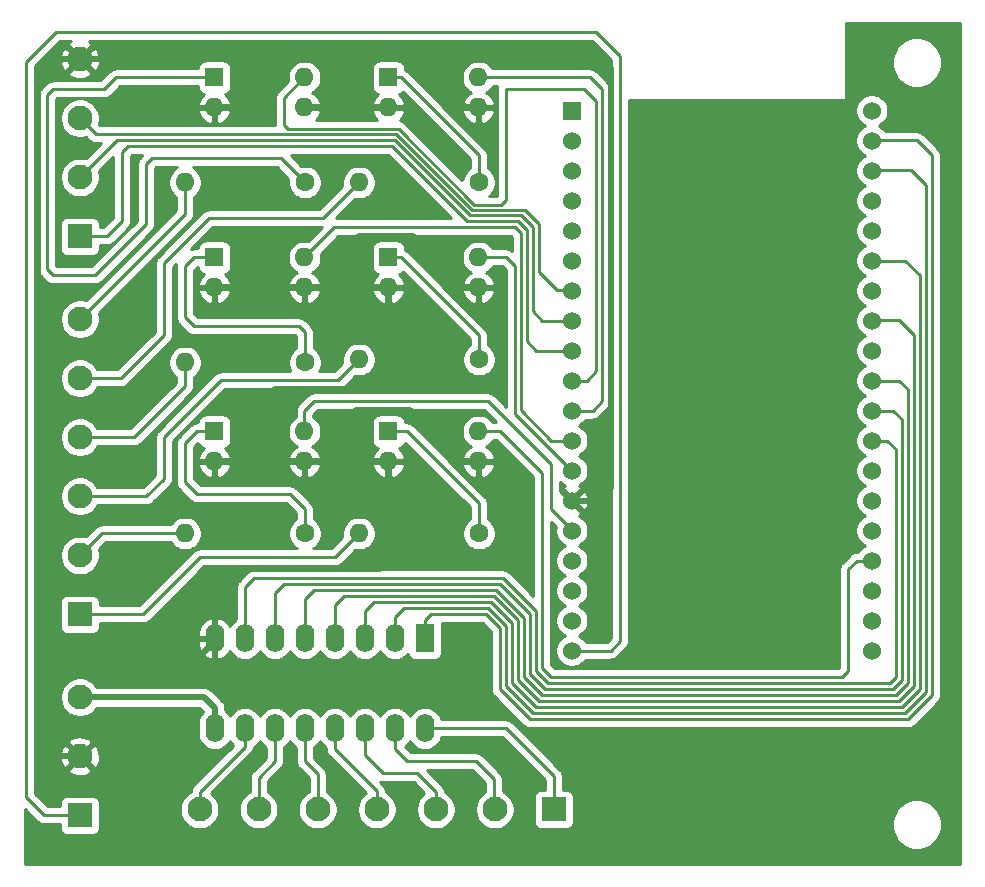
<source format=gbr>
G04 #@! TF.GenerationSoftware,KiCad,Pcbnew,(5.1.5)-3*
G04 #@! TF.CreationDate,2020-04-24T15:39:01+02:00*
G04 #@! TF.ProjectId,PlacaIOAzimut,506c6163-6149-44f4-917a-696d75742e6b,rev?*
G04 #@! TF.SameCoordinates,Original*
G04 #@! TF.FileFunction,Copper,L2,Bot*
G04 #@! TF.FilePolarity,Positive*
%FSLAX46Y46*%
G04 Gerber Fmt 4.6, Leading zero omitted, Abs format (unit mm)*
G04 Created by KiCad (PCBNEW (5.1.5)-3) date 2020-04-24 15:39:01*
%MOMM*%
%LPD*%
G04 APERTURE LIST*
%ADD10C,2.100000*%
%ADD11R,2.100000X2.100000*%
%ADD12O,1.600000X1.600000*%
%ADD13R,1.600000X1.600000*%
%ADD14C,1.600000*%
%ADD15R,1.600000X2.400000*%
%ADD16O,1.600000X2.400000*%
%ADD17C,1.530000*%
%ADD18R,1.530000X1.530000*%
%ADD19C,0.250000*%
%ADD20C,0.500000*%
%ADD21C,0.254000*%
G04 APERTURE END LIST*
D10*
X51054000Y-100998000D03*
X51054000Y-105998000D03*
D11*
X51054000Y-110998000D03*
D12*
X84806000Y-63754000D03*
X77186000Y-66294000D03*
X84806000Y-66294000D03*
D13*
X77186000Y-63754000D03*
D12*
X84806000Y-78486000D03*
X77186000Y-81026000D03*
X84806000Y-81026000D03*
D13*
X77186000Y-78486000D03*
D12*
X70074000Y-78486000D03*
X62454000Y-81026000D03*
X70074000Y-81026000D03*
D13*
X62454000Y-78486000D03*
D12*
X74676000Y-87122000D03*
D14*
X84836000Y-87122000D03*
D12*
X59944000Y-87122000D03*
D14*
X70104000Y-87122000D03*
D12*
X74676000Y-72390000D03*
D14*
X84836000Y-72390000D03*
D10*
X51054000Y-68980000D03*
X51054000Y-73980000D03*
X51054000Y-78980000D03*
X51054000Y-83980000D03*
X51054000Y-88980000D03*
D11*
X51054000Y-93980000D03*
D10*
X61186000Y-110490000D03*
X66186000Y-110490000D03*
X71186000Y-110490000D03*
X76186000Y-110490000D03*
X81186000Y-110490000D03*
X86186000Y-110490000D03*
D11*
X91186000Y-110490000D03*
D10*
X51054000Y-46976000D03*
X51054000Y-51976000D03*
X51054000Y-56976000D03*
D11*
X51054000Y-61976000D03*
D14*
X70104000Y-57404000D03*
D12*
X59944000Y-57404000D03*
X74676000Y-57404000D03*
D14*
X84836000Y-57404000D03*
X70104000Y-72644000D03*
D12*
X59944000Y-72644000D03*
D13*
X62454000Y-48514000D03*
D12*
X70074000Y-51054000D03*
X62454000Y-51054000D03*
X70074000Y-48514000D03*
X84806000Y-48514000D03*
X77186000Y-51054000D03*
X84806000Y-51054000D03*
D13*
X77186000Y-48514000D03*
X62454000Y-63754000D03*
D12*
X70074000Y-66294000D03*
X62454000Y-66294000D03*
X70074000Y-63754000D03*
D15*
X80264000Y-96012000D03*
D16*
X62484000Y-103632000D03*
X77724000Y-96012000D03*
X65024000Y-103632000D03*
X75184000Y-96012000D03*
X67564000Y-103632000D03*
X72644000Y-96012000D03*
X70104000Y-103632000D03*
X70104000Y-96012000D03*
X72644000Y-103632000D03*
X67564000Y-96012000D03*
X75184000Y-103632000D03*
X65024000Y-96012000D03*
X77724000Y-103632000D03*
X62484000Y-96012000D03*
X80264000Y-103632000D03*
D17*
X118110000Y-51318000D03*
X118110000Y-53858000D03*
X118110000Y-56398000D03*
X118110000Y-58938000D03*
X118110000Y-61478000D03*
X118110000Y-64018000D03*
X118110000Y-66558000D03*
X118110000Y-69098000D03*
X118110000Y-71638000D03*
X118110000Y-74178000D03*
X118110000Y-76718000D03*
X118110000Y-79258000D03*
X118110000Y-81798000D03*
X118110000Y-84338000D03*
X118110000Y-86878000D03*
X118110000Y-89418000D03*
X118110000Y-91958000D03*
X118110000Y-94498000D03*
X118110000Y-97038000D03*
X92710000Y-97038000D03*
X92710000Y-94498000D03*
X92710000Y-91958000D03*
X92710000Y-89418000D03*
X92710000Y-86878000D03*
X92710000Y-84338000D03*
X92710000Y-81798000D03*
X92710000Y-79258000D03*
X92710000Y-76718000D03*
X92710000Y-74178000D03*
X92710000Y-71638000D03*
X92710000Y-69098000D03*
X92710000Y-66558000D03*
X92710000Y-64018000D03*
X92710000Y-61478000D03*
X92710000Y-58938000D03*
X92710000Y-56398000D03*
X92710000Y-53858000D03*
D18*
X92710000Y-51318000D03*
D19*
X89672000Y-71638000D02*
X92710000Y-71638000D01*
X88138000Y-60706000D02*
X88900000Y-61468000D01*
X83820000Y-60706000D02*
X88138000Y-60706000D01*
X88900000Y-70866000D02*
X89672000Y-71638000D01*
X77470000Y-54356000D02*
X83820000Y-60706000D01*
X88900000Y-61468000D02*
X88900000Y-70866000D01*
X53340000Y-61976000D02*
X54610000Y-60706000D01*
X55118000Y-54356000D02*
X77470000Y-54356000D01*
X51054000Y-61976000D02*
X53340000Y-61976000D01*
X54610000Y-60706000D02*
X54610000Y-54864000D01*
X54610000Y-54864000D02*
X55118000Y-54356000D01*
X52103999Y-55926001D02*
X51054000Y-56976000D01*
X54182000Y-53848000D02*
X52103999Y-55926001D01*
X77724000Y-53848000D02*
X54182000Y-53848000D01*
X84074000Y-60198000D02*
X77724000Y-53848000D01*
X90180000Y-69098000D02*
X89408000Y-68326000D01*
X92710000Y-69098000D02*
X90180000Y-69098000D01*
X89408000Y-68326000D02*
X89408000Y-61214000D01*
X89408000Y-61214000D02*
X88392000Y-60198000D01*
X88392000Y-60198000D02*
X84074000Y-60198000D01*
X91440000Y-66548000D02*
X92700000Y-66548000D01*
X89916000Y-60960000D02*
X89916000Y-65024000D01*
X52418000Y-53340000D02*
X77852410Y-53340000D01*
X51054000Y-51976000D02*
X52418000Y-53340000D01*
X89916000Y-65024000D02*
X91440000Y-66548000D01*
X77852410Y-53340000D02*
X84260399Y-59747989D01*
X84260399Y-59747989D02*
X88703989Y-59747989D01*
X92700000Y-66548000D02*
X92710000Y-66558000D01*
X88703989Y-59747989D02*
X89916000Y-60960000D01*
D20*
X51054000Y-46976000D02*
X55358000Y-46976000D01*
X83674630Y-51054000D02*
X78340630Y-45720000D01*
X84806000Y-51054000D02*
X83674630Y-51054000D01*
X74422000Y-45720000D02*
X74422000Y-51054000D01*
X56896000Y-45720000D02*
X55626000Y-46990000D01*
X55358000Y-46976000D02*
X55626000Y-46990000D01*
X62454000Y-51054000D02*
X64516000Y-51054000D01*
X66040000Y-49530000D02*
X66040000Y-45720000D01*
X64516000Y-51054000D02*
X66040000Y-49530000D01*
X74422000Y-45720000D02*
X66040000Y-45720000D01*
X66040000Y-45720000D02*
X56896000Y-45720000D01*
X70074000Y-51054000D02*
X77186000Y-51054000D01*
X62454000Y-66294000D02*
X70074000Y-66294000D01*
X78340630Y-45720000D02*
X77470000Y-45720000D01*
X77470000Y-45720000D02*
X74422000Y-45720000D01*
X48340000Y-105998000D02*
X51054000Y-105998000D01*
X47498000Y-105156000D02*
X48340000Y-105998000D01*
X70074000Y-66294000D02*
X75184000Y-66294000D01*
X75184000Y-66294000D02*
X77186000Y-66294000D01*
X70074000Y-81026000D02*
X73406000Y-81026000D01*
X73406000Y-81026000D02*
X77186000Y-81026000D01*
X66294000Y-81026000D02*
X70074000Y-81026000D01*
X62454000Y-81026000D02*
X66294000Y-81026000D01*
X49569076Y-46976000D02*
X47498000Y-49047076D01*
X51054000Y-46976000D02*
X49569076Y-46976000D01*
X47498000Y-49047076D02*
X47498000Y-98298000D01*
X47498000Y-98298000D02*
X47498000Y-105156000D01*
X61214000Y-97536000D02*
X62484000Y-96266000D01*
X47498000Y-98298000D02*
X47498000Y-97536000D01*
X47498000Y-97536000D02*
X61214000Y-97536000D01*
X75946000Y-74930000D02*
X77186000Y-73690000D01*
X67564000Y-74930000D02*
X75946000Y-74930000D01*
X77186000Y-73690000D02*
X77186000Y-66294000D01*
X66294000Y-81026000D02*
X66294000Y-76200000D01*
X66294000Y-76200000D02*
X67564000Y-74930000D01*
X74422000Y-76708000D02*
X73406000Y-77724000D01*
X73406000Y-77724000D02*
X73406000Y-81026000D01*
X78994000Y-76708000D02*
X74422000Y-76708000D01*
X84806000Y-81026000D02*
X83312000Y-81026000D01*
X83312000Y-81026000D02*
X78994000Y-76708000D01*
X77186000Y-89438000D02*
X77186000Y-81026000D01*
X76454000Y-90170000D02*
X77186000Y-89438000D01*
X62484000Y-91440000D02*
X63754000Y-90170000D01*
X63754000Y-90170000D02*
X76454000Y-90170000D01*
X62484000Y-91440000D02*
X62484000Y-96012000D01*
X93980000Y-45720000D02*
X77470000Y-45720000D01*
X96012000Y-47752000D02*
X93980000Y-45720000D01*
X92710000Y-84338000D02*
X94986000Y-84338000D01*
X96012000Y-83312000D02*
X96012000Y-47752000D01*
X94986000Y-84338000D02*
X96012000Y-83312000D01*
X73660000Y-66294000D02*
X75184000Y-66294000D01*
X83566000Y-66294000D02*
X79248000Y-61976000D01*
X84806000Y-66294000D02*
X83566000Y-66294000D01*
X79248000Y-61976000D02*
X74676000Y-61976000D01*
X74676000Y-61976000D02*
X73660000Y-62992000D01*
X73660000Y-62992000D02*
X73660000Y-66294000D01*
D19*
X81314000Y-103632000D02*
X80264000Y-103632000D01*
X87122000Y-103632000D02*
X81314000Y-103632000D01*
X91186000Y-110490000D02*
X91186000Y-107696000D01*
X91186000Y-107696000D02*
X87122000Y-103632000D01*
X86106000Y-110410000D02*
X86106000Y-107950000D01*
X86186000Y-110490000D02*
X86106000Y-110410000D01*
X86106000Y-107950000D02*
X84582000Y-106426000D01*
X77724000Y-105373000D02*
X77724000Y-103632000D01*
X84582000Y-106426000D02*
X78777000Y-106426000D01*
X78777000Y-106426000D02*
X77724000Y-105373000D01*
X75184000Y-105918000D02*
X75184000Y-103632000D01*
X76708000Y-107442000D02*
X75184000Y-105918000D01*
X79622924Y-107442000D02*
X76708000Y-107442000D01*
X81186000Y-110490000D02*
X81186000Y-109005076D01*
X81186000Y-109005076D02*
X79622924Y-107442000D01*
X72644000Y-105410000D02*
X72644000Y-103632000D01*
X76186000Y-110490000D02*
X76186000Y-108952000D01*
X76186000Y-108952000D02*
X72644000Y-105410000D01*
X71186000Y-110490000D02*
X71186000Y-107508000D01*
X70104000Y-106426000D02*
X70104000Y-103632000D01*
X71186000Y-107508000D02*
X70104000Y-106426000D01*
X67564000Y-106426000D02*
X67564000Y-103632000D01*
X66186000Y-110490000D02*
X66186000Y-107804000D01*
X66186000Y-107804000D02*
X67564000Y-106426000D01*
X65024000Y-105167076D02*
X65024000Y-103632000D01*
X61186000Y-110490000D02*
X61186000Y-109005076D01*
X61186000Y-109005076D02*
X65024000Y-105167076D01*
X96774000Y-96266000D02*
X96002000Y-97038000D01*
X96774000Y-46736000D02*
X96774000Y-96266000D01*
X94742000Y-44704000D02*
X96774000Y-46736000D01*
X48006000Y-110998000D02*
X46482000Y-109474000D01*
X96002000Y-97038000D02*
X92710000Y-97038000D01*
X51054000Y-110998000D02*
X48006000Y-110998000D01*
X46482000Y-109474000D02*
X46482000Y-47244000D01*
X46482000Y-47244000D02*
X49022000Y-44704000D01*
X49022000Y-44704000D02*
X94742000Y-44704000D01*
D20*
X62484000Y-101932000D02*
X62484000Y-103632000D01*
X61550000Y-100998000D02*
X62484000Y-101932000D01*
X51054000Y-100998000D02*
X61550000Y-100998000D01*
D19*
X55626000Y-78994000D02*
X51040000Y-78994000D01*
X59944000Y-72644000D02*
X59944000Y-74676000D01*
X51040000Y-78994000D02*
X50786000Y-79248000D01*
X59944000Y-74676000D02*
X55626000Y-78994000D01*
X72898000Y-74168000D02*
X74676000Y-72390000D01*
X56685200Y-83980000D02*
X58166000Y-82499200D01*
X58166000Y-82499200D02*
X58166000Y-78994000D01*
X58166000Y-78994000D02*
X62992000Y-74168000D01*
X51054000Y-83980000D02*
X56685200Y-83980000D01*
X62992000Y-74168000D02*
X72898000Y-74168000D01*
X52912000Y-87122000D02*
X51054000Y-88980000D01*
X59944000Y-87122000D02*
X52912000Y-87122000D01*
X69830000Y-57130000D02*
X70104000Y-57404000D01*
X48260000Y-50038000D02*
X48260000Y-64770000D01*
X53086000Y-49530000D02*
X48768000Y-49530000D01*
X48260000Y-64770000D02*
X48768000Y-65278000D01*
X52324000Y-65278000D02*
X56642000Y-60960000D01*
X62454000Y-48514000D02*
X54102000Y-48514000D01*
X48768000Y-49530000D02*
X48260000Y-50038000D01*
X56642000Y-55880000D02*
X57150000Y-55372000D01*
X68072000Y-55372000D02*
X70104000Y-57404000D01*
X54102000Y-48514000D02*
X53086000Y-49530000D01*
X48768000Y-65278000D02*
X52324000Y-65278000D01*
X56642000Y-60960000D02*
X56642000Y-55880000D01*
X57150000Y-55372000D02*
X68072000Y-55372000D01*
X78236000Y-48514000D02*
X77186000Y-48514000D01*
X84836000Y-55114000D02*
X78236000Y-48514000D01*
X84836000Y-57404000D02*
X84836000Y-55114000D01*
X70104000Y-71512630D02*
X70104000Y-72644000D01*
X70104000Y-70104000D02*
X70104000Y-71512630D01*
X69596000Y-69596000D02*
X70104000Y-70104000D01*
X60706000Y-63754000D02*
X59944000Y-64516000D01*
X59944000Y-64516000D02*
X59944000Y-68834000D01*
X62454000Y-63754000D02*
X60706000Y-63754000D01*
X59944000Y-68834000D02*
X60706000Y-69596000D01*
X60706000Y-69596000D02*
X69596000Y-69596000D01*
X68326000Y-52578000D02*
X68326000Y-50262000D01*
X93726000Y-49530000D02*
X87122000Y-49530000D01*
X86752022Y-59297978D02*
X84446798Y-59297978D01*
X94742000Y-73406000D02*
X94742000Y-50546000D01*
X68326000Y-50262000D02*
X70074000Y-48514000D01*
X93970000Y-74178000D02*
X94742000Y-73406000D01*
X87122000Y-49530000D02*
X87122000Y-58928000D01*
X84446798Y-59297978D02*
X78038810Y-52889989D01*
X94742000Y-50546000D02*
X93726000Y-49530000D01*
X68637989Y-52889989D02*
X68326000Y-52578000D01*
X92710000Y-74178000D02*
X93970000Y-74178000D01*
X87122000Y-58928000D02*
X86752022Y-59297978D01*
X78038810Y-52889989D02*
X68637989Y-52889989D01*
X94478000Y-76718000D02*
X92710000Y-76718000D01*
X95250000Y-75946000D02*
X94478000Y-76718000D01*
X95250000Y-49530000D02*
X95250000Y-75946000D01*
X84806000Y-48514000D02*
X94234000Y-48514000D01*
X94234000Y-48514000D02*
X95250000Y-49530000D01*
X88392000Y-64770000D02*
X88392000Y-65024000D01*
X88392000Y-61722000D02*
X88392000Y-65024000D01*
X87884000Y-61214000D02*
X88392000Y-61722000D01*
X70074000Y-63754000D02*
X72614000Y-61214000D01*
X72614000Y-61214000D02*
X87884000Y-61214000D01*
X90942000Y-79258000D02*
X92710000Y-79258000D01*
X88392000Y-65024000D02*
X88392000Y-76708000D01*
X88392000Y-76708000D02*
X90942000Y-79258000D01*
X87122000Y-63754000D02*
X84806000Y-63754000D01*
X92710000Y-81798000D02*
X87884000Y-76972000D01*
X87884000Y-64516000D02*
X87122000Y-63754000D01*
X87884000Y-76972000D02*
X87884000Y-64516000D01*
X92710000Y-86878000D02*
X92700000Y-86868000D01*
X92710000Y-86868000D02*
X92710000Y-86878000D01*
X90932000Y-85090000D02*
X92710000Y-86868000D01*
X70074000Y-76738000D02*
X70866000Y-75946000D01*
X85598000Y-75946000D02*
X90932000Y-81280000D01*
X70074000Y-78486000D02*
X70074000Y-76738000D01*
X90932000Y-81280000D02*
X90932000Y-85090000D01*
X70866000Y-75946000D02*
X85598000Y-75946000D01*
X59944000Y-60090000D02*
X51054000Y-68980000D01*
X59944000Y-57404000D02*
X59944000Y-60090000D01*
X71628000Y-60452000D02*
X61976000Y-60452000D01*
X74676000Y-57404000D02*
X71628000Y-60452000D01*
X54544000Y-73980000D02*
X51054000Y-73980000D01*
X61976000Y-60452000D02*
X58166000Y-64262000D01*
X58166000Y-64262000D02*
X58166000Y-70358000D01*
X58166000Y-70358000D02*
X54544000Y-73980000D01*
X56388000Y-93980000D02*
X51054000Y-93980000D01*
X61214000Y-89154000D02*
X56388000Y-93980000D01*
X74676000Y-87122000D02*
X72644000Y-89154000D01*
X72644000Y-89154000D02*
X61214000Y-89154000D01*
X84836000Y-71258630D02*
X84836000Y-72390000D01*
X84836000Y-70354000D02*
X84836000Y-71258630D01*
X78236000Y-63754000D02*
X84836000Y-70354000D01*
X77186000Y-63754000D02*
X78236000Y-63754000D01*
X60960000Y-78486000D02*
X62454000Y-78486000D01*
X59944000Y-79502000D02*
X60960000Y-78486000D01*
X70104000Y-85090000D02*
X68834000Y-83820000D01*
X60960000Y-83820000D02*
X59944000Y-82804000D01*
X70104000Y-87122000D02*
X70104000Y-85090000D01*
X68834000Y-83820000D02*
X60960000Y-83820000D01*
X59944000Y-82804000D02*
X59944000Y-79502000D01*
X78740000Y-78486000D02*
X77186000Y-78486000D01*
X84836000Y-87122000D02*
X84836000Y-84582000D01*
X84836000Y-84582000D02*
X78740000Y-78486000D01*
X116078000Y-90170000D02*
X116830000Y-89418000D01*
X116078000Y-98806000D02*
X116078000Y-90170000D01*
X115570000Y-99314000D02*
X116078000Y-98806000D01*
X116830000Y-89418000D02*
X118110000Y-89418000D01*
X86614000Y-78486000D02*
X90170000Y-82042000D01*
X90170000Y-82042000D02*
X90170000Y-98552000D01*
X84806000Y-78486000D02*
X86614000Y-78486000D01*
X90170000Y-98552000D02*
X90932000Y-99314000D01*
X90932000Y-99314000D02*
X115570000Y-99314000D01*
X118120000Y-53848000D02*
X118110000Y-53858000D01*
X86614000Y-95124410D02*
X86614000Y-100330000D01*
X80264000Y-96012000D02*
X80264000Y-94488000D01*
X80772000Y-93980000D02*
X85469590Y-93980000D01*
X85469590Y-93980000D02*
X86614000Y-95124410D01*
X123190000Y-55118000D02*
X121920000Y-53848000D01*
X121920000Y-53848000D02*
X118120000Y-53848000D01*
X80264000Y-94488000D02*
X80772000Y-93980000D01*
X86614000Y-100330000D02*
X89154000Y-102870000D01*
X89154000Y-102870000D02*
X121158000Y-102870000D01*
X121158000Y-102870000D02*
X123190000Y-100838000D01*
X123190000Y-100838000D02*
X123190000Y-55118000D01*
X118120000Y-56388000D02*
X118110000Y-56398000D01*
X87122000Y-94996000D02*
X87122000Y-100076000D01*
X85598000Y-93472000D02*
X87122000Y-94996000D01*
X121412000Y-56388000D02*
X118120000Y-56388000D01*
X122682000Y-100584000D02*
X122682000Y-57658000D01*
X78486000Y-93472000D02*
X85598000Y-93472000D01*
X120904000Y-102362000D02*
X122682000Y-100584000D01*
X77724000Y-96012000D02*
X77724000Y-94234000D01*
X77724000Y-94234000D02*
X78486000Y-93472000D01*
X87122000Y-100076000D02*
X89408000Y-102362000D01*
X89408000Y-102362000D02*
X120904000Y-102362000D01*
X122682000Y-57658000D02*
X121412000Y-56388000D01*
X119191873Y-64018000D02*
X118110000Y-64018000D01*
X75946000Y-92964000D02*
X85852000Y-92964000D01*
X120914000Y-64018000D02*
X119191873Y-64018000D01*
X87630000Y-94742000D02*
X87630000Y-99822000D01*
X85852000Y-92964000D02*
X87630000Y-94742000D01*
X75184000Y-96012000D02*
X75184000Y-93726000D01*
X122174000Y-65278000D02*
X120914000Y-64018000D01*
X87630000Y-99822000D02*
X89662000Y-101854000D01*
X89662000Y-101854000D02*
X120650000Y-101854000D01*
X120650000Y-101854000D02*
X122174000Y-100330000D01*
X75184000Y-93726000D02*
X75946000Y-92964000D01*
X122174000Y-100330000D02*
X122174000Y-65278000D01*
X88138000Y-94488000D02*
X88138000Y-99568000D01*
X121666000Y-100076000D02*
X121666000Y-70358000D01*
X73406000Y-92456000D02*
X86106000Y-92456000D01*
X72644000Y-96012000D02*
X72644000Y-93218000D01*
X86106000Y-92456000D02*
X88138000Y-94488000D01*
X121666000Y-70358000D02*
X120396000Y-69088000D01*
X118120000Y-69088000D02*
X118110000Y-69098000D01*
X72644000Y-93218000D02*
X73406000Y-92456000D01*
X88138000Y-99568000D02*
X89916000Y-101346000D01*
X89916000Y-101346000D02*
X120396000Y-101346000D01*
X120396000Y-101346000D02*
X121666000Y-100076000D01*
X120396000Y-69088000D02*
X118120000Y-69088000D01*
X119191873Y-74178000D02*
X118110000Y-74178000D01*
X86297911Y-91948000D02*
X88646000Y-94296089D01*
X70104000Y-92710000D02*
X70866000Y-91948000D01*
X70866000Y-91948000D02*
X86297911Y-91948000D01*
X70104000Y-96012000D02*
X70104000Y-92710000D01*
X120142000Y-100838000D02*
X121158000Y-99822000D01*
X88646000Y-94296089D02*
X88646000Y-99314000D01*
X88646000Y-99314000D02*
X90170000Y-100838000D01*
X90170000Y-100838000D02*
X120142000Y-100838000D01*
X121158000Y-99822000D02*
X121158000Y-74930000D01*
X121158000Y-74930000D02*
X120406000Y-74178000D01*
X120406000Y-74178000D02*
X119191873Y-74178000D01*
X89154000Y-93980000D02*
X89154000Y-99060000D01*
X120650000Y-77470000D02*
X119898000Y-76718000D01*
X86614000Y-91440000D02*
X89154000Y-93980000D01*
X68326000Y-91440000D02*
X86614000Y-91440000D01*
X67564000Y-96012000D02*
X67564000Y-92202000D01*
X119191873Y-76718000D02*
X118110000Y-76718000D01*
X67564000Y-92202000D02*
X68326000Y-91440000D01*
X89154000Y-99060000D02*
X90424000Y-100330000D01*
X90424000Y-100330000D02*
X119888000Y-100330000D01*
X119888000Y-100330000D02*
X120650000Y-99568000D01*
X119898000Y-76718000D02*
X119191873Y-76718000D01*
X120650000Y-99568000D02*
X120650000Y-77470000D01*
X119191873Y-79258000D02*
X118110000Y-79258000D01*
X89662000Y-93726000D02*
X89662000Y-98806000D01*
X65786000Y-90932000D02*
X86868000Y-90932000D01*
X65024000Y-96012000D02*
X65024000Y-91694000D01*
X90678000Y-99822000D02*
X119634000Y-99822000D01*
X65024000Y-91694000D02*
X65786000Y-90932000D01*
X89662000Y-98806000D02*
X90678000Y-99822000D01*
X120142000Y-99314000D02*
X120142000Y-80010000D01*
X86868000Y-90932000D02*
X89662000Y-93726000D01*
X120142000Y-80010000D02*
X119390000Y-79258000D01*
X119634000Y-99822000D02*
X120142000Y-99314000D01*
X119390000Y-79258000D02*
X119191873Y-79258000D01*
D21*
G36*
X125552201Y-115138200D02*
G01*
X46405800Y-115138200D01*
X46405800Y-110472602D01*
X47442205Y-111509008D01*
X47465999Y-111538001D01*
X47494992Y-111561795D01*
X47494996Y-111561799D01*
X47565685Y-111619811D01*
X47581724Y-111632974D01*
X47713753Y-111703546D01*
X47857014Y-111747003D01*
X47968667Y-111758000D01*
X47968676Y-111758000D01*
X48005999Y-111761676D01*
X48043322Y-111758000D01*
X49365928Y-111758000D01*
X49365928Y-112048000D01*
X49378188Y-112172482D01*
X49414498Y-112292180D01*
X49473463Y-112402494D01*
X49552815Y-112499185D01*
X49649506Y-112578537D01*
X49759820Y-112637502D01*
X49879518Y-112673812D01*
X50004000Y-112686072D01*
X52104000Y-112686072D01*
X52228482Y-112673812D01*
X52348180Y-112637502D01*
X52458494Y-112578537D01*
X52555185Y-112499185D01*
X52634537Y-112402494D01*
X52693502Y-112292180D01*
X52729812Y-112172482D01*
X52742072Y-112048000D01*
X52742072Y-109948000D01*
X52729812Y-109823518D01*
X52693502Y-109703820D01*
X52634537Y-109593506D01*
X52555185Y-109496815D01*
X52458494Y-109417463D01*
X52348180Y-109358498D01*
X52228482Y-109322188D01*
X52104000Y-109309928D01*
X50004000Y-109309928D01*
X49879518Y-109322188D01*
X49759820Y-109358498D01*
X49649506Y-109417463D01*
X49552815Y-109496815D01*
X49473463Y-109593506D01*
X49414498Y-109703820D01*
X49378188Y-109823518D01*
X49365928Y-109948000D01*
X49365928Y-110238000D01*
X48320803Y-110238000D01*
X47242000Y-109159199D01*
X47242000Y-107169066D01*
X50062539Y-107169066D01*
X50164339Y-107438579D01*
X50462477Y-107584463D01*
X50783346Y-107669380D01*
X51114617Y-107690066D01*
X51443557Y-107645728D01*
X51757527Y-107538069D01*
X51943661Y-107438579D01*
X52045461Y-107169066D01*
X51054000Y-106177605D01*
X50062539Y-107169066D01*
X47242000Y-107169066D01*
X47242000Y-106058617D01*
X49361934Y-106058617D01*
X49406272Y-106387557D01*
X49513931Y-106701527D01*
X49613421Y-106887661D01*
X49882934Y-106989461D01*
X50874395Y-105998000D01*
X51233605Y-105998000D01*
X52225066Y-106989461D01*
X52494579Y-106887661D01*
X52640463Y-106589523D01*
X52725380Y-106268654D01*
X52746066Y-105937383D01*
X52701728Y-105608443D01*
X52594069Y-105294473D01*
X52494579Y-105108339D01*
X52225066Y-105006539D01*
X51233605Y-105998000D01*
X50874395Y-105998000D01*
X49882934Y-105006539D01*
X49613421Y-105108339D01*
X49467537Y-105406477D01*
X49382620Y-105727346D01*
X49361934Y-106058617D01*
X47242000Y-106058617D01*
X47242000Y-104826934D01*
X50062539Y-104826934D01*
X51054000Y-105818395D01*
X52045461Y-104826934D01*
X51943661Y-104557421D01*
X51645523Y-104411537D01*
X51324654Y-104326620D01*
X50993383Y-104305934D01*
X50664443Y-104350272D01*
X50350473Y-104457931D01*
X50164339Y-104557421D01*
X50062539Y-104826934D01*
X47242000Y-104826934D01*
X47242000Y-100832042D01*
X49369000Y-100832042D01*
X49369000Y-101163958D01*
X49433754Y-101489496D01*
X49560772Y-101796147D01*
X49745175Y-102072125D01*
X49979875Y-102306825D01*
X50255853Y-102491228D01*
X50562504Y-102618246D01*
X50888042Y-102683000D01*
X51219958Y-102683000D01*
X51545496Y-102618246D01*
X51852147Y-102491228D01*
X52128125Y-102306825D01*
X52362825Y-102072125D01*
X52489195Y-101883000D01*
X61183422Y-101883000D01*
X61490988Y-102190566D01*
X61464393Y-102212392D01*
X61285068Y-102430899D01*
X61151818Y-102680192D01*
X61069764Y-102950691D01*
X61049000Y-103161508D01*
X61049000Y-104102491D01*
X61069764Y-104313308D01*
X61151818Y-104583807D01*
X61285068Y-104833100D01*
X61464392Y-105051607D01*
X61682899Y-105230932D01*
X61932192Y-105364182D01*
X62202691Y-105446236D01*
X62484000Y-105473943D01*
X62765308Y-105446236D01*
X63035807Y-105364182D01*
X63285100Y-105230932D01*
X63503607Y-105051608D01*
X63682932Y-104833101D01*
X63754000Y-104700142D01*
X63825068Y-104833100D01*
X64004392Y-105051607D01*
X64037498Y-105078776D01*
X60674998Y-108441277D01*
X60646000Y-108465075D01*
X60622202Y-108494073D01*
X60622201Y-108494074D01*
X60551026Y-108580800D01*
X60480454Y-108712830D01*
X60453428Y-108801928D01*
X60436998Y-108856090D01*
X60431229Y-108914667D01*
X60424643Y-108981533D01*
X60387853Y-108996772D01*
X60111875Y-109181175D01*
X59877175Y-109415875D01*
X59692772Y-109691853D01*
X59565754Y-109998504D01*
X59501000Y-110324042D01*
X59501000Y-110655958D01*
X59565754Y-110981496D01*
X59692772Y-111288147D01*
X59877175Y-111564125D01*
X60111875Y-111798825D01*
X60387853Y-111983228D01*
X60694504Y-112110246D01*
X61020042Y-112175000D01*
X61351958Y-112175000D01*
X61677496Y-112110246D01*
X61984147Y-111983228D01*
X62260125Y-111798825D01*
X62494825Y-111564125D01*
X62679228Y-111288147D01*
X62806246Y-110981496D01*
X62871000Y-110655958D01*
X62871000Y-110324042D01*
X62806246Y-109998504D01*
X62679228Y-109691853D01*
X62494825Y-109415875D01*
X62260125Y-109181175D01*
X62154967Y-109110910D01*
X65535004Y-105730874D01*
X65564001Y-105707077D01*
X65658974Y-105591352D01*
X65729546Y-105459323D01*
X65773003Y-105316062D01*
X65778959Y-105255595D01*
X65825100Y-105230932D01*
X66043607Y-105051608D01*
X66222932Y-104833101D01*
X66294000Y-104700142D01*
X66365068Y-104833100D01*
X66544392Y-105051607D01*
X66762899Y-105230932D01*
X66804000Y-105252901D01*
X66804000Y-106111198D01*
X65674998Y-107240201D01*
X65646000Y-107263999D01*
X65622202Y-107292997D01*
X65622201Y-107292998D01*
X65551026Y-107379724D01*
X65480454Y-107511754D01*
X65436998Y-107655015D01*
X65422324Y-107804000D01*
X65426001Y-107841332D01*
X65426001Y-108980971D01*
X65387853Y-108996772D01*
X65111875Y-109181175D01*
X64877175Y-109415875D01*
X64692772Y-109691853D01*
X64565754Y-109998504D01*
X64501000Y-110324042D01*
X64501000Y-110655958D01*
X64565754Y-110981496D01*
X64692772Y-111288147D01*
X64877175Y-111564125D01*
X65111875Y-111798825D01*
X65387853Y-111983228D01*
X65694504Y-112110246D01*
X66020042Y-112175000D01*
X66351958Y-112175000D01*
X66677496Y-112110246D01*
X66984147Y-111983228D01*
X67260125Y-111798825D01*
X67494825Y-111564125D01*
X67679228Y-111288147D01*
X67806246Y-110981496D01*
X67871000Y-110655958D01*
X67871000Y-110324042D01*
X67806246Y-109998504D01*
X67679228Y-109691853D01*
X67494825Y-109415875D01*
X67260125Y-109181175D01*
X66984147Y-108996772D01*
X66946000Y-108980971D01*
X66946000Y-108118801D01*
X68075004Y-106989798D01*
X68104001Y-106966001D01*
X68198974Y-106850276D01*
X68269546Y-106718247D01*
X68313003Y-106574986D01*
X68324000Y-106463333D01*
X68324000Y-106463324D01*
X68327676Y-106426001D01*
X68324000Y-106388678D01*
X68324000Y-105252900D01*
X68365100Y-105230932D01*
X68583607Y-105051608D01*
X68762932Y-104833101D01*
X68834000Y-104700142D01*
X68905068Y-104833100D01*
X69084392Y-105051607D01*
X69302899Y-105230932D01*
X69344000Y-105252901D01*
X69344000Y-106388677D01*
X69340324Y-106426000D01*
X69344000Y-106463322D01*
X69344000Y-106463332D01*
X69354997Y-106574985D01*
X69398454Y-106718246D01*
X69469026Y-106850276D01*
X69508871Y-106898826D01*
X69563999Y-106966001D01*
X69593002Y-106989804D01*
X70426001Y-107822803D01*
X70426001Y-108980971D01*
X70387853Y-108996772D01*
X70111875Y-109181175D01*
X69877175Y-109415875D01*
X69692772Y-109691853D01*
X69565754Y-109998504D01*
X69501000Y-110324042D01*
X69501000Y-110655958D01*
X69565754Y-110981496D01*
X69692772Y-111288147D01*
X69877175Y-111564125D01*
X70111875Y-111798825D01*
X70387853Y-111983228D01*
X70694504Y-112110246D01*
X71020042Y-112175000D01*
X71351958Y-112175000D01*
X71677496Y-112110246D01*
X71984147Y-111983228D01*
X72260125Y-111798825D01*
X72494825Y-111564125D01*
X72679228Y-111288147D01*
X72806246Y-110981496D01*
X72871000Y-110655958D01*
X72871000Y-110324042D01*
X72806246Y-109998504D01*
X72679228Y-109691853D01*
X72494825Y-109415875D01*
X72260125Y-109181175D01*
X71984147Y-108996772D01*
X71946000Y-108980971D01*
X71946000Y-107545322D01*
X71949676Y-107507999D01*
X71946000Y-107470676D01*
X71946000Y-107470667D01*
X71935003Y-107359014D01*
X71891546Y-107215753D01*
X71875815Y-107186323D01*
X71820974Y-107083723D01*
X71749799Y-106996997D01*
X71726001Y-106967999D01*
X71697003Y-106944201D01*
X70864000Y-106111199D01*
X70864000Y-105252900D01*
X70905100Y-105230932D01*
X71123607Y-105051608D01*
X71302932Y-104833101D01*
X71374000Y-104700142D01*
X71445068Y-104833100D01*
X71624392Y-105051607D01*
X71842899Y-105230932D01*
X71884000Y-105252901D01*
X71884000Y-105372677D01*
X71880324Y-105410000D01*
X71884000Y-105447322D01*
X71884000Y-105447332D01*
X71894997Y-105558985D01*
X71927231Y-105665247D01*
X71938454Y-105702246D01*
X72009026Y-105834276D01*
X72031944Y-105862201D01*
X72103999Y-105950001D01*
X72133003Y-105973804D01*
X75248849Y-109089652D01*
X75111875Y-109181175D01*
X74877175Y-109415875D01*
X74692772Y-109691853D01*
X74565754Y-109998504D01*
X74501000Y-110324042D01*
X74501000Y-110655958D01*
X74565754Y-110981496D01*
X74692772Y-111288147D01*
X74877175Y-111564125D01*
X75111875Y-111798825D01*
X75387853Y-111983228D01*
X75694504Y-112110246D01*
X76020042Y-112175000D01*
X76351958Y-112175000D01*
X76677496Y-112110246D01*
X76984147Y-111983228D01*
X77260125Y-111798825D01*
X77494825Y-111564125D01*
X77679228Y-111288147D01*
X77806246Y-110981496D01*
X77871000Y-110655958D01*
X77871000Y-110324042D01*
X77806246Y-109998504D01*
X77679228Y-109691853D01*
X77494825Y-109415875D01*
X77260125Y-109181175D01*
X76984147Y-108996772D01*
X76946790Y-108981298D01*
X76949676Y-108951999D01*
X76946000Y-108914676D01*
X76946000Y-108914667D01*
X76935003Y-108803014D01*
X76891546Y-108659753D01*
X76820974Y-108527724D01*
X76793358Y-108494074D01*
X76749799Y-108440996D01*
X76749795Y-108440992D01*
X76726001Y-108411999D01*
X76697008Y-108388205D01*
X76474025Y-108165222D01*
X76559014Y-108191003D01*
X76670667Y-108202000D01*
X76670676Y-108202000D01*
X76707999Y-108205676D01*
X76745322Y-108202000D01*
X79308123Y-108202000D01*
X80217033Y-109110911D01*
X80111875Y-109181175D01*
X79877175Y-109415875D01*
X79692772Y-109691853D01*
X79565754Y-109998504D01*
X79501000Y-110324042D01*
X79501000Y-110655958D01*
X79565754Y-110981496D01*
X79692772Y-111288147D01*
X79877175Y-111564125D01*
X80111875Y-111798825D01*
X80387853Y-111983228D01*
X80694504Y-112110246D01*
X81020042Y-112175000D01*
X81351958Y-112175000D01*
X81677496Y-112110246D01*
X81984147Y-111983228D01*
X82260125Y-111798825D01*
X82494825Y-111564125D01*
X82679228Y-111288147D01*
X82806246Y-110981496D01*
X82871000Y-110655958D01*
X82871000Y-110324042D01*
X82806246Y-109998504D01*
X82679228Y-109691853D01*
X82494825Y-109415875D01*
X82260125Y-109181175D01*
X81984147Y-108996772D01*
X81947357Y-108981533D01*
X81946000Y-108967752D01*
X81946000Y-108967743D01*
X81935003Y-108856090D01*
X81891546Y-108712829D01*
X81820974Y-108580800D01*
X81726001Y-108465075D01*
X81697003Y-108441277D01*
X80441725Y-107186000D01*
X84267199Y-107186000D01*
X85346001Y-108264804D01*
X85346001Y-109024737D01*
X85111875Y-109181175D01*
X84877175Y-109415875D01*
X84692772Y-109691853D01*
X84565754Y-109998504D01*
X84501000Y-110324042D01*
X84501000Y-110655958D01*
X84565754Y-110981496D01*
X84692772Y-111288147D01*
X84877175Y-111564125D01*
X85111875Y-111798825D01*
X85387853Y-111983228D01*
X85694504Y-112110246D01*
X86020042Y-112175000D01*
X86351958Y-112175000D01*
X86677496Y-112110246D01*
X86984147Y-111983228D01*
X87260125Y-111798825D01*
X87494825Y-111564125D01*
X87679228Y-111288147D01*
X87806246Y-110981496D01*
X87871000Y-110655958D01*
X87871000Y-110324042D01*
X87806246Y-109998504D01*
X87679228Y-109691853D01*
X87494825Y-109415875D01*
X87260125Y-109181175D01*
X86984147Y-108996772D01*
X86866000Y-108947834D01*
X86866000Y-107987322D01*
X86869676Y-107949999D01*
X86866000Y-107912676D01*
X86866000Y-107912667D01*
X86855003Y-107801014D01*
X86811546Y-107657753D01*
X86740974Y-107525724D01*
X86672263Y-107441999D01*
X86669799Y-107438996D01*
X86669795Y-107438992D01*
X86646001Y-107409999D01*
X86617008Y-107386205D01*
X85145803Y-105915002D01*
X85122001Y-105885999D01*
X85006276Y-105791026D01*
X84874247Y-105720454D01*
X84730986Y-105676997D01*
X84619333Y-105666000D01*
X84619322Y-105666000D01*
X84582000Y-105662324D01*
X84544678Y-105666000D01*
X79091802Y-105666000D01*
X78597399Y-105171598D01*
X78743607Y-105051608D01*
X78922932Y-104833101D01*
X78994000Y-104700142D01*
X79065068Y-104833100D01*
X79244392Y-105051607D01*
X79462899Y-105230932D01*
X79712192Y-105364182D01*
X79982691Y-105446236D01*
X80264000Y-105473943D01*
X80545308Y-105446236D01*
X80815807Y-105364182D01*
X81065100Y-105230932D01*
X81283607Y-105051608D01*
X81462932Y-104833101D01*
X81596182Y-104583808D01*
X81654366Y-104392000D01*
X86807199Y-104392000D01*
X90426001Y-108010803D01*
X90426001Y-108801928D01*
X90136000Y-108801928D01*
X90011518Y-108814188D01*
X89891820Y-108850498D01*
X89781506Y-108909463D01*
X89684815Y-108988815D01*
X89605463Y-109085506D01*
X89546498Y-109195820D01*
X89510188Y-109315518D01*
X89497928Y-109440000D01*
X89497928Y-111540000D01*
X89510188Y-111664482D01*
X89546498Y-111784180D01*
X89605463Y-111894494D01*
X89684815Y-111991185D01*
X89781506Y-112070537D01*
X89891820Y-112129502D01*
X90011518Y-112165812D01*
X90136000Y-112178072D01*
X92236000Y-112178072D01*
X92360482Y-112165812D01*
X92480180Y-112129502D01*
X92590494Y-112070537D01*
X92687185Y-111991185D01*
X92766537Y-111894494D01*
X92825502Y-111784180D01*
X92861812Y-111664482D01*
X92873114Y-111549721D01*
X119785000Y-111549721D01*
X119785000Y-111970279D01*
X119867047Y-112382756D01*
X120027988Y-112771302D01*
X120261637Y-113120983D01*
X120559017Y-113418363D01*
X120908698Y-113652012D01*
X121297244Y-113812953D01*
X121709721Y-113895000D01*
X122130279Y-113895000D01*
X122542756Y-113812953D01*
X122931302Y-113652012D01*
X123280983Y-113418363D01*
X123578363Y-113120983D01*
X123812012Y-112771302D01*
X123972953Y-112382756D01*
X124055000Y-111970279D01*
X124055000Y-111549721D01*
X123972953Y-111137244D01*
X123812012Y-110748698D01*
X123578363Y-110399017D01*
X123280983Y-110101637D01*
X122931302Y-109867988D01*
X122542756Y-109707047D01*
X122130279Y-109625000D01*
X121709721Y-109625000D01*
X121297244Y-109707047D01*
X120908698Y-109867988D01*
X120559017Y-110101637D01*
X120261637Y-110399017D01*
X120027988Y-110748698D01*
X119867047Y-111137244D01*
X119785000Y-111549721D01*
X92873114Y-111549721D01*
X92874072Y-111540000D01*
X92874072Y-109440000D01*
X92861812Y-109315518D01*
X92825502Y-109195820D01*
X92766537Y-109085506D01*
X92687185Y-108988815D01*
X92590494Y-108909463D01*
X92480180Y-108850498D01*
X92360482Y-108814188D01*
X92236000Y-108801928D01*
X91946000Y-108801928D01*
X91946000Y-107733323D01*
X91949676Y-107696000D01*
X91946000Y-107658677D01*
X91946000Y-107658667D01*
X91935003Y-107547014D01*
X91891546Y-107403753D01*
X91844120Y-107315026D01*
X91820974Y-107271723D01*
X91749799Y-107184997D01*
X91726001Y-107155999D01*
X91697003Y-107132201D01*
X87685804Y-103121003D01*
X87662001Y-103091999D01*
X87546276Y-102997026D01*
X87414247Y-102926454D01*
X87270986Y-102882997D01*
X87159333Y-102872000D01*
X87159322Y-102872000D01*
X87122000Y-102868324D01*
X87084678Y-102872000D01*
X81654366Y-102872000D01*
X81596182Y-102680192D01*
X81462932Y-102430899D01*
X81283608Y-102212392D01*
X81065101Y-102033068D01*
X80815808Y-101899818D01*
X80545309Y-101817764D01*
X80264000Y-101790057D01*
X79982692Y-101817764D01*
X79712193Y-101899818D01*
X79462900Y-102033068D01*
X79244393Y-102212392D01*
X79065068Y-102430899D01*
X78994000Y-102563858D01*
X78922932Y-102430899D01*
X78743608Y-102212392D01*
X78525101Y-102033068D01*
X78275808Y-101899818D01*
X78005309Y-101817764D01*
X77724000Y-101790057D01*
X77442692Y-101817764D01*
X77172193Y-101899818D01*
X76922900Y-102033068D01*
X76704393Y-102212392D01*
X76525068Y-102430899D01*
X76454000Y-102563858D01*
X76382932Y-102430899D01*
X76203608Y-102212392D01*
X75985101Y-102033068D01*
X75735808Y-101899818D01*
X75465309Y-101817764D01*
X75184000Y-101790057D01*
X74902692Y-101817764D01*
X74632193Y-101899818D01*
X74382900Y-102033068D01*
X74164393Y-102212392D01*
X73985068Y-102430899D01*
X73914000Y-102563858D01*
X73842932Y-102430899D01*
X73663608Y-102212392D01*
X73445101Y-102033068D01*
X73195808Y-101899818D01*
X72925309Y-101817764D01*
X72644000Y-101790057D01*
X72362692Y-101817764D01*
X72092193Y-101899818D01*
X71842900Y-102033068D01*
X71624393Y-102212392D01*
X71445068Y-102430899D01*
X71374000Y-102563858D01*
X71302932Y-102430899D01*
X71123608Y-102212392D01*
X70905101Y-102033068D01*
X70655808Y-101899818D01*
X70385309Y-101817764D01*
X70104000Y-101790057D01*
X69822692Y-101817764D01*
X69552193Y-101899818D01*
X69302900Y-102033068D01*
X69084393Y-102212392D01*
X68905068Y-102430899D01*
X68834000Y-102563858D01*
X68762932Y-102430899D01*
X68583608Y-102212392D01*
X68365101Y-102033068D01*
X68115808Y-101899818D01*
X67845309Y-101817764D01*
X67564000Y-101790057D01*
X67282692Y-101817764D01*
X67012193Y-101899818D01*
X66762900Y-102033068D01*
X66544393Y-102212392D01*
X66365068Y-102430899D01*
X66294000Y-102563858D01*
X66222932Y-102430899D01*
X66043608Y-102212392D01*
X65825101Y-102033068D01*
X65575808Y-101899818D01*
X65305309Y-101817764D01*
X65024000Y-101790057D01*
X64742692Y-101817764D01*
X64472193Y-101899818D01*
X64222900Y-102033068D01*
X64004393Y-102212392D01*
X63825068Y-102430899D01*
X63754000Y-102563858D01*
X63682932Y-102430899D01*
X63503608Y-102212392D01*
X63369000Y-102101922D01*
X63369000Y-101975465D01*
X63373281Y-101931999D01*
X63369000Y-101888533D01*
X63369000Y-101888523D01*
X63356195Y-101758510D01*
X63305589Y-101591687D01*
X63223411Y-101437941D01*
X63149333Y-101347677D01*
X63140532Y-101336953D01*
X63140530Y-101336951D01*
X63112817Y-101303183D01*
X63079050Y-101275471D01*
X62206534Y-100402956D01*
X62178817Y-100369183D01*
X62044059Y-100258589D01*
X61890313Y-100176411D01*
X61723490Y-100125805D01*
X61593477Y-100113000D01*
X61593469Y-100113000D01*
X61550000Y-100108719D01*
X61506531Y-100113000D01*
X52489195Y-100113000D01*
X52362825Y-99923875D01*
X52128125Y-99689175D01*
X51852147Y-99504772D01*
X51545496Y-99377754D01*
X51219958Y-99313000D01*
X50888042Y-99313000D01*
X50562504Y-99377754D01*
X50255853Y-99504772D01*
X49979875Y-99689175D01*
X49745175Y-99923875D01*
X49560772Y-100199853D01*
X49433754Y-100506504D01*
X49369000Y-100832042D01*
X47242000Y-100832042D01*
X47242000Y-96139000D01*
X61049000Y-96139000D01*
X61049000Y-96539000D01*
X61101350Y-96816514D01*
X61206834Y-97078483D01*
X61361399Y-97314839D01*
X61559105Y-97516500D01*
X61792354Y-97675715D01*
X62052182Y-97786367D01*
X62134961Y-97803904D01*
X62357000Y-97681915D01*
X62357000Y-96139000D01*
X61049000Y-96139000D01*
X47242000Y-96139000D01*
X47242000Y-92930000D01*
X49365928Y-92930000D01*
X49365928Y-95030000D01*
X49378188Y-95154482D01*
X49414498Y-95274180D01*
X49473463Y-95384494D01*
X49552815Y-95481185D01*
X49649506Y-95560537D01*
X49759820Y-95619502D01*
X49879518Y-95655812D01*
X50004000Y-95668072D01*
X52104000Y-95668072D01*
X52228482Y-95655812D01*
X52348180Y-95619502D01*
X52458494Y-95560537D01*
X52550536Y-95485000D01*
X61049000Y-95485000D01*
X61049000Y-95885000D01*
X62357000Y-95885000D01*
X62357000Y-94342085D01*
X62134961Y-94220096D01*
X62052182Y-94237633D01*
X61792354Y-94348285D01*
X61559105Y-94507500D01*
X61361399Y-94709161D01*
X61206834Y-94945517D01*
X61101350Y-95207486D01*
X61049000Y-95485000D01*
X52550536Y-95485000D01*
X52555185Y-95481185D01*
X52634537Y-95384494D01*
X52693502Y-95274180D01*
X52729812Y-95154482D01*
X52742072Y-95030000D01*
X52742072Y-94740000D01*
X56350678Y-94740000D01*
X56388000Y-94743676D01*
X56425322Y-94740000D01*
X56425333Y-94740000D01*
X56536986Y-94729003D01*
X56680247Y-94685546D01*
X56812276Y-94614974D01*
X56928001Y-94520001D01*
X56951804Y-94490997D01*
X61528802Y-89914000D01*
X72606678Y-89914000D01*
X72644000Y-89917676D01*
X72681322Y-89914000D01*
X72681333Y-89914000D01*
X72792986Y-89903003D01*
X72936247Y-89859546D01*
X73068276Y-89788974D01*
X73184001Y-89694001D01*
X73207804Y-89664997D01*
X74352114Y-88520688D01*
X74534665Y-88557000D01*
X74817335Y-88557000D01*
X75094574Y-88501853D01*
X75355727Y-88393680D01*
X75590759Y-88236637D01*
X75790637Y-88036759D01*
X75947680Y-87801727D01*
X76055853Y-87540574D01*
X76111000Y-87263335D01*
X76111000Y-86980665D01*
X76055853Y-86703426D01*
X75947680Y-86442273D01*
X75790637Y-86207241D01*
X75590759Y-86007363D01*
X75355727Y-85850320D01*
X75094574Y-85742147D01*
X74817335Y-85687000D01*
X74534665Y-85687000D01*
X74257426Y-85742147D01*
X73996273Y-85850320D01*
X73761241Y-86007363D01*
X73561363Y-86207241D01*
X73404320Y-86442273D01*
X73296147Y-86703426D01*
X73241000Y-86980665D01*
X73241000Y-87263335D01*
X73277312Y-87445886D01*
X72329199Y-88394000D01*
X70782954Y-88394000D01*
X70783727Y-88393680D01*
X71018759Y-88236637D01*
X71218637Y-88036759D01*
X71375680Y-87801727D01*
X71483853Y-87540574D01*
X71539000Y-87263335D01*
X71539000Y-86980665D01*
X71483853Y-86703426D01*
X71375680Y-86442273D01*
X71218637Y-86207241D01*
X71018759Y-86007363D01*
X70864000Y-85903957D01*
X70864000Y-85127322D01*
X70867676Y-85089999D01*
X70864000Y-85052676D01*
X70864000Y-85052667D01*
X70853003Y-84941014D01*
X70809546Y-84797753D01*
X70738974Y-84665724D01*
X70644001Y-84549999D01*
X70615003Y-84526201D01*
X69397804Y-83309003D01*
X69374001Y-83279999D01*
X69258276Y-83185026D01*
X69126247Y-83114454D01*
X68982986Y-83070997D01*
X68871333Y-83060000D01*
X68871322Y-83060000D01*
X68834000Y-83056324D01*
X68796678Y-83060000D01*
X61274802Y-83060000D01*
X60704000Y-82489199D01*
X60704000Y-81375039D01*
X61062096Y-81375039D01*
X61102754Y-81509087D01*
X61222963Y-81763420D01*
X61390481Y-81989414D01*
X61598869Y-82178385D01*
X61840119Y-82323070D01*
X62104960Y-82417909D01*
X62327000Y-82296624D01*
X62327000Y-81153000D01*
X62581000Y-81153000D01*
X62581000Y-82296624D01*
X62803040Y-82417909D01*
X63067881Y-82323070D01*
X63309131Y-82178385D01*
X63517519Y-81989414D01*
X63685037Y-81763420D01*
X63805246Y-81509087D01*
X63845904Y-81375039D01*
X68682096Y-81375039D01*
X68722754Y-81509087D01*
X68842963Y-81763420D01*
X69010481Y-81989414D01*
X69218869Y-82178385D01*
X69460119Y-82323070D01*
X69724960Y-82417909D01*
X69947000Y-82296624D01*
X69947000Y-81153000D01*
X70201000Y-81153000D01*
X70201000Y-82296624D01*
X70423040Y-82417909D01*
X70687881Y-82323070D01*
X70929131Y-82178385D01*
X71137519Y-81989414D01*
X71305037Y-81763420D01*
X71425246Y-81509087D01*
X71465904Y-81375039D01*
X75794096Y-81375039D01*
X75834754Y-81509087D01*
X75954963Y-81763420D01*
X76122481Y-81989414D01*
X76330869Y-82178385D01*
X76572119Y-82323070D01*
X76836960Y-82417909D01*
X77059000Y-82296624D01*
X77059000Y-81153000D01*
X77313000Y-81153000D01*
X77313000Y-82296624D01*
X77535040Y-82417909D01*
X77799881Y-82323070D01*
X78041131Y-82178385D01*
X78249519Y-81989414D01*
X78417037Y-81763420D01*
X78537246Y-81509087D01*
X78577904Y-81375039D01*
X78455915Y-81153000D01*
X77313000Y-81153000D01*
X77059000Y-81153000D01*
X75916085Y-81153000D01*
X75794096Y-81375039D01*
X71465904Y-81375039D01*
X71343915Y-81153000D01*
X70201000Y-81153000D01*
X69947000Y-81153000D01*
X68804085Y-81153000D01*
X68682096Y-81375039D01*
X63845904Y-81375039D01*
X63723915Y-81153000D01*
X62581000Y-81153000D01*
X62327000Y-81153000D01*
X61184085Y-81153000D01*
X61062096Y-81375039D01*
X60704000Y-81375039D01*
X60704000Y-79816801D01*
X61047304Y-79473498D01*
X61064498Y-79530180D01*
X61123463Y-79640494D01*
X61202815Y-79737185D01*
X61299506Y-79816537D01*
X61409820Y-79875502D01*
X61529518Y-79911812D01*
X61554080Y-79914231D01*
X61390481Y-80062586D01*
X61222963Y-80288580D01*
X61102754Y-80542913D01*
X61062096Y-80676961D01*
X61184085Y-80899000D01*
X62327000Y-80899000D01*
X62327000Y-80879000D01*
X62581000Y-80879000D01*
X62581000Y-80899000D01*
X63723915Y-80899000D01*
X63845904Y-80676961D01*
X63805246Y-80542913D01*
X63685037Y-80288580D01*
X63517519Y-80062586D01*
X63353920Y-79914231D01*
X63378482Y-79911812D01*
X63498180Y-79875502D01*
X63608494Y-79816537D01*
X63705185Y-79737185D01*
X63784537Y-79640494D01*
X63843502Y-79530180D01*
X63879812Y-79410482D01*
X63892072Y-79286000D01*
X63892072Y-77686000D01*
X63879812Y-77561518D01*
X63843502Y-77441820D01*
X63784537Y-77331506D01*
X63705185Y-77234815D01*
X63608494Y-77155463D01*
X63498180Y-77096498D01*
X63378482Y-77060188D01*
X63254000Y-77047928D01*
X61654000Y-77047928D01*
X61529518Y-77060188D01*
X61409820Y-77096498D01*
X61299506Y-77155463D01*
X61202815Y-77234815D01*
X61123463Y-77331506D01*
X61064498Y-77441820D01*
X61028188Y-77561518D01*
X61015928Y-77686000D01*
X61015928Y-77726000D01*
X60997322Y-77726000D01*
X60960000Y-77722324D01*
X60922677Y-77726000D01*
X60922667Y-77726000D01*
X60811014Y-77736997D01*
X60667753Y-77780454D01*
X60535723Y-77851026D01*
X60468890Y-77905875D01*
X60419999Y-77945999D01*
X60396201Y-77974997D01*
X59432998Y-78938201D01*
X59404000Y-78961999D01*
X59380202Y-78990997D01*
X59380201Y-78990998D01*
X59309026Y-79077724D01*
X59238454Y-79209754D01*
X59215251Y-79286247D01*
X59194998Y-79353014D01*
X59189682Y-79406985D01*
X59180324Y-79502000D01*
X59184001Y-79539332D01*
X59184000Y-82766677D01*
X59180324Y-82804000D01*
X59184000Y-82841322D01*
X59184000Y-82841332D01*
X59194997Y-82952985D01*
X59206772Y-82991801D01*
X59238454Y-83096246D01*
X59309026Y-83228276D01*
X59331944Y-83256201D01*
X59403999Y-83344001D01*
X59433002Y-83367804D01*
X60396200Y-84331002D01*
X60419999Y-84360001D01*
X60448997Y-84383799D01*
X60535723Y-84454974D01*
X60652897Y-84517605D01*
X60667753Y-84525546D01*
X60811014Y-84569003D01*
X60922667Y-84580000D01*
X60922677Y-84580000D01*
X60960000Y-84583676D01*
X60997322Y-84580000D01*
X68519199Y-84580000D01*
X69344001Y-85404803D01*
X69344001Y-85903956D01*
X69189241Y-86007363D01*
X68989363Y-86207241D01*
X68832320Y-86442273D01*
X68724147Y-86703426D01*
X68669000Y-86980665D01*
X68669000Y-87263335D01*
X68724147Y-87540574D01*
X68832320Y-87801727D01*
X68989363Y-88036759D01*
X69189241Y-88236637D01*
X69424273Y-88393680D01*
X69425046Y-88394000D01*
X61251325Y-88394000D01*
X61214000Y-88390324D01*
X61176675Y-88394000D01*
X61176667Y-88394000D01*
X61065014Y-88404997D01*
X60921753Y-88448454D01*
X60789724Y-88519026D01*
X60673999Y-88613999D01*
X60650201Y-88642997D01*
X56073199Y-93220000D01*
X52742072Y-93220000D01*
X52742072Y-92930000D01*
X52729812Y-92805518D01*
X52693502Y-92685820D01*
X52634537Y-92575506D01*
X52555185Y-92478815D01*
X52458494Y-92399463D01*
X52348180Y-92340498D01*
X52228482Y-92304188D01*
X52104000Y-92291928D01*
X50004000Y-92291928D01*
X49879518Y-92304188D01*
X49759820Y-92340498D01*
X49649506Y-92399463D01*
X49552815Y-92478815D01*
X49473463Y-92575506D01*
X49414498Y-92685820D01*
X49378188Y-92805518D01*
X49365928Y-92930000D01*
X47242000Y-92930000D01*
X47242000Y-88814042D01*
X49369000Y-88814042D01*
X49369000Y-89145958D01*
X49433754Y-89471496D01*
X49560772Y-89778147D01*
X49745175Y-90054125D01*
X49979875Y-90288825D01*
X50255853Y-90473228D01*
X50562504Y-90600246D01*
X50888042Y-90665000D01*
X51219958Y-90665000D01*
X51545496Y-90600246D01*
X51852147Y-90473228D01*
X52128125Y-90288825D01*
X52362825Y-90054125D01*
X52547228Y-89778147D01*
X52674246Y-89471496D01*
X52739000Y-89145958D01*
X52739000Y-88814042D01*
X52674246Y-88488504D01*
X52658445Y-88450357D01*
X53226802Y-87882000D01*
X58725957Y-87882000D01*
X58829363Y-88036759D01*
X59029241Y-88236637D01*
X59264273Y-88393680D01*
X59525426Y-88501853D01*
X59802665Y-88557000D01*
X60085335Y-88557000D01*
X60362574Y-88501853D01*
X60623727Y-88393680D01*
X60858759Y-88236637D01*
X61058637Y-88036759D01*
X61215680Y-87801727D01*
X61323853Y-87540574D01*
X61379000Y-87263335D01*
X61379000Y-86980665D01*
X61323853Y-86703426D01*
X61215680Y-86442273D01*
X61058637Y-86207241D01*
X60858759Y-86007363D01*
X60623727Y-85850320D01*
X60362574Y-85742147D01*
X60085335Y-85687000D01*
X59802665Y-85687000D01*
X59525426Y-85742147D01*
X59264273Y-85850320D01*
X59029241Y-86007363D01*
X58829363Y-86207241D01*
X58725957Y-86362000D01*
X52949325Y-86362000D01*
X52912000Y-86358324D01*
X52874675Y-86362000D01*
X52874667Y-86362000D01*
X52763014Y-86372997D01*
X52619753Y-86416454D01*
X52487724Y-86487026D01*
X52371999Y-86581999D01*
X52348201Y-86610997D01*
X51583643Y-87375555D01*
X51545496Y-87359754D01*
X51219958Y-87295000D01*
X50888042Y-87295000D01*
X50562504Y-87359754D01*
X50255853Y-87486772D01*
X49979875Y-87671175D01*
X49745175Y-87905875D01*
X49560772Y-88181853D01*
X49433754Y-88488504D01*
X49369000Y-88814042D01*
X47242000Y-88814042D01*
X47242000Y-78814042D01*
X49369000Y-78814042D01*
X49369000Y-79145958D01*
X49433754Y-79471496D01*
X49560772Y-79778147D01*
X49745175Y-80054125D01*
X49979875Y-80288825D01*
X50255853Y-80473228D01*
X50562504Y-80600246D01*
X50888042Y-80665000D01*
X51219958Y-80665000D01*
X51545496Y-80600246D01*
X51852147Y-80473228D01*
X52128125Y-80288825D01*
X52362825Y-80054125D01*
X52547228Y-79778147D01*
X52557230Y-79754000D01*
X55588678Y-79754000D01*
X55626000Y-79757676D01*
X55663322Y-79754000D01*
X55663333Y-79754000D01*
X55774986Y-79743003D01*
X55918247Y-79699546D01*
X56050276Y-79628974D01*
X56166001Y-79534001D01*
X56189804Y-79504997D01*
X60455003Y-75239799D01*
X60484001Y-75216001D01*
X60578974Y-75100276D01*
X60649546Y-74968247D01*
X60693003Y-74824986D01*
X60704000Y-74713333D01*
X60704000Y-74713324D01*
X60707676Y-74676001D01*
X60704000Y-74638678D01*
X60704000Y-73862043D01*
X60858759Y-73758637D01*
X61058637Y-73558759D01*
X61215680Y-73323727D01*
X61323853Y-73062574D01*
X61379000Y-72785335D01*
X61379000Y-72502665D01*
X61323853Y-72225426D01*
X61215680Y-71964273D01*
X61058637Y-71729241D01*
X60858759Y-71529363D01*
X60623727Y-71372320D01*
X60362574Y-71264147D01*
X60085335Y-71209000D01*
X59802665Y-71209000D01*
X59525426Y-71264147D01*
X59264273Y-71372320D01*
X59029241Y-71529363D01*
X58829363Y-71729241D01*
X58672320Y-71964273D01*
X58564147Y-72225426D01*
X58509000Y-72502665D01*
X58509000Y-72785335D01*
X58564147Y-73062574D01*
X58672320Y-73323727D01*
X58829363Y-73558759D01*
X59029241Y-73758637D01*
X59184001Y-73862044D01*
X59184001Y-74361197D01*
X55311199Y-78234000D01*
X52568828Y-78234000D01*
X52547228Y-78181853D01*
X52362825Y-77905875D01*
X52128125Y-77671175D01*
X51852147Y-77486772D01*
X51545496Y-77359754D01*
X51219958Y-77295000D01*
X50888042Y-77295000D01*
X50562504Y-77359754D01*
X50255853Y-77486772D01*
X49979875Y-77671175D01*
X49745175Y-77905875D01*
X49560772Y-78181853D01*
X49433754Y-78488504D01*
X49369000Y-78814042D01*
X47242000Y-78814042D01*
X47242000Y-48147066D01*
X50062539Y-48147066D01*
X50164339Y-48416579D01*
X50462477Y-48562463D01*
X50783346Y-48647380D01*
X51114617Y-48668066D01*
X51443557Y-48623728D01*
X51757527Y-48516069D01*
X51943661Y-48416579D01*
X52045461Y-48147066D01*
X51054000Y-47155605D01*
X50062539Y-48147066D01*
X47242000Y-48147066D01*
X47242000Y-47558801D01*
X47764184Y-47036617D01*
X49361934Y-47036617D01*
X49406272Y-47365557D01*
X49513931Y-47679527D01*
X49613421Y-47865661D01*
X49882934Y-47967461D01*
X50874395Y-46976000D01*
X51233605Y-46976000D01*
X52225066Y-47967461D01*
X52494579Y-47865661D01*
X52640463Y-47567523D01*
X52725380Y-47246654D01*
X52746066Y-46915383D01*
X52701728Y-46586443D01*
X52594069Y-46272473D01*
X52494579Y-46086339D01*
X52225066Y-45984539D01*
X51233605Y-46976000D01*
X50874395Y-46976000D01*
X49882934Y-45984539D01*
X49613421Y-46086339D01*
X49467537Y-46384477D01*
X49382620Y-46705346D01*
X49361934Y-47036617D01*
X47764184Y-47036617D01*
X49336803Y-45464000D01*
X50297959Y-45464000D01*
X50164339Y-45535421D01*
X50062539Y-45804934D01*
X51054000Y-46796395D01*
X52045461Y-45804934D01*
X51943661Y-45535421D01*
X51797700Y-45464000D01*
X94427199Y-45464000D01*
X96014000Y-47050802D01*
X96014001Y-95951197D01*
X95687199Y-96278000D01*
X93885950Y-96278000D01*
X93797451Y-96145552D01*
X93602448Y-95950549D01*
X93373149Y-95797336D01*
X93302326Y-95768000D01*
X93373149Y-95738664D01*
X93602448Y-95585451D01*
X93797451Y-95390448D01*
X93950664Y-95161149D01*
X94056199Y-94906365D01*
X94110000Y-94635888D01*
X94110000Y-94360112D01*
X94056199Y-94089635D01*
X93950664Y-93834851D01*
X93797451Y-93605552D01*
X93602448Y-93410549D01*
X93373149Y-93257336D01*
X93302326Y-93228000D01*
X93373149Y-93198664D01*
X93602448Y-93045451D01*
X93797451Y-92850448D01*
X93950664Y-92621149D01*
X94056199Y-92366365D01*
X94110000Y-92095888D01*
X94110000Y-91820112D01*
X94056199Y-91549635D01*
X93950664Y-91294851D01*
X93797451Y-91065552D01*
X93602448Y-90870549D01*
X93373149Y-90717336D01*
X93302326Y-90688000D01*
X93373149Y-90658664D01*
X93602448Y-90505451D01*
X93797451Y-90310448D01*
X93950664Y-90081149D01*
X94056199Y-89826365D01*
X94110000Y-89555888D01*
X94110000Y-89280112D01*
X94056199Y-89009635D01*
X93950664Y-88754851D01*
X93797451Y-88525552D01*
X93602448Y-88330549D01*
X93373149Y-88177336D01*
X93302326Y-88148000D01*
X93373149Y-88118664D01*
X93602448Y-87965451D01*
X93797451Y-87770448D01*
X93950664Y-87541149D01*
X94056199Y-87286365D01*
X94110000Y-87015888D01*
X94110000Y-86740112D01*
X94056199Y-86469635D01*
X93950664Y-86214851D01*
X93797451Y-85985552D01*
X93602448Y-85790549D01*
X93373149Y-85637336D01*
X93308406Y-85610518D01*
X93314072Y-85608478D01*
X93430760Y-85546106D01*
X93498102Y-85305707D01*
X92710000Y-84517605D01*
X92695858Y-84531748D01*
X92516253Y-84352143D01*
X92530395Y-84338000D01*
X92889605Y-84338000D01*
X93677707Y-85126102D01*
X93918106Y-85058760D01*
X94035506Y-84809220D01*
X94101967Y-84541573D01*
X94114936Y-84266101D01*
X94073914Y-83993393D01*
X93980478Y-83733928D01*
X93918106Y-83617240D01*
X93677707Y-83549898D01*
X92889605Y-84338000D01*
X92530395Y-84338000D01*
X91742293Y-83549898D01*
X91692000Y-83563986D01*
X91692000Y-82759899D01*
X91817552Y-82885451D01*
X92046851Y-83038664D01*
X92111594Y-83065482D01*
X92105928Y-83067522D01*
X91989240Y-83129894D01*
X91921898Y-83370293D01*
X92710000Y-84158395D01*
X93498102Y-83370293D01*
X93430760Y-83129894D01*
X93300664Y-83068688D01*
X93373149Y-83038664D01*
X93602448Y-82885451D01*
X93797451Y-82690448D01*
X93950664Y-82461149D01*
X94056199Y-82206365D01*
X94110000Y-81935888D01*
X94110000Y-81660112D01*
X94056199Y-81389635D01*
X93950664Y-81134851D01*
X93797451Y-80905552D01*
X93602448Y-80710549D01*
X93373149Y-80557336D01*
X93302326Y-80528000D01*
X93373149Y-80498664D01*
X93602448Y-80345451D01*
X93797451Y-80150448D01*
X93950664Y-79921149D01*
X94056199Y-79666365D01*
X94110000Y-79395888D01*
X94110000Y-79120112D01*
X94056199Y-78849635D01*
X93950664Y-78594851D01*
X93797451Y-78365552D01*
X93602448Y-78170549D01*
X93373149Y-78017336D01*
X93302326Y-77988000D01*
X93373149Y-77958664D01*
X93602448Y-77805451D01*
X93797451Y-77610448D01*
X93885950Y-77478000D01*
X94440678Y-77478000D01*
X94478000Y-77481676D01*
X94515322Y-77478000D01*
X94515333Y-77478000D01*
X94626986Y-77467003D01*
X94770247Y-77423546D01*
X94902276Y-77352974D01*
X95018001Y-77258001D01*
X95041803Y-77228998D01*
X95761002Y-76509799D01*
X95790001Y-76486001D01*
X95884974Y-76370276D01*
X95955546Y-76238247D01*
X95999003Y-76094986D01*
X96010000Y-75983333D01*
X96010000Y-75983323D01*
X96013676Y-75946000D01*
X96010000Y-75908677D01*
X96010000Y-49567322D01*
X96013676Y-49530000D01*
X96010000Y-49492677D01*
X96010000Y-49492667D01*
X95999003Y-49381014D01*
X95955546Y-49237753D01*
X95884975Y-49105725D01*
X95884974Y-49105723D01*
X95813799Y-49018997D01*
X95790001Y-48989999D01*
X95761003Y-48966201D01*
X94797804Y-48003002D01*
X94774001Y-47973999D01*
X94658276Y-47879026D01*
X94526247Y-47808454D01*
X94382986Y-47764997D01*
X94271333Y-47754000D01*
X94271322Y-47754000D01*
X94234000Y-47750324D01*
X94196678Y-47754000D01*
X86024043Y-47754000D01*
X85920637Y-47599241D01*
X85720759Y-47399363D01*
X85485727Y-47242320D01*
X85224574Y-47134147D01*
X84947335Y-47079000D01*
X84664665Y-47079000D01*
X84387426Y-47134147D01*
X84126273Y-47242320D01*
X83891241Y-47399363D01*
X83691363Y-47599241D01*
X83534320Y-47834273D01*
X83426147Y-48095426D01*
X83371000Y-48372665D01*
X83371000Y-48655335D01*
X83426147Y-48932574D01*
X83534320Y-49193727D01*
X83691363Y-49428759D01*
X83891241Y-49628637D01*
X84126273Y-49785680D01*
X84136865Y-49790067D01*
X83950869Y-49901615D01*
X83742481Y-50090586D01*
X83574963Y-50316580D01*
X83454754Y-50570913D01*
X83414096Y-50704961D01*
X83536085Y-50927000D01*
X84679000Y-50927000D01*
X84679000Y-50907000D01*
X84933000Y-50907000D01*
X84933000Y-50927000D01*
X86075915Y-50927000D01*
X86197904Y-50704961D01*
X86157246Y-50570913D01*
X86037037Y-50316580D01*
X85869519Y-50090586D01*
X85661131Y-49901615D01*
X85475135Y-49790067D01*
X85485727Y-49785680D01*
X85720759Y-49628637D01*
X85920637Y-49428759D01*
X86024043Y-49274000D01*
X86405459Y-49274000D01*
X86372997Y-49381014D01*
X86358323Y-49530000D01*
X86362000Y-49567333D01*
X86362001Y-58537978D01*
X85721813Y-58537978D01*
X85750759Y-58518637D01*
X85950637Y-58318759D01*
X86107680Y-58083727D01*
X86215853Y-57822574D01*
X86271000Y-57545335D01*
X86271000Y-57262665D01*
X86215853Y-56985426D01*
X86107680Y-56724273D01*
X85950637Y-56489241D01*
X85750759Y-56289363D01*
X85596000Y-56185957D01*
X85596000Y-55151333D01*
X85599677Y-55114000D01*
X85585003Y-54965014D01*
X85541546Y-54821753D01*
X85470974Y-54689724D01*
X85399799Y-54602997D01*
X85376001Y-54573999D01*
X85347003Y-54550201D01*
X82199841Y-51403039D01*
X83414096Y-51403039D01*
X83454754Y-51537087D01*
X83574963Y-51791420D01*
X83742481Y-52017414D01*
X83950869Y-52206385D01*
X84192119Y-52351070D01*
X84456960Y-52445909D01*
X84679000Y-52324624D01*
X84679000Y-51181000D01*
X84933000Y-51181000D01*
X84933000Y-52324624D01*
X85155040Y-52445909D01*
X85419881Y-52351070D01*
X85661131Y-52206385D01*
X85869519Y-52017414D01*
X86037037Y-51791420D01*
X86157246Y-51537087D01*
X86197904Y-51403039D01*
X86075915Y-51181000D01*
X84933000Y-51181000D01*
X84679000Y-51181000D01*
X83536085Y-51181000D01*
X83414096Y-51403039D01*
X82199841Y-51403039D01*
X78799804Y-48003003D01*
X78776001Y-47973999D01*
X78660276Y-47879026D01*
X78624072Y-47859674D01*
X78624072Y-47714000D01*
X78611812Y-47589518D01*
X78575502Y-47469820D01*
X78516537Y-47359506D01*
X78437185Y-47262815D01*
X78340494Y-47183463D01*
X78230180Y-47124498D01*
X78110482Y-47088188D01*
X77986000Y-47075928D01*
X76386000Y-47075928D01*
X76261518Y-47088188D01*
X76141820Y-47124498D01*
X76031506Y-47183463D01*
X75934815Y-47262815D01*
X75855463Y-47359506D01*
X75796498Y-47469820D01*
X75760188Y-47589518D01*
X75747928Y-47714000D01*
X75747928Y-49314000D01*
X75760188Y-49438482D01*
X75796498Y-49558180D01*
X75855463Y-49668494D01*
X75934815Y-49765185D01*
X76031506Y-49844537D01*
X76141820Y-49903502D01*
X76261518Y-49939812D01*
X76286080Y-49942231D01*
X76122481Y-50090586D01*
X75954963Y-50316580D01*
X75834754Y-50570913D01*
X75794096Y-50704961D01*
X75916085Y-50927000D01*
X77059000Y-50927000D01*
X77059000Y-50907000D01*
X77313000Y-50907000D01*
X77313000Y-50927000D01*
X78455915Y-50927000D01*
X78577904Y-50704961D01*
X78537246Y-50570913D01*
X78417037Y-50316580D01*
X78249519Y-50090586D01*
X78085920Y-49942231D01*
X78110482Y-49939812D01*
X78230180Y-49903502D01*
X78340494Y-49844537D01*
X78423563Y-49776364D01*
X84076001Y-55428803D01*
X84076001Y-56185956D01*
X83921241Y-56289363D01*
X83721363Y-56489241D01*
X83564320Y-56724273D01*
X83456147Y-56985426D01*
X83415150Y-57191528D01*
X78602614Y-52378992D01*
X78578811Y-52349988D01*
X78463086Y-52255015D01*
X78331057Y-52184443D01*
X78187796Y-52140986D01*
X78120553Y-52134363D01*
X78249519Y-52017414D01*
X78417037Y-51791420D01*
X78537246Y-51537087D01*
X78577904Y-51403039D01*
X78455915Y-51181000D01*
X77313000Y-51181000D01*
X77313000Y-51201000D01*
X77059000Y-51201000D01*
X77059000Y-51181000D01*
X75916085Y-51181000D01*
X75794096Y-51403039D01*
X75834754Y-51537087D01*
X75954963Y-51791420D01*
X76122481Y-52017414D01*
X76246623Y-52129989D01*
X71013377Y-52129989D01*
X71137519Y-52017414D01*
X71305037Y-51791420D01*
X71425246Y-51537087D01*
X71465904Y-51403039D01*
X71343915Y-51181000D01*
X70201000Y-51181000D01*
X70201000Y-51201000D01*
X69947000Y-51201000D01*
X69947000Y-51181000D01*
X69927000Y-51181000D01*
X69927000Y-50927000D01*
X69947000Y-50927000D01*
X69947000Y-50907000D01*
X70201000Y-50907000D01*
X70201000Y-50927000D01*
X71343915Y-50927000D01*
X71465904Y-50704961D01*
X71425246Y-50570913D01*
X71305037Y-50316580D01*
X71137519Y-50090586D01*
X70929131Y-49901615D01*
X70743135Y-49790067D01*
X70753727Y-49785680D01*
X70988759Y-49628637D01*
X71188637Y-49428759D01*
X71345680Y-49193727D01*
X71453853Y-48932574D01*
X71509000Y-48655335D01*
X71509000Y-48372665D01*
X71453853Y-48095426D01*
X71345680Y-47834273D01*
X71188637Y-47599241D01*
X70988759Y-47399363D01*
X70753727Y-47242320D01*
X70492574Y-47134147D01*
X70215335Y-47079000D01*
X69932665Y-47079000D01*
X69655426Y-47134147D01*
X69394273Y-47242320D01*
X69159241Y-47399363D01*
X68959363Y-47599241D01*
X68802320Y-47834273D01*
X68694147Y-48095426D01*
X68639000Y-48372665D01*
X68639000Y-48655335D01*
X68675312Y-48837886D01*
X67814998Y-49698201D01*
X67786000Y-49721999D01*
X67762202Y-49750997D01*
X67762201Y-49750998D01*
X67691026Y-49837724D01*
X67620454Y-49969754D01*
X67576998Y-50113015D01*
X67562324Y-50262000D01*
X67566001Y-50299332D01*
X67566000Y-52540677D01*
X67562324Y-52578000D01*
X67562521Y-52580000D01*
X52732802Y-52580000D01*
X52658445Y-52505643D01*
X52674246Y-52467496D01*
X52739000Y-52141958D01*
X52739000Y-51810042D01*
X52674246Y-51484504D01*
X52640503Y-51403039D01*
X61062096Y-51403039D01*
X61102754Y-51537087D01*
X61222963Y-51791420D01*
X61390481Y-52017414D01*
X61598869Y-52206385D01*
X61840119Y-52351070D01*
X62104960Y-52445909D01*
X62327000Y-52324624D01*
X62327000Y-51181000D01*
X62581000Y-51181000D01*
X62581000Y-52324624D01*
X62803040Y-52445909D01*
X63067881Y-52351070D01*
X63309131Y-52206385D01*
X63517519Y-52017414D01*
X63685037Y-51791420D01*
X63805246Y-51537087D01*
X63845904Y-51403039D01*
X63723915Y-51181000D01*
X62581000Y-51181000D01*
X62327000Y-51181000D01*
X61184085Y-51181000D01*
X61062096Y-51403039D01*
X52640503Y-51403039D01*
X52547228Y-51177853D01*
X52362825Y-50901875D01*
X52128125Y-50667175D01*
X51852147Y-50482772D01*
X51545496Y-50355754D01*
X51219958Y-50291000D01*
X50888042Y-50291000D01*
X50562504Y-50355754D01*
X50255853Y-50482772D01*
X49979875Y-50667175D01*
X49745175Y-50901875D01*
X49560772Y-51177853D01*
X49433754Y-51484504D01*
X49369000Y-51810042D01*
X49369000Y-52141958D01*
X49433754Y-52467496D01*
X49560772Y-52774147D01*
X49745175Y-53050125D01*
X49979875Y-53284825D01*
X50255853Y-53469228D01*
X50562504Y-53596246D01*
X50888042Y-53661000D01*
X51219958Y-53661000D01*
X51545496Y-53596246D01*
X51583643Y-53580445D01*
X51854200Y-53851002D01*
X51877999Y-53880001D01*
X51993724Y-53974974D01*
X52125753Y-54045546D01*
X52269014Y-54089003D01*
X52380667Y-54100000D01*
X52380676Y-54100000D01*
X52417999Y-54103676D01*
X52455322Y-54100000D01*
X52855198Y-54100000D01*
X51593001Y-55362198D01*
X51592996Y-55362202D01*
X51583643Y-55371555D01*
X51545496Y-55355754D01*
X51219958Y-55291000D01*
X50888042Y-55291000D01*
X50562504Y-55355754D01*
X50255853Y-55482772D01*
X49979875Y-55667175D01*
X49745175Y-55901875D01*
X49560772Y-56177853D01*
X49433754Y-56484504D01*
X49369000Y-56810042D01*
X49369000Y-57141958D01*
X49433754Y-57467496D01*
X49560772Y-57774147D01*
X49745175Y-58050125D01*
X49979875Y-58284825D01*
X50255853Y-58469228D01*
X50562504Y-58596246D01*
X50888042Y-58661000D01*
X51219958Y-58661000D01*
X51545496Y-58596246D01*
X51852147Y-58469228D01*
X52128125Y-58284825D01*
X52362825Y-58050125D01*
X52547228Y-57774147D01*
X52674246Y-57467496D01*
X52739000Y-57141958D01*
X52739000Y-56810042D01*
X52674246Y-56484504D01*
X52658445Y-56446357D01*
X52667798Y-56437004D01*
X52667802Y-56436999D01*
X53850001Y-55254801D01*
X53850000Y-60391198D01*
X53025199Y-61216000D01*
X52742072Y-61216000D01*
X52742072Y-60926000D01*
X52729812Y-60801518D01*
X52693502Y-60681820D01*
X52634537Y-60571506D01*
X52555185Y-60474815D01*
X52458494Y-60395463D01*
X52348180Y-60336498D01*
X52228482Y-60300188D01*
X52104000Y-60287928D01*
X50004000Y-60287928D01*
X49879518Y-60300188D01*
X49759820Y-60336498D01*
X49649506Y-60395463D01*
X49552815Y-60474815D01*
X49473463Y-60571506D01*
X49414498Y-60681820D01*
X49378188Y-60801518D01*
X49365928Y-60926000D01*
X49365928Y-63026000D01*
X49378188Y-63150482D01*
X49414498Y-63270180D01*
X49473463Y-63380494D01*
X49552815Y-63477185D01*
X49649506Y-63556537D01*
X49759820Y-63615502D01*
X49879518Y-63651812D01*
X50004000Y-63664072D01*
X52104000Y-63664072D01*
X52228482Y-63651812D01*
X52348180Y-63615502D01*
X52458494Y-63556537D01*
X52555185Y-63477185D01*
X52634537Y-63380494D01*
X52693502Y-63270180D01*
X52729812Y-63150482D01*
X52742072Y-63026000D01*
X52742072Y-62736000D01*
X53302678Y-62736000D01*
X53340000Y-62739676D01*
X53377322Y-62736000D01*
X53377333Y-62736000D01*
X53488986Y-62725003D01*
X53632247Y-62681546D01*
X53764276Y-62610974D01*
X53880001Y-62516001D01*
X53903804Y-62486997D01*
X55121004Y-61269798D01*
X55150001Y-61246001D01*
X55244974Y-61130276D01*
X55315546Y-60998247D01*
X55359003Y-60854986D01*
X55370000Y-60743333D01*
X55370000Y-60743324D01*
X55373676Y-60706001D01*
X55370000Y-60668678D01*
X55370000Y-55178801D01*
X55432802Y-55116000D01*
X56331199Y-55116000D01*
X56130998Y-55316201D01*
X56102000Y-55339999D01*
X56078202Y-55368997D01*
X56078201Y-55368998D01*
X56007026Y-55455724D01*
X55936454Y-55587754D01*
X55892998Y-55731015D01*
X55878324Y-55880000D01*
X55882001Y-55917332D01*
X55882000Y-60645198D01*
X52009199Y-64518000D01*
X49082802Y-64518000D01*
X49020000Y-64455199D01*
X49020000Y-50352801D01*
X49082802Y-50290000D01*
X53048678Y-50290000D01*
X53086000Y-50293676D01*
X53123322Y-50290000D01*
X53123333Y-50290000D01*
X53234986Y-50279003D01*
X53378247Y-50235546D01*
X53510276Y-50164974D01*
X53626001Y-50070001D01*
X53649804Y-50040998D01*
X54416802Y-49274000D01*
X61015928Y-49274000D01*
X61015928Y-49314000D01*
X61028188Y-49438482D01*
X61064498Y-49558180D01*
X61123463Y-49668494D01*
X61202815Y-49765185D01*
X61299506Y-49844537D01*
X61409820Y-49903502D01*
X61529518Y-49939812D01*
X61554080Y-49942231D01*
X61390481Y-50090586D01*
X61222963Y-50316580D01*
X61102754Y-50570913D01*
X61062096Y-50704961D01*
X61184085Y-50927000D01*
X62327000Y-50927000D01*
X62327000Y-50907000D01*
X62581000Y-50907000D01*
X62581000Y-50927000D01*
X63723915Y-50927000D01*
X63845904Y-50704961D01*
X63805246Y-50570913D01*
X63685037Y-50316580D01*
X63517519Y-50090586D01*
X63353920Y-49942231D01*
X63378482Y-49939812D01*
X63498180Y-49903502D01*
X63608494Y-49844537D01*
X63705185Y-49765185D01*
X63784537Y-49668494D01*
X63843502Y-49558180D01*
X63879812Y-49438482D01*
X63892072Y-49314000D01*
X63892072Y-47714000D01*
X63879812Y-47589518D01*
X63843502Y-47469820D01*
X63784537Y-47359506D01*
X63705185Y-47262815D01*
X63608494Y-47183463D01*
X63498180Y-47124498D01*
X63378482Y-47088188D01*
X63254000Y-47075928D01*
X61654000Y-47075928D01*
X61529518Y-47088188D01*
X61409820Y-47124498D01*
X61299506Y-47183463D01*
X61202815Y-47262815D01*
X61123463Y-47359506D01*
X61064498Y-47469820D01*
X61028188Y-47589518D01*
X61015928Y-47714000D01*
X61015928Y-47754000D01*
X54139322Y-47754000D01*
X54102000Y-47750324D01*
X54064677Y-47754000D01*
X54064667Y-47754000D01*
X53953014Y-47764997D01*
X53811912Y-47807799D01*
X53809753Y-47808454D01*
X53677723Y-47879026D01*
X53594083Y-47947668D01*
X53561999Y-47973999D01*
X53538201Y-48002997D01*
X52771199Y-48770000D01*
X48805322Y-48770000D01*
X48767999Y-48766324D01*
X48730676Y-48770000D01*
X48730667Y-48770000D01*
X48619014Y-48780997D01*
X48475753Y-48824454D01*
X48343724Y-48895026D01*
X48227999Y-48989999D01*
X48204201Y-49018997D01*
X47749002Y-49474197D01*
X47719999Y-49497999D01*
X47693737Y-49530000D01*
X47625026Y-49613724D01*
X47590142Y-49678987D01*
X47554454Y-49745754D01*
X47510997Y-49889015D01*
X47500000Y-50000668D01*
X47500000Y-50000678D01*
X47496324Y-50038000D01*
X47500000Y-50075322D01*
X47500001Y-64732667D01*
X47496324Y-64770000D01*
X47510998Y-64918985D01*
X47554454Y-65062246D01*
X47625026Y-65194276D01*
X47693737Y-65278000D01*
X47720000Y-65310001D01*
X47748998Y-65333799D01*
X48204200Y-65789002D01*
X48227999Y-65818001D01*
X48343724Y-65912974D01*
X48475753Y-65983546D01*
X48619014Y-66027003D01*
X48730667Y-66038000D01*
X48730676Y-66038000D01*
X48767999Y-66041676D01*
X48805322Y-66038000D01*
X52286678Y-66038000D01*
X52324000Y-66041676D01*
X52361322Y-66038000D01*
X52361333Y-66038000D01*
X52472986Y-66027003D01*
X52616247Y-65983546D01*
X52748276Y-65912974D01*
X52864001Y-65818001D01*
X52887804Y-65788997D01*
X57153004Y-61523798D01*
X57182001Y-61500001D01*
X57276974Y-61384276D01*
X57347546Y-61252247D01*
X57391003Y-61108986D01*
X57402000Y-60997333D01*
X57402000Y-60997324D01*
X57405676Y-60960001D01*
X57402000Y-60922678D01*
X57402000Y-56194801D01*
X57464802Y-56132000D01*
X59265046Y-56132000D01*
X59264273Y-56132320D01*
X59029241Y-56289363D01*
X58829363Y-56489241D01*
X58672320Y-56724273D01*
X58564147Y-56985426D01*
X58509000Y-57262665D01*
X58509000Y-57545335D01*
X58564147Y-57822574D01*
X58672320Y-58083727D01*
X58829363Y-58318759D01*
X59029241Y-58518637D01*
X59184000Y-58622044D01*
X59184001Y-59775197D01*
X51583644Y-67375555D01*
X51545496Y-67359754D01*
X51219958Y-67295000D01*
X50888042Y-67295000D01*
X50562504Y-67359754D01*
X50255853Y-67486772D01*
X49979875Y-67671175D01*
X49745175Y-67905875D01*
X49560772Y-68181853D01*
X49433754Y-68488504D01*
X49369000Y-68814042D01*
X49369000Y-69145958D01*
X49433754Y-69471496D01*
X49560772Y-69778147D01*
X49745175Y-70054125D01*
X49979875Y-70288825D01*
X50255853Y-70473228D01*
X50562504Y-70600246D01*
X50888042Y-70665000D01*
X51219958Y-70665000D01*
X51545496Y-70600246D01*
X51852147Y-70473228D01*
X52128125Y-70288825D01*
X52362825Y-70054125D01*
X52547228Y-69778147D01*
X52674246Y-69471496D01*
X52739000Y-69145958D01*
X52739000Y-68814042D01*
X52674246Y-68488504D01*
X52658445Y-68450356D01*
X60455003Y-60653799D01*
X60484001Y-60630001D01*
X60578974Y-60514276D01*
X60649546Y-60382247D01*
X60693003Y-60238986D01*
X60704000Y-60127333D01*
X60707677Y-60090000D01*
X60704000Y-60052667D01*
X60704000Y-58622043D01*
X60858759Y-58518637D01*
X61058637Y-58318759D01*
X61215680Y-58083727D01*
X61323853Y-57822574D01*
X61379000Y-57545335D01*
X61379000Y-57262665D01*
X61323853Y-56985426D01*
X61215680Y-56724273D01*
X61058637Y-56489241D01*
X60858759Y-56289363D01*
X60623727Y-56132320D01*
X60622954Y-56132000D01*
X67757199Y-56132000D01*
X68705312Y-57080114D01*
X68669000Y-57262665D01*
X68669000Y-57545335D01*
X68724147Y-57822574D01*
X68832320Y-58083727D01*
X68989363Y-58318759D01*
X69189241Y-58518637D01*
X69424273Y-58675680D01*
X69685426Y-58783853D01*
X69962665Y-58839000D01*
X70245335Y-58839000D01*
X70522574Y-58783853D01*
X70783727Y-58675680D01*
X71018759Y-58518637D01*
X71218637Y-58318759D01*
X71375680Y-58083727D01*
X71483853Y-57822574D01*
X71539000Y-57545335D01*
X71539000Y-57262665D01*
X71483853Y-56985426D01*
X71375680Y-56724273D01*
X71218637Y-56489241D01*
X71018759Y-56289363D01*
X70783727Y-56132320D01*
X70522574Y-56024147D01*
X70245335Y-55969000D01*
X69962665Y-55969000D01*
X69780114Y-56005312D01*
X68890801Y-55116000D01*
X77155199Y-55116000D01*
X82493198Y-60454000D01*
X72700801Y-60454000D01*
X74352114Y-58802688D01*
X74534665Y-58839000D01*
X74817335Y-58839000D01*
X75094574Y-58783853D01*
X75355727Y-58675680D01*
X75590759Y-58518637D01*
X75790637Y-58318759D01*
X75947680Y-58083727D01*
X76055853Y-57822574D01*
X76111000Y-57545335D01*
X76111000Y-57262665D01*
X76055853Y-56985426D01*
X75947680Y-56724273D01*
X75790637Y-56489241D01*
X75590759Y-56289363D01*
X75355727Y-56132320D01*
X75094574Y-56024147D01*
X74817335Y-55969000D01*
X74534665Y-55969000D01*
X74257426Y-56024147D01*
X73996273Y-56132320D01*
X73761241Y-56289363D01*
X73561363Y-56489241D01*
X73404320Y-56724273D01*
X73296147Y-56985426D01*
X73241000Y-57262665D01*
X73241000Y-57545335D01*
X73277312Y-57727886D01*
X71313199Y-59692000D01*
X62013325Y-59692000D01*
X61976000Y-59688324D01*
X61938675Y-59692000D01*
X61938667Y-59692000D01*
X61827014Y-59702997D01*
X61683753Y-59746454D01*
X61551724Y-59817026D01*
X61435999Y-59911999D01*
X61412201Y-59940997D01*
X57655003Y-63698196D01*
X57625999Y-63721999D01*
X57570871Y-63789174D01*
X57531026Y-63837724D01*
X57460455Y-63969753D01*
X57460454Y-63969754D01*
X57416997Y-64113015D01*
X57406000Y-64224668D01*
X57406000Y-64224678D01*
X57402324Y-64262000D01*
X57406000Y-64299323D01*
X57406001Y-70043197D01*
X54229199Y-73220000D01*
X52563029Y-73220000D01*
X52547228Y-73181853D01*
X52362825Y-72905875D01*
X52128125Y-72671175D01*
X51852147Y-72486772D01*
X51545496Y-72359754D01*
X51219958Y-72295000D01*
X50888042Y-72295000D01*
X50562504Y-72359754D01*
X50255853Y-72486772D01*
X49979875Y-72671175D01*
X49745175Y-72905875D01*
X49560772Y-73181853D01*
X49433754Y-73488504D01*
X49369000Y-73814042D01*
X49369000Y-74145958D01*
X49433754Y-74471496D01*
X49560772Y-74778147D01*
X49745175Y-75054125D01*
X49979875Y-75288825D01*
X50255853Y-75473228D01*
X50562504Y-75600246D01*
X50888042Y-75665000D01*
X51219958Y-75665000D01*
X51545496Y-75600246D01*
X51852147Y-75473228D01*
X52128125Y-75288825D01*
X52362825Y-75054125D01*
X52547228Y-74778147D01*
X52563029Y-74740000D01*
X54506678Y-74740000D01*
X54544000Y-74743676D01*
X54581322Y-74740000D01*
X54581333Y-74740000D01*
X54692986Y-74729003D01*
X54836247Y-74685546D01*
X54968276Y-74614974D01*
X55084001Y-74520001D01*
X55107804Y-74490997D01*
X58677003Y-70921799D01*
X58706001Y-70898001D01*
X58800974Y-70782276D01*
X58871546Y-70650247D01*
X58915003Y-70506986D01*
X58926000Y-70395333D01*
X58929677Y-70358000D01*
X58926000Y-70320667D01*
X58926000Y-64576801D01*
X59220779Y-64282022D01*
X59194997Y-64367015D01*
X59184000Y-64478668D01*
X59184000Y-64478678D01*
X59180324Y-64516000D01*
X59184000Y-64553323D01*
X59184001Y-68796668D01*
X59180324Y-68834000D01*
X59194998Y-68982985D01*
X59238454Y-69126246D01*
X59309026Y-69258276D01*
X59376361Y-69340323D01*
X59404000Y-69374001D01*
X59432998Y-69397799D01*
X60142201Y-70107002D01*
X60165999Y-70136001D01*
X60281724Y-70230974D01*
X60413753Y-70301546D01*
X60557014Y-70345003D01*
X60668667Y-70356000D01*
X60668675Y-70356000D01*
X60706000Y-70359676D01*
X60743325Y-70356000D01*
X69281199Y-70356000D01*
X69344000Y-70418802D01*
X69344001Y-71425956D01*
X69189241Y-71529363D01*
X68989363Y-71729241D01*
X68832320Y-71964273D01*
X68724147Y-72225426D01*
X68669000Y-72502665D01*
X68669000Y-72785335D01*
X68724147Y-73062574D01*
X68832320Y-73323727D01*
X68888629Y-73408000D01*
X63029325Y-73408000D01*
X62992000Y-73404324D01*
X62954675Y-73408000D01*
X62954667Y-73408000D01*
X62843014Y-73418997D01*
X62699753Y-73462454D01*
X62567724Y-73533026D01*
X62451999Y-73627999D01*
X62428201Y-73656997D01*
X57654998Y-78430201D01*
X57626000Y-78453999D01*
X57602202Y-78482997D01*
X57602201Y-78482998D01*
X57531026Y-78569724D01*
X57460454Y-78701754D01*
X57416998Y-78845015D01*
X57402324Y-78994000D01*
X57406001Y-79031332D01*
X57406000Y-82184397D01*
X56370399Y-83220000D01*
X52563029Y-83220000D01*
X52547228Y-83181853D01*
X52362825Y-82905875D01*
X52128125Y-82671175D01*
X51852147Y-82486772D01*
X51545496Y-82359754D01*
X51219958Y-82295000D01*
X50888042Y-82295000D01*
X50562504Y-82359754D01*
X50255853Y-82486772D01*
X49979875Y-82671175D01*
X49745175Y-82905875D01*
X49560772Y-83181853D01*
X49433754Y-83488504D01*
X49369000Y-83814042D01*
X49369000Y-84145958D01*
X49433754Y-84471496D01*
X49560772Y-84778147D01*
X49745175Y-85054125D01*
X49979875Y-85288825D01*
X50255853Y-85473228D01*
X50562504Y-85600246D01*
X50888042Y-85665000D01*
X51219958Y-85665000D01*
X51545496Y-85600246D01*
X51852147Y-85473228D01*
X52128125Y-85288825D01*
X52362825Y-85054125D01*
X52547228Y-84778147D01*
X52563029Y-84740000D01*
X56647878Y-84740000D01*
X56685200Y-84743676D01*
X56722522Y-84740000D01*
X56722533Y-84740000D01*
X56834186Y-84729003D01*
X56977447Y-84685546D01*
X57109476Y-84614974D01*
X57225201Y-84520001D01*
X57249003Y-84490998D01*
X58677009Y-83062994D01*
X58706001Y-83039201D01*
X58729795Y-83010208D01*
X58729799Y-83010204D01*
X58800973Y-82923477D01*
X58800974Y-82923476D01*
X58871546Y-82791447D01*
X58915003Y-82648186D01*
X58926000Y-82536533D01*
X58926000Y-82536524D01*
X58929676Y-82499201D01*
X58926000Y-82461878D01*
X58926000Y-79308801D01*
X63306802Y-74928000D01*
X72860678Y-74928000D01*
X72898000Y-74931676D01*
X72935322Y-74928000D01*
X72935333Y-74928000D01*
X73046986Y-74917003D01*
X73190247Y-74873546D01*
X73322276Y-74802974D01*
X73438001Y-74708001D01*
X73461804Y-74678997D01*
X74352114Y-73788688D01*
X74534665Y-73825000D01*
X74817335Y-73825000D01*
X75094574Y-73769853D01*
X75355727Y-73661680D01*
X75590759Y-73504637D01*
X75790637Y-73304759D01*
X75947680Y-73069727D01*
X76055853Y-72808574D01*
X76111000Y-72531335D01*
X76111000Y-72248665D01*
X76055853Y-71971426D01*
X75947680Y-71710273D01*
X75790637Y-71475241D01*
X75590759Y-71275363D01*
X75355727Y-71118320D01*
X75094574Y-71010147D01*
X74817335Y-70955000D01*
X74534665Y-70955000D01*
X74257426Y-71010147D01*
X73996273Y-71118320D01*
X73761241Y-71275363D01*
X73561363Y-71475241D01*
X73404320Y-71710273D01*
X73296147Y-71971426D01*
X73241000Y-72248665D01*
X73241000Y-72531335D01*
X73277312Y-72713886D01*
X72583199Y-73408000D01*
X71319371Y-73408000D01*
X71375680Y-73323727D01*
X71483853Y-73062574D01*
X71539000Y-72785335D01*
X71539000Y-72502665D01*
X71483853Y-72225426D01*
X71375680Y-71964273D01*
X71218637Y-71729241D01*
X71018759Y-71529363D01*
X70864000Y-71425957D01*
X70864000Y-70141322D01*
X70867676Y-70103999D01*
X70864000Y-70066676D01*
X70864000Y-70066667D01*
X70853003Y-69955014D01*
X70809546Y-69811753D01*
X70738974Y-69679724D01*
X70644001Y-69563999D01*
X70615003Y-69540202D01*
X70159803Y-69085002D01*
X70136001Y-69055999D01*
X70020276Y-68961026D01*
X69888247Y-68890454D01*
X69744986Y-68846997D01*
X69633333Y-68836000D01*
X69633322Y-68836000D01*
X69596000Y-68832324D01*
X69558678Y-68836000D01*
X61020802Y-68836000D01*
X60704000Y-68519199D01*
X60704000Y-66643039D01*
X61062096Y-66643039D01*
X61102754Y-66777087D01*
X61222963Y-67031420D01*
X61390481Y-67257414D01*
X61598869Y-67446385D01*
X61840119Y-67591070D01*
X62104960Y-67685909D01*
X62327000Y-67564624D01*
X62327000Y-66421000D01*
X62581000Y-66421000D01*
X62581000Y-67564624D01*
X62803040Y-67685909D01*
X63067881Y-67591070D01*
X63309131Y-67446385D01*
X63517519Y-67257414D01*
X63685037Y-67031420D01*
X63805246Y-66777087D01*
X63845904Y-66643039D01*
X68682096Y-66643039D01*
X68722754Y-66777087D01*
X68842963Y-67031420D01*
X69010481Y-67257414D01*
X69218869Y-67446385D01*
X69460119Y-67591070D01*
X69724960Y-67685909D01*
X69947000Y-67564624D01*
X69947000Y-66421000D01*
X70201000Y-66421000D01*
X70201000Y-67564624D01*
X70423040Y-67685909D01*
X70687881Y-67591070D01*
X70929131Y-67446385D01*
X71137519Y-67257414D01*
X71305037Y-67031420D01*
X71425246Y-66777087D01*
X71465904Y-66643039D01*
X75794096Y-66643039D01*
X75834754Y-66777087D01*
X75954963Y-67031420D01*
X76122481Y-67257414D01*
X76330869Y-67446385D01*
X76572119Y-67591070D01*
X76836960Y-67685909D01*
X77059000Y-67564624D01*
X77059000Y-66421000D01*
X77313000Y-66421000D01*
X77313000Y-67564624D01*
X77535040Y-67685909D01*
X77799881Y-67591070D01*
X78041131Y-67446385D01*
X78249519Y-67257414D01*
X78417037Y-67031420D01*
X78537246Y-66777087D01*
X78577904Y-66643039D01*
X78455915Y-66421000D01*
X77313000Y-66421000D01*
X77059000Y-66421000D01*
X75916085Y-66421000D01*
X75794096Y-66643039D01*
X71465904Y-66643039D01*
X71343915Y-66421000D01*
X70201000Y-66421000D01*
X69947000Y-66421000D01*
X68804085Y-66421000D01*
X68682096Y-66643039D01*
X63845904Y-66643039D01*
X63723915Y-66421000D01*
X62581000Y-66421000D01*
X62327000Y-66421000D01*
X61184085Y-66421000D01*
X61062096Y-66643039D01*
X60704000Y-66643039D01*
X60704000Y-64830801D01*
X61015928Y-64518874D01*
X61015928Y-64554000D01*
X61028188Y-64678482D01*
X61064498Y-64798180D01*
X61123463Y-64908494D01*
X61202815Y-65005185D01*
X61299506Y-65084537D01*
X61409820Y-65143502D01*
X61529518Y-65179812D01*
X61554080Y-65182231D01*
X61390481Y-65330586D01*
X61222963Y-65556580D01*
X61102754Y-65810913D01*
X61062096Y-65944961D01*
X61184085Y-66167000D01*
X62327000Y-66167000D01*
X62327000Y-66147000D01*
X62581000Y-66147000D01*
X62581000Y-66167000D01*
X63723915Y-66167000D01*
X63845904Y-65944961D01*
X63805246Y-65810913D01*
X63685037Y-65556580D01*
X63517519Y-65330586D01*
X63353920Y-65182231D01*
X63378482Y-65179812D01*
X63498180Y-65143502D01*
X63608494Y-65084537D01*
X63705185Y-65005185D01*
X63784537Y-64908494D01*
X63843502Y-64798180D01*
X63879812Y-64678482D01*
X63892072Y-64554000D01*
X63892072Y-62954000D01*
X63879812Y-62829518D01*
X63843502Y-62709820D01*
X63784537Y-62599506D01*
X63705185Y-62502815D01*
X63608494Y-62423463D01*
X63498180Y-62364498D01*
X63378482Y-62328188D01*
X63254000Y-62315928D01*
X61654000Y-62315928D01*
X61529518Y-62328188D01*
X61409820Y-62364498D01*
X61299506Y-62423463D01*
X61202815Y-62502815D01*
X61123463Y-62599506D01*
X61064498Y-62709820D01*
X61028188Y-62829518D01*
X61015928Y-62954000D01*
X61015928Y-62994000D01*
X60743325Y-62994000D01*
X60706000Y-62990324D01*
X60668675Y-62994000D01*
X60668667Y-62994000D01*
X60557014Y-63004997D01*
X60472023Y-63030778D01*
X62290802Y-61212000D01*
X71541197Y-61212000D01*
X70397886Y-62355312D01*
X70215335Y-62319000D01*
X69932665Y-62319000D01*
X69655426Y-62374147D01*
X69394273Y-62482320D01*
X69159241Y-62639363D01*
X68959363Y-62839241D01*
X68802320Y-63074273D01*
X68694147Y-63335426D01*
X68639000Y-63612665D01*
X68639000Y-63895335D01*
X68694147Y-64172574D01*
X68802320Y-64433727D01*
X68959363Y-64668759D01*
X69159241Y-64868637D01*
X69394273Y-65025680D01*
X69404865Y-65030067D01*
X69218869Y-65141615D01*
X69010481Y-65330586D01*
X68842963Y-65556580D01*
X68722754Y-65810913D01*
X68682096Y-65944961D01*
X68804085Y-66167000D01*
X69947000Y-66167000D01*
X69947000Y-66147000D01*
X70201000Y-66147000D01*
X70201000Y-66167000D01*
X71343915Y-66167000D01*
X71465904Y-65944961D01*
X71425246Y-65810913D01*
X71305037Y-65556580D01*
X71137519Y-65330586D01*
X70929131Y-65141615D01*
X70743135Y-65030067D01*
X70753727Y-65025680D01*
X70988759Y-64868637D01*
X71188637Y-64668759D01*
X71345680Y-64433727D01*
X71453853Y-64172574D01*
X71509000Y-63895335D01*
X71509000Y-63612665D01*
X71472688Y-63430114D01*
X71948802Y-62954000D01*
X75747928Y-62954000D01*
X75747928Y-64554000D01*
X75760188Y-64678482D01*
X75796498Y-64798180D01*
X75855463Y-64908494D01*
X75934815Y-65005185D01*
X76031506Y-65084537D01*
X76141820Y-65143502D01*
X76261518Y-65179812D01*
X76286080Y-65182231D01*
X76122481Y-65330586D01*
X75954963Y-65556580D01*
X75834754Y-65810913D01*
X75794096Y-65944961D01*
X75916085Y-66167000D01*
X77059000Y-66167000D01*
X77059000Y-66147000D01*
X77313000Y-66147000D01*
X77313000Y-66167000D01*
X78455915Y-66167000D01*
X78577904Y-65944961D01*
X78537246Y-65810913D01*
X78417037Y-65556580D01*
X78249519Y-65330586D01*
X78085920Y-65182231D01*
X78110482Y-65179812D01*
X78230180Y-65143502D01*
X78340494Y-65084537D01*
X78423563Y-65016364D01*
X84076000Y-70668802D01*
X84076000Y-71171957D01*
X83921241Y-71275363D01*
X83721363Y-71475241D01*
X83564320Y-71710273D01*
X83456147Y-71971426D01*
X83401000Y-72248665D01*
X83401000Y-72531335D01*
X83456147Y-72808574D01*
X83564320Y-73069727D01*
X83721363Y-73304759D01*
X83921241Y-73504637D01*
X84156273Y-73661680D01*
X84417426Y-73769853D01*
X84694665Y-73825000D01*
X84977335Y-73825000D01*
X85254574Y-73769853D01*
X85515727Y-73661680D01*
X85750759Y-73504637D01*
X85950637Y-73304759D01*
X86107680Y-73069727D01*
X86215853Y-72808574D01*
X86271000Y-72531335D01*
X86271000Y-72248665D01*
X86215853Y-71971426D01*
X86107680Y-71710273D01*
X85950637Y-71475241D01*
X85750759Y-71275363D01*
X85596000Y-71171957D01*
X85596000Y-70391333D01*
X85599677Y-70354000D01*
X85585003Y-70205014D01*
X85541546Y-70061753D01*
X85470974Y-69929724D01*
X85399799Y-69842997D01*
X85376001Y-69813999D01*
X85347004Y-69790202D01*
X82199841Y-66643039D01*
X83414096Y-66643039D01*
X83454754Y-66777087D01*
X83574963Y-67031420D01*
X83742481Y-67257414D01*
X83950869Y-67446385D01*
X84192119Y-67591070D01*
X84456960Y-67685909D01*
X84679000Y-67564624D01*
X84679000Y-66421000D01*
X84933000Y-66421000D01*
X84933000Y-67564624D01*
X85155040Y-67685909D01*
X85419881Y-67591070D01*
X85661131Y-67446385D01*
X85869519Y-67257414D01*
X86037037Y-67031420D01*
X86157246Y-66777087D01*
X86197904Y-66643039D01*
X86075915Y-66421000D01*
X84933000Y-66421000D01*
X84679000Y-66421000D01*
X83536085Y-66421000D01*
X83414096Y-66643039D01*
X82199841Y-66643039D01*
X78799804Y-63243003D01*
X78776001Y-63213999D01*
X78660276Y-63119026D01*
X78624072Y-63099674D01*
X78624072Y-62954000D01*
X78611812Y-62829518D01*
X78575502Y-62709820D01*
X78516537Y-62599506D01*
X78437185Y-62502815D01*
X78340494Y-62423463D01*
X78230180Y-62364498D01*
X78110482Y-62328188D01*
X77986000Y-62315928D01*
X76386000Y-62315928D01*
X76261518Y-62328188D01*
X76141820Y-62364498D01*
X76031506Y-62423463D01*
X75934815Y-62502815D01*
X75855463Y-62599506D01*
X75796498Y-62709820D01*
X75760188Y-62829518D01*
X75747928Y-62954000D01*
X71948802Y-62954000D01*
X72928803Y-61974000D01*
X87569199Y-61974000D01*
X87632000Y-62036802D01*
X87632000Y-63189378D01*
X87546276Y-63119026D01*
X87414247Y-63048454D01*
X87270986Y-63004997D01*
X87159333Y-62994000D01*
X87159322Y-62994000D01*
X87122000Y-62990324D01*
X87084678Y-62994000D01*
X86024043Y-62994000D01*
X85920637Y-62839241D01*
X85720759Y-62639363D01*
X85485727Y-62482320D01*
X85224574Y-62374147D01*
X84947335Y-62319000D01*
X84664665Y-62319000D01*
X84387426Y-62374147D01*
X84126273Y-62482320D01*
X83891241Y-62639363D01*
X83691363Y-62839241D01*
X83534320Y-63074273D01*
X83426147Y-63335426D01*
X83371000Y-63612665D01*
X83371000Y-63895335D01*
X83426147Y-64172574D01*
X83534320Y-64433727D01*
X83691363Y-64668759D01*
X83891241Y-64868637D01*
X84126273Y-65025680D01*
X84136865Y-65030067D01*
X83950869Y-65141615D01*
X83742481Y-65330586D01*
X83574963Y-65556580D01*
X83454754Y-65810913D01*
X83414096Y-65944961D01*
X83536085Y-66167000D01*
X84679000Y-66167000D01*
X84679000Y-66147000D01*
X84933000Y-66147000D01*
X84933000Y-66167000D01*
X86075915Y-66167000D01*
X86197904Y-65944961D01*
X86157246Y-65810913D01*
X86037037Y-65556580D01*
X85869519Y-65330586D01*
X85661131Y-65141615D01*
X85475135Y-65030067D01*
X85485727Y-65025680D01*
X85720759Y-64868637D01*
X85920637Y-64668759D01*
X86024043Y-64514000D01*
X86807199Y-64514000D01*
X87124001Y-64830803D01*
X87124000Y-76397199D01*
X86161804Y-75435003D01*
X86138001Y-75405999D01*
X86022276Y-75311026D01*
X85890247Y-75240454D01*
X85746986Y-75196997D01*
X85635333Y-75186000D01*
X85635322Y-75186000D01*
X85598000Y-75182324D01*
X85560678Y-75186000D01*
X70903322Y-75186000D01*
X70865999Y-75182324D01*
X70828676Y-75186000D01*
X70828667Y-75186000D01*
X70717014Y-75196997D01*
X70573753Y-75240454D01*
X70441723Y-75311026D01*
X70367669Y-75371801D01*
X70325999Y-75405999D01*
X70302201Y-75434998D01*
X69562998Y-76174201D01*
X69534000Y-76197999D01*
X69510202Y-76226997D01*
X69510201Y-76226998D01*
X69439026Y-76313724D01*
X69368454Y-76445754D01*
X69365042Y-76457003D01*
X69327699Y-76580112D01*
X69324998Y-76589015D01*
X69310324Y-76738000D01*
X69314001Y-76775332D01*
X69314001Y-77267956D01*
X69159241Y-77371363D01*
X68959363Y-77571241D01*
X68802320Y-77806273D01*
X68694147Y-78067426D01*
X68639000Y-78344665D01*
X68639000Y-78627335D01*
X68694147Y-78904574D01*
X68802320Y-79165727D01*
X68959363Y-79400759D01*
X69159241Y-79600637D01*
X69394273Y-79757680D01*
X69404865Y-79762067D01*
X69218869Y-79873615D01*
X69010481Y-80062586D01*
X68842963Y-80288580D01*
X68722754Y-80542913D01*
X68682096Y-80676961D01*
X68804085Y-80899000D01*
X69947000Y-80899000D01*
X69947000Y-80879000D01*
X70201000Y-80879000D01*
X70201000Y-80899000D01*
X71343915Y-80899000D01*
X71465904Y-80676961D01*
X71425246Y-80542913D01*
X71305037Y-80288580D01*
X71137519Y-80062586D01*
X70929131Y-79873615D01*
X70743135Y-79762067D01*
X70753727Y-79757680D01*
X70988759Y-79600637D01*
X71188637Y-79400759D01*
X71345680Y-79165727D01*
X71453853Y-78904574D01*
X71509000Y-78627335D01*
X71509000Y-78344665D01*
X71453853Y-78067426D01*
X71345680Y-77806273D01*
X71265317Y-77686000D01*
X75747928Y-77686000D01*
X75747928Y-79286000D01*
X75760188Y-79410482D01*
X75796498Y-79530180D01*
X75855463Y-79640494D01*
X75934815Y-79737185D01*
X76031506Y-79816537D01*
X76141820Y-79875502D01*
X76261518Y-79911812D01*
X76286080Y-79914231D01*
X76122481Y-80062586D01*
X75954963Y-80288580D01*
X75834754Y-80542913D01*
X75794096Y-80676961D01*
X75916085Y-80899000D01*
X77059000Y-80899000D01*
X77059000Y-80879000D01*
X77313000Y-80879000D01*
X77313000Y-80899000D01*
X78455915Y-80899000D01*
X78577904Y-80676961D01*
X78537246Y-80542913D01*
X78417037Y-80288580D01*
X78249519Y-80062586D01*
X78085920Y-79914231D01*
X78110482Y-79911812D01*
X78230180Y-79875502D01*
X78340494Y-79816537D01*
X78437185Y-79737185D01*
X78516537Y-79640494D01*
X78575502Y-79530180D01*
X78606661Y-79427462D01*
X84076001Y-84896803D01*
X84076000Y-85903956D01*
X83921241Y-86007363D01*
X83721363Y-86207241D01*
X83564320Y-86442273D01*
X83456147Y-86703426D01*
X83401000Y-86980665D01*
X83401000Y-87263335D01*
X83456147Y-87540574D01*
X83564320Y-87801727D01*
X83721363Y-88036759D01*
X83921241Y-88236637D01*
X84156273Y-88393680D01*
X84417426Y-88501853D01*
X84694665Y-88557000D01*
X84977335Y-88557000D01*
X85254574Y-88501853D01*
X85515727Y-88393680D01*
X85750759Y-88236637D01*
X85950637Y-88036759D01*
X86107680Y-87801727D01*
X86215853Y-87540574D01*
X86271000Y-87263335D01*
X86271000Y-86980665D01*
X86215853Y-86703426D01*
X86107680Y-86442273D01*
X85950637Y-86207241D01*
X85750759Y-86007363D01*
X85596000Y-85903957D01*
X85596000Y-84619323D01*
X85599676Y-84582000D01*
X85596000Y-84544677D01*
X85596000Y-84544667D01*
X85585003Y-84433014D01*
X85541546Y-84289753D01*
X85517238Y-84244276D01*
X85470974Y-84157723D01*
X85399799Y-84070997D01*
X85376001Y-84041999D01*
X85347003Y-84018201D01*
X82703841Y-81375039D01*
X83414096Y-81375039D01*
X83454754Y-81509087D01*
X83574963Y-81763420D01*
X83742481Y-81989414D01*
X83950869Y-82178385D01*
X84192119Y-82323070D01*
X84456960Y-82417909D01*
X84679000Y-82296624D01*
X84679000Y-81153000D01*
X84933000Y-81153000D01*
X84933000Y-82296624D01*
X85155040Y-82417909D01*
X85419881Y-82323070D01*
X85661131Y-82178385D01*
X85869519Y-81989414D01*
X86037037Y-81763420D01*
X86157246Y-81509087D01*
X86197904Y-81375039D01*
X86075915Y-81153000D01*
X84933000Y-81153000D01*
X84679000Y-81153000D01*
X83536085Y-81153000D01*
X83414096Y-81375039D01*
X82703841Y-81375039D01*
X79303804Y-77975003D01*
X79280001Y-77945999D01*
X79164276Y-77851026D01*
X79032247Y-77780454D01*
X78888986Y-77736997D01*
X78777333Y-77726000D01*
X78777322Y-77726000D01*
X78740000Y-77722324D01*
X78702678Y-77726000D01*
X78624072Y-77726000D01*
X78624072Y-77686000D01*
X78611812Y-77561518D01*
X78575502Y-77441820D01*
X78516537Y-77331506D01*
X78437185Y-77234815D01*
X78340494Y-77155463D01*
X78230180Y-77096498D01*
X78110482Y-77060188D01*
X77986000Y-77047928D01*
X76386000Y-77047928D01*
X76261518Y-77060188D01*
X76141820Y-77096498D01*
X76031506Y-77155463D01*
X75934815Y-77234815D01*
X75855463Y-77331506D01*
X75796498Y-77441820D01*
X75760188Y-77561518D01*
X75747928Y-77686000D01*
X71265317Y-77686000D01*
X71188637Y-77571241D01*
X70988759Y-77371363D01*
X70834000Y-77267957D01*
X70834000Y-77052801D01*
X71180802Y-76706000D01*
X85283199Y-76706000D01*
X86303199Y-77726000D01*
X86024043Y-77726000D01*
X85920637Y-77571241D01*
X85720759Y-77371363D01*
X85485727Y-77214320D01*
X85224574Y-77106147D01*
X84947335Y-77051000D01*
X84664665Y-77051000D01*
X84387426Y-77106147D01*
X84126273Y-77214320D01*
X83891241Y-77371363D01*
X83691363Y-77571241D01*
X83534320Y-77806273D01*
X83426147Y-78067426D01*
X83371000Y-78344665D01*
X83371000Y-78627335D01*
X83426147Y-78904574D01*
X83534320Y-79165727D01*
X83691363Y-79400759D01*
X83891241Y-79600637D01*
X84126273Y-79757680D01*
X84136865Y-79762067D01*
X83950869Y-79873615D01*
X83742481Y-80062586D01*
X83574963Y-80288580D01*
X83454754Y-80542913D01*
X83414096Y-80676961D01*
X83536085Y-80899000D01*
X84679000Y-80899000D01*
X84679000Y-80879000D01*
X84933000Y-80879000D01*
X84933000Y-80899000D01*
X86075915Y-80899000D01*
X86197904Y-80676961D01*
X86157246Y-80542913D01*
X86037037Y-80288580D01*
X85869519Y-80062586D01*
X85661131Y-79873615D01*
X85475135Y-79762067D01*
X85485727Y-79757680D01*
X85720759Y-79600637D01*
X85920637Y-79400759D01*
X86024043Y-79246000D01*
X86299199Y-79246000D01*
X89410000Y-82356803D01*
X89410001Y-92399199D01*
X87431804Y-90421003D01*
X87408001Y-90391999D01*
X87292276Y-90297026D01*
X87160247Y-90226454D01*
X87016986Y-90182997D01*
X86905333Y-90172000D01*
X86905322Y-90172000D01*
X86868000Y-90168324D01*
X86830678Y-90172000D01*
X65823325Y-90172000D01*
X65786000Y-90168324D01*
X65748675Y-90172000D01*
X65748667Y-90172000D01*
X65637014Y-90182997D01*
X65493753Y-90226454D01*
X65361724Y-90297026D01*
X65245999Y-90391999D01*
X65222201Y-90420998D01*
X64512998Y-91130201D01*
X64484000Y-91153999D01*
X64460202Y-91182997D01*
X64460201Y-91182998D01*
X64389026Y-91269724D01*
X64318454Y-91401754D01*
X64274998Y-91545015D01*
X64260324Y-91694000D01*
X64264001Y-91731332D01*
X64264000Y-94391099D01*
X64222900Y-94413068D01*
X64004393Y-94592392D01*
X63825068Y-94810899D01*
X63756735Y-94938741D01*
X63606601Y-94709161D01*
X63408895Y-94507500D01*
X63175646Y-94348285D01*
X62915818Y-94237633D01*
X62833039Y-94220096D01*
X62611000Y-94342085D01*
X62611000Y-95885000D01*
X62631000Y-95885000D01*
X62631000Y-96139000D01*
X62611000Y-96139000D01*
X62611000Y-97681915D01*
X62833039Y-97803904D01*
X62915818Y-97786367D01*
X63175646Y-97675715D01*
X63408895Y-97516500D01*
X63606601Y-97314839D01*
X63756735Y-97085258D01*
X63825068Y-97213100D01*
X64004392Y-97431607D01*
X64222899Y-97610932D01*
X64472192Y-97744182D01*
X64742691Y-97826236D01*
X65024000Y-97853943D01*
X65305308Y-97826236D01*
X65575807Y-97744182D01*
X65825100Y-97610932D01*
X66043607Y-97431608D01*
X66222932Y-97213101D01*
X66294000Y-97080142D01*
X66365068Y-97213100D01*
X66544392Y-97431607D01*
X66762899Y-97610932D01*
X67012192Y-97744182D01*
X67282691Y-97826236D01*
X67564000Y-97853943D01*
X67845308Y-97826236D01*
X68115807Y-97744182D01*
X68365100Y-97610932D01*
X68583607Y-97431608D01*
X68762932Y-97213101D01*
X68834000Y-97080142D01*
X68905068Y-97213100D01*
X69084392Y-97431607D01*
X69302899Y-97610932D01*
X69552192Y-97744182D01*
X69822691Y-97826236D01*
X70104000Y-97853943D01*
X70385308Y-97826236D01*
X70655807Y-97744182D01*
X70905100Y-97610932D01*
X71123607Y-97431608D01*
X71302932Y-97213101D01*
X71374000Y-97080142D01*
X71445068Y-97213100D01*
X71624392Y-97431607D01*
X71842899Y-97610932D01*
X72092192Y-97744182D01*
X72362691Y-97826236D01*
X72644000Y-97853943D01*
X72925308Y-97826236D01*
X73195807Y-97744182D01*
X73445100Y-97610932D01*
X73663607Y-97431608D01*
X73842932Y-97213101D01*
X73914000Y-97080142D01*
X73985068Y-97213100D01*
X74164392Y-97431607D01*
X74382899Y-97610932D01*
X74632192Y-97744182D01*
X74902691Y-97826236D01*
X75184000Y-97853943D01*
X75465308Y-97826236D01*
X75735807Y-97744182D01*
X75985100Y-97610932D01*
X76203607Y-97431608D01*
X76382932Y-97213101D01*
X76454000Y-97080142D01*
X76525068Y-97213100D01*
X76704392Y-97431607D01*
X76922899Y-97610932D01*
X77172192Y-97744182D01*
X77442691Y-97826236D01*
X77724000Y-97853943D01*
X78005308Y-97826236D01*
X78275807Y-97744182D01*
X78525100Y-97610932D01*
X78743607Y-97431608D01*
X78836419Y-97318517D01*
X78838188Y-97336482D01*
X78874498Y-97456180D01*
X78933463Y-97566494D01*
X79012815Y-97663185D01*
X79109506Y-97742537D01*
X79219820Y-97801502D01*
X79339518Y-97837812D01*
X79464000Y-97850072D01*
X81064000Y-97850072D01*
X81188482Y-97837812D01*
X81308180Y-97801502D01*
X81418494Y-97742537D01*
X81515185Y-97663185D01*
X81594537Y-97566494D01*
X81653502Y-97456180D01*
X81689812Y-97336482D01*
X81702072Y-97212000D01*
X81702072Y-94812000D01*
X81694981Y-94740000D01*
X85154789Y-94740000D01*
X85854000Y-95439212D01*
X85854001Y-100292668D01*
X85850324Y-100330000D01*
X85854001Y-100367332D01*
X85854001Y-100367333D01*
X85864998Y-100478986D01*
X85872568Y-100503941D01*
X85908454Y-100622246D01*
X85979026Y-100754276D01*
X86047737Y-100838000D01*
X86074000Y-100870001D01*
X86102998Y-100893799D01*
X88590205Y-103381008D01*
X88613999Y-103410001D01*
X88642992Y-103433795D01*
X88642996Y-103433799D01*
X88702966Y-103483014D01*
X88729724Y-103504974D01*
X88861753Y-103575546D01*
X89005014Y-103619003D01*
X89116667Y-103630000D01*
X89116676Y-103630000D01*
X89153999Y-103633676D01*
X89191322Y-103630000D01*
X121120678Y-103630000D01*
X121158000Y-103633676D01*
X121195322Y-103630000D01*
X121195333Y-103630000D01*
X121306986Y-103619003D01*
X121450247Y-103575546D01*
X121582276Y-103504974D01*
X121698001Y-103410001D01*
X121721804Y-103380997D01*
X123701004Y-101401798D01*
X123730001Y-101378001D01*
X123791403Y-101303183D01*
X123824974Y-101262277D01*
X123895546Y-101130247D01*
X123906639Y-101093677D01*
X123939003Y-100986986D01*
X123950000Y-100875333D01*
X123950000Y-100875323D01*
X123953676Y-100838000D01*
X123950000Y-100800677D01*
X123950000Y-55155322D01*
X123953676Y-55117999D01*
X123950000Y-55080676D01*
X123950000Y-55080667D01*
X123939003Y-54969014D01*
X123895546Y-54825753D01*
X123824974Y-54693724D01*
X123730001Y-54577999D01*
X123701003Y-54554201D01*
X122483804Y-53337003D01*
X122460001Y-53307999D01*
X122344276Y-53213026D01*
X122212247Y-53142454D01*
X122068986Y-53098997D01*
X121957333Y-53088000D01*
X121957322Y-53088000D01*
X121920000Y-53084324D01*
X121882678Y-53088000D01*
X119279268Y-53088000D01*
X119197451Y-52965552D01*
X119002448Y-52770549D01*
X118773149Y-52617336D01*
X118702326Y-52588000D01*
X118773149Y-52558664D01*
X119002448Y-52405451D01*
X119197451Y-52210448D01*
X119350664Y-51981149D01*
X119456199Y-51726365D01*
X119510000Y-51455888D01*
X119510000Y-51180112D01*
X119456199Y-50909635D01*
X119350664Y-50654851D01*
X119197451Y-50425552D01*
X119002448Y-50230549D01*
X118773149Y-50077336D01*
X118518365Y-49971801D01*
X118247888Y-49918000D01*
X117972112Y-49918000D01*
X117701635Y-49971801D01*
X117446851Y-50077336D01*
X117217552Y-50230549D01*
X117022549Y-50425552D01*
X116869336Y-50654851D01*
X116763801Y-50909635D01*
X116710000Y-51180112D01*
X116710000Y-51455888D01*
X116763801Y-51726365D01*
X116869336Y-51981149D01*
X117022549Y-52210448D01*
X117217552Y-52405451D01*
X117446851Y-52558664D01*
X117517674Y-52588000D01*
X117446851Y-52617336D01*
X117217552Y-52770549D01*
X117022549Y-52965552D01*
X116869336Y-53194851D01*
X116763801Y-53449635D01*
X116710000Y-53720112D01*
X116710000Y-53995888D01*
X116763801Y-54266365D01*
X116869336Y-54521149D01*
X117022549Y-54750448D01*
X117217552Y-54945451D01*
X117446851Y-55098664D01*
X117517674Y-55128000D01*
X117446851Y-55157336D01*
X117217552Y-55310549D01*
X117022549Y-55505552D01*
X116869336Y-55734851D01*
X116763801Y-55989635D01*
X116710000Y-56260112D01*
X116710000Y-56535888D01*
X116763801Y-56806365D01*
X116869336Y-57061149D01*
X117022549Y-57290448D01*
X117217552Y-57485451D01*
X117446851Y-57638664D01*
X117517674Y-57668000D01*
X117446851Y-57697336D01*
X117217552Y-57850549D01*
X117022549Y-58045552D01*
X116869336Y-58274851D01*
X116763801Y-58529635D01*
X116710000Y-58800112D01*
X116710000Y-59075888D01*
X116763801Y-59346365D01*
X116869336Y-59601149D01*
X117022549Y-59830448D01*
X117217552Y-60025451D01*
X117446851Y-60178664D01*
X117517674Y-60208000D01*
X117446851Y-60237336D01*
X117217552Y-60390549D01*
X117022549Y-60585552D01*
X116869336Y-60814851D01*
X116763801Y-61069635D01*
X116710000Y-61340112D01*
X116710000Y-61615888D01*
X116763801Y-61886365D01*
X116869336Y-62141149D01*
X117022549Y-62370448D01*
X117217552Y-62565451D01*
X117446851Y-62718664D01*
X117517674Y-62748000D01*
X117446851Y-62777336D01*
X117217552Y-62930549D01*
X117022549Y-63125552D01*
X116869336Y-63354851D01*
X116763801Y-63609635D01*
X116710000Y-63880112D01*
X116710000Y-64155888D01*
X116763801Y-64426365D01*
X116869336Y-64681149D01*
X117022549Y-64910448D01*
X117217552Y-65105451D01*
X117446851Y-65258664D01*
X117517674Y-65288000D01*
X117446851Y-65317336D01*
X117217552Y-65470549D01*
X117022549Y-65665552D01*
X116869336Y-65894851D01*
X116763801Y-66149635D01*
X116710000Y-66420112D01*
X116710000Y-66695888D01*
X116763801Y-66966365D01*
X116869336Y-67221149D01*
X117022549Y-67450448D01*
X117217552Y-67645451D01*
X117446851Y-67798664D01*
X117517674Y-67828000D01*
X117446851Y-67857336D01*
X117217552Y-68010549D01*
X117022549Y-68205552D01*
X116869336Y-68434851D01*
X116763801Y-68689635D01*
X116710000Y-68960112D01*
X116710000Y-69235888D01*
X116763801Y-69506365D01*
X116869336Y-69761149D01*
X117022549Y-69990448D01*
X117217552Y-70185451D01*
X117446851Y-70338664D01*
X117517674Y-70368000D01*
X117446851Y-70397336D01*
X117217552Y-70550549D01*
X117022549Y-70745552D01*
X116869336Y-70974851D01*
X116763801Y-71229635D01*
X116710000Y-71500112D01*
X116710000Y-71775888D01*
X116763801Y-72046365D01*
X116869336Y-72301149D01*
X117022549Y-72530448D01*
X117217552Y-72725451D01*
X117446851Y-72878664D01*
X117517674Y-72908000D01*
X117446851Y-72937336D01*
X117217552Y-73090549D01*
X117022549Y-73285552D01*
X116869336Y-73514851D01*
X116763801Y-73769635D01*
X116710000Y-74040112D01*
X116710000Y-74315888D01*
X116763801Y-74586365D01*
X116869336Y-74841149D01*
X117022549Y-75070448D01*
X117217552Y-75265451D01*
X117446851Y-75418664D01*
X117517674Y-75448000D01*
X117446851Y-75477336D01*
X117217552Y-75630549D01*
X117022549Y-75825552D01*
X116869336Y-76054851D01*
X116763801Y-76309635D01*
X116710000Y-76580112D01*
X116710000Y-76855888D01*
X116763801Y-77126365D01*
X116869336Y-77381149D01*
X117022549Y-77610448D01*
X117217552Y-77805451D01*
X117446851Y-77958664D01*
X117517674Y-77988000D01*
X117446851Y-78017336D01*
X117217552Y-78170549D01*
X117022549Y-78365552D01*
X116869336Y-78594851D01*
X116763801Y-78849635D01*
X116710000Y-79120112D01*
X116710000Y-79395888D01*
X116763801Y-79666365D01*
X116869336Y-79921149D01*
X117022549Y-80150448D01*
X117217552Y-80345451D01*
X117446851Y-80498664D01*
X117517674Y-80528000D01*
X117446851Y-80557336D01*
X117217552Y-80710549D01*
X117022549Y-80905552D01*
X116869336Y-81134851D01*
X116763801Y-81389635D01*
X116710000Y-81660112D01*
X116710000Y-81935888D01*
X116763801Y-82206365D01*
X116869336Y-82461149D01*
X117022549Y-82690448D01*
X117217552Y-82885451D01*
X117446851Y-83038664D01*
X117517674Y-83068000D01*
X117446851Y-83097336D01*
X117217552Y-83250549D01*
X117022549Y-83445552D01*
X116869336Y-83674851D01*
X116763801Y-83929635D01*
X116710000Y-84200112D01*
X116710000Y-84475888D01*
X116763801Y-84746365D01*
X116869336Y-85001149D01*
X117022549Y-85230448D01*
X117217552Y-85425451D01*
X117446851Y-85578664D01*
X117517674Y-85608000D01*
X117446851Y-85637336D01*
X117217552Y-85790549D01*
X117022549Y-85985552D01*
X116869336Y-86214851D01*
X116763801Y-86469635D01*
X116710000Y-86740112D01*
X116710000Y-87015888D01*
X116763801Y-87286365D01*
X116869336Y-87541149D01*
X117022549Y-87770448D01*
X117217552Y-87965451D01*
X117446851Y-88118664D01*
X117517674Y-88148000D01*
X117446851Y-88177336D01*
X117217552Y-88330549D01*
X117022549Y-88525552D01*
X116934050Y-88658000D01*
X116867333Y-88658000D01*
X116830000Y-88654323D01*
X116792667Y-88658000D01*
X116681014Y-88668997D01*
X116537753Y-88712454D01*
X116405724Y-88783026D01*
X116289999Y-88877999D01*
X116266201Y-88906998D01*
X115566998Y-89606201D01*
X115538000Y-89629999D01*
X115514202Y-89658997D01*
X115514201Y-89658998D01*
X115443026Y-89745724D01*
X115372454Y-89877754D01*
X115328998Y-90021015D01*
X115314324Y-90170000D01*
X115318001Y-90207332D01*
X115318000Y-98491198D01*
X115255199Y-98554000D01*
X91246802Y-98554000D01*
X90930000Y-98237199D01*
X90930000Y-86162801D01*
X91342736Y-86575537D01*
X91310000Y-86740112D01*
X91310000Y-87015888D01*
X91363801Y-87286365D01*
X91469336Y-87541149D01*
X91622549Y-87770448D01*
X91817552Y-87965451D01*
X92046851Y-88118664D01*
X92117674Y-88148000D01*
X92046851Y-88177336D01*
X91817552Y-88330549D01*
X91622549Y-88525552D01*
X91469336Y-88754851D01*
X91363801Y-89009635D01*
X91310000Y-89280112D01*
X91310000Y-89555888D01*
X91363801Y-89826365D01*
X91469336Y-90081149D01*
X91622549Y-90310448D01*
X91817552Y-90505451D01*
X92046851Y-90658664D01*
X92117674Y-90688000D01*
X92046851Y-90717336D01*
X91817552Y-90870549D01*
X91622549Y-91065552D01*
X91469336Y-91294851D01*
X91363801Y-91549635D01*
X91310000Y-91820112D01*
X91310000Y-92095888D01*
X91363801Y-92366365D01*
X91469336Y-92621149D01*
X91622549Y-92850448D01*
X91817552Y-93045451D01*
X92046851Y-93198664D01*
X92117674Y-93228000D01*
X92046851Y-93257336D01*
X91817552Y-93410549D01*
X91622549Y-93605552D01*
X91469336Y-93834851D01*
X91363801Y-94089635D01*
X91310000Y-94360112D01*
X91310000Y-94635888D01*
X91363801Y-94906365D01*
X91469336Y-95161149D01*
X91622549Y-95390448D01*
X91817552Y-95585451D01*
X92046851Y-95738664D01*
X92117674Y-95768000D01*
X92046851Y-95797336D01*
X91817552Y-95950549D01*
X91622549Y-96145552D01*
X91469336Y-96374851D01*
X91363801Y-96629635D01*
X91310000Y-96900112D01*
X91310000Y-97175888D01*
X91363801Y-97446365D01*
X91469336Y-97701149D01*
X91622549Y-97930448D01*
X91817552Y-98125451D01*
X92046851Y-98278664D01*
X92301635Y-98384199D01*
X92572112Y-98438000D01*
X92847888Y-98438000D01*
X93118365Y-98384199D01*
X93373149Y-98278664D01*
X93602448Y-98125451D01*
X93797451Y-97930448D01*
X93885950Y-97798000D01*
X95964678Y-97798000D01*
X96002000Y-97801676D01*
X96039322Y-97798000D01*
X96039333Y-97798000D01*
X96150986Y-97787003D01*
X96294247Y-97743546D01*
X96426276Y-97672974D01*
X96542001Y-97578001D01*
X96565803Y-97548998D01*
X97285002Y-96829799D01*
X97314001Y-96806001D01*
X97408974Y-96690276D01*
X97479546Y-96558247D01*
X97523003Y-96414986D01*
X97534000Y-96303333D01*
X97534000Y-96303323D01*
X97537676Y-96266000D01*
X97534000Y-96228677D01*
X97534000Y-50419000D01*
X115824000Y-50419000D01*
X115848776Y-50416560D01*
X115872601Y-50409333D01*
X115894557Y-50397597D01*
X115913803Y-50381803D01*
X115929597Y-50362557D01*
X115941333Y-50340601D01*
X115948560Y-50316776D01*
X115951000Y-50292000D01*
X115951000Y-47033721D01*
X119785000Y-47033721D01*
X119785000Y-47454279D01*
X119867047Y-47866756D01*
X120027988Y-48255302D01*
X120261637Y-48604983D01*
X120559017Y-48902363D01*
X120908698Y-49136012D01*
X121297244Y-49296953D01*
X121709721Y-49379000D01*
X122130279Y-49379000D01*
X122542756Y-49296953D01*
X122931302Y-49136012D01*
X123280983Y-48902363D01*
X123578363Y-48604983D01*
X123812012Y-48255302D01*
X123972953Y-47866756D01*
X124055000Y-47454279D01*
X124055000Y-47033721D01*
X123972953Y-46621244D01*
X123812012Y-46232698D01*
X123578363Y-45883017D01*
X123280983Y-45585637D01*
X122931302Y-45351988D01*
X122542756Y-45191047D01*
X122130279Y-45109000D01*
X121709721Y-45109000D01*
X121297244Y-45191047D01*
X120908698Y-45351988D01*
X120559017Y-45585637D01*
X120261637Y-45883017D01*
X120027988Y-46232698D01*
X119867047Y-46621244D01*
X119785000Y-47033721D01*
X115951000Y-47033721D01*
X115951000Y-43865800D01*
X125552200Y-43865800D01*
X125552201Y-115138200D01*
G37*
X125552201Y-115138200D02*
X46405800Y-115138200D01*
X46405800Y-110472602D01*
X47442205Y-111509008D01*
X47465999Y-111538001D01*
X47494992Y-111561795D01*
X47494996Y-111561799D01*
X47565685Y-111619811D01*
X47581724Y-111632974D01*
X47713753Y-111703546D01*
X47857014Y-111747003D01*
X47968667Y-111758000D01*
X47968676Y-111758000D01*
X48005999Y-111761676D01*
X48043322Y-111758000D01*
X49365928Y-111758000D01*
X49365928Y-112048000D01*
X49378188Y-112172482D01*
X49414498Y-112292180D01*
X49473463Y-112402494D01*
X49552815Y-112499185D01*
X49649506Y-112578537D01*
X49759820Y-112637502D01*
X49879518Y-112673812D01*
X50004000Y-112686072D01*
X52104000Y-112686072D01*
X52228482Y-112673812D01*
X52348180Y-112637502D01*
X52458494Y-112578537D01*
X52555185Y-112499185D01*
X52634537Y-112402494D01*
X52693502Y-112292180D01*
X52729812Y-112172482D01*
X52742072Y-112048000D01*
X52742072Y-109948000D01*
X52729812Y-109823518D01*
X52693502Y-109703820D01*
X52634537Y-109593506D01*
X52555185Y-109496815D01*
X52458494Y-109417463D01*
X52348180Y-109358498D01*
X52228482Y-109322188D01*
X52104000Y-109309928D01*
X50004000Y-109309928D01*
X49879518Y-109322188D01*
X49759820Y-109358498D01*
X49649506Y-109417463D01*
X49552815Y-109496815D01*
X49473463Y-109593506D01*
X49414498Y-109703820D01*
X49378188Y-109823518D01*
X49365928Y-109948000D01*
X49365928Y-110238000D01*
X48320803Y-110238000D01*
X47242000Y-109159199D01*
X47242000Y-107169066D01*
X50062539Y-107169066D01*
X50164339Y-107438579D01*
X50462477Y-107584463D01*
X50783346Y-107669380D01*
X51114617Y-107690066D01*
X51443557Y-107645728D01*
X51757527Y-107538069D01*
X51943661Y-107438579D01*
X52045461Y-107169066D01*
X51054000Y-106177605D01*
X50062539Y-107169066D01*
X47242000Y-107169066D01*
X47242000Y-106058617D01*
X49361934Y-106058617D01*
X49406272Y-106387557D01*
X49513931Y-106701527D01*
X49613421Y-106887661D01*
X49882934Y-106989461D01*
X50874395Y-105998000D01*
X51233605Y-105998000D01*
X52225066Y-106989461D01*
X52494579Y-106887661D01*
X52640463Y-106589523D01*
X52725380Y-106268654D01*
X52746066Y-105937383D01*
X52701728Y-105608443D01*
X52594069Y-105294473D01*
X52494579Y-105108339D01*
X52225066Y-105006539D01*
X51233605Y-105998000D01*
X50874395Y-105998000D01*
X49882934Y-105006539D01*
X49613421Y-105108339D01*
X49467537Y-105406477D01*
X49382620Y-105727346D01*
X49361934Y-106058617D01*
X47242000Y-106058617D01*
X47242000Y-104826934D01*
X50062539Y-104826934D01*
X51054000Y-105818395D01*
X52045461Y-104826934D01*
X51943661Y-104557421D01*
X51645523Y-104411537D01*
X51324654Y-104326620D01*
X50993383Y-104305934D01*
X50664443Y-104350272D01*
X50350473Y-104457931D01*
X50164339Y-104557421D01*
X50062539Y-104826934D01*
X47242000Y-104826934D01*
X47242000Y-100832042D01*
X49369000Y-100832042D01*
X49369000Y-101163958D01*
X49433754Y-101489496D01*
X49560772Y-101796147D01*
X49745175Y-102072125D01*
X49979875Y-102306825D01*
X50255853Y-102491228D01*
X50562504Y-102618246D01*
X50888042Y-102683000D01*
X51219958Y-102683000D01*
X51545496Y-102618246D01*
X51852147Y-102491228D01*
X52128125Y-102306825D01*
X52362825Y-102072125D01*
X52489195Y-101883000D01*
X61183422Y-101883000D01*
X61490988Y-102190566D01*
X61464393Y-102212392D01*
X61285068Y-102430899D01*
X61151818Y-102680192D01*
X61069764Y-102950691D01*
X61049000Y-103161508D01*
X61049000Y-104102491D01*
X61069764Y-104313308D01*
X61151818Y-104583807D01*
X61285068Y-104833100D01*
X61464392Y-105051607D01*
X61682899Y-105230932D01*
X61932192Y-105364182D01*
X62202691Y-105446236D01*
X62484000Y-105473943D01*
X62765308Y-105446236D01*
X63035807Y-105364182D01*
X63285100Y-105230932D01*
X63503607Y-105051608D01*
X63682932Y-104833101D01*
X63754000Y-104700142D01*
X63825068Y-104833100D01*
X64004392Y-105051607D01*
X64037498Y-105078776D01*
X60674998Y-108441277D01*
X60646000Y-108465075D01*
X60622202Y-108494073D01*
X60622201Y-108494074D01*
X60551026Y-108580800D01*
X60480454Y-108712830D01*
X60453428Y-108801928D01*
X60436998Y-108856090D01*
X60431229Y-108914667D01*
X60424643Y-108981533D01*
X60387853Y-108996772D01*
X60111875Y-109181175D01*
X59877175Y-109415875D01*
X59692772Y-109691853D01*
X59565754Y-109998504D01*
X59501000Y-110324042D01*
X59501000Y-110655958D01*
X59565754Y-110981496D01*
X59692772Y-111288147D01*
X59877175Y-111564125D01*
X60111875Y-111798825D01*
X60387853Y-111983228D01*
X60694504Y-112110246D01*
X61020042Y-112175000D01*
X61351958Y-112175000D01*
X61677496Y-112110246D01*
X61984147Y-111983228D01*
X62260125Y-111798825D01*
X62494825Y-111564125D01*
X62679228Y-111288147D01*
X62806246Y-110981496D01*
X62871000Y-110655958D01*
X62871000Y-110324042D01*
X62806246Y-109998504D01*
X62679228Y-109691853D01*
X62494825Y-109415875D01*
X62260125Y-109181175D01*
X62154967Y-109110910D01*
X65535004Y-105730874D01*
X65564001Y-105707077D01*
X65658974Y-105591352D01*
X65729546Y-105459323D01*
X65773003Y-105316062D01*
X65778959Y-105255595D01*
X65825100Y-105230932D01*
X66043607Y-105051608D01*
X66222932Y-104833101D01*
X66294000Y-104700142D01*
X66365068Y-104833100D01*
X66544392Y-105051607D01*
X66762899Y-105230932D01*
X66804000Y-105252901D01*
X66804000Y-106111198D01*
X65674998Y-107240201D01*
X65646000Y-107263999D01*
X65622202Y-107292997D01*
X65622201Y-107292998D01*
X65551026Y-107379724D01*
X65480454Y-107511754D01*
X65436998Y-107655015D01*
X65422324Y-107804000D01*
X65426001Y-107841332D01*
X65426001Y-108980971D01*
X65387853Y-108996772D01*
X65111875Y-109181175D01*
X64877175Y-109415875D01*
X64692772Y-109691853D01*
X64565754Y-109998504D01*
X64501000Y-110324042D01*
X64501000Y-110655958D01*
X64565754Y-110981496D01*
X64692772Y-111288147D01*
X64877175Y-111564125D01*
X65111875Y-111798825D01*
X65387853Y-111983228D01*
X65694504Y-112110246D01*
X66020042Y-112175000D01*
X66351958Y-112175000D01*
X66677496Y-112110246D01*
X66984147Y-111983228D01*
X67260125Y-111798825D01*
X67494825Y-111564125D01*
X67679228Y-111288147D01*
X67806246Y-110981496D01*
X67871000Y-110655958D01*
X67871000Y-110324042D01*
X67806246Y-109998504D01*
X67679228Y-109691853D01*
X67494825Y-109415875D01*
X67260125Y-109181175D01*
X66984147Y-108996772D01*
X66946000Y-108980971D01*
X66946000Y-108118801D01*
X68075004Y-106989798D01*
X68104001Y-106966001D01*
X68198974Y-106850276D01*
X68269546Y-106718247D01*
X68313003Y-106574986D01*
X68324000Y-106463333D01*
X68324000Y-106463324D01*
X68327676Y-106426001D01*
X68324000Y-106388678D01*
X68324000Y-105252900D01*
X68365100Y-105230932D01*
X68583607Y-105051608D01*
X68762932Y-104833101D01*
X68834000Y-104700142D01*
X68905068Y-104833100D01*
X69084392Y-105051607D01*
X69302899Y-105230932D01*
X69344000Y-105252901D01*
X69344000Y-106388677D01*
X69340324Y-106426000D01*
X69344000Y-106463322D01*
X69344000Y-106463332D01*
X69354997Y-106574985D01*
X69398454Y-106718246D01*
X69469026Y-106850276D01*
X69508871Y-106898826D01*
X69563999Y-106966001D01*
X69593002Y-106989804D01*
X70426001Y-107822803D01*
X70426001Y-108980971D01*
X70387853Y-108996772D01*
X70111875Y-109181175D01*
X69877175Y-109415875D01*
X69692772Y-109691853D01*
X69565754Y-109998504D01*
X69501000Y-110324042D01*
X69501000Y-110655958D01*
X69565754Y-110981496D01*
X69692772Y-111288147D01*
X69877175Y-111564125D01*
X70111875Y-111798825D01*
X70387853Y-111983228D01*
X70694504Y-112110246D01*
X71020042Y-112175000D01*
X71351958Y-112175000D01*
X71677496Y-112110246D01*
X71984147Y-111983228D01*
X72260125Y-111798825D01*
X72494825Y-111564125D01*
X72679228Y-111288147D01*
X72806246Y-110981496D01*
X72871000Y-110655958D01*
X72871000Y-110324042D01*
X72806246Y-109998504D01*
X72679228Y-109691853D01*
X72494825Y-109415875D01*
X72260125Y-109181175D01*
X71984147Y-108996772D01*
X71946000Y-108980971D01*
X71946000Y-107545322D01*
X71949676Y-107507999D01*
X71946000Y-107470676D01*
X71946000Y-107470667D01*
X71935003Y-107359014D01*
X71891546Y-107215753D01*
X71875815Y-107186323D01*
X71820974Y-107083723D01*
X71749799Y-106996997D01*
X71726001Y-106967999D01*
X71697003Y-106944201D01*
X70864000Y-106111199D01*
X70864000Y-105252900D01*
X70905100Y-105230932D01*
X71123607Y-105051608D01*
X71302932Y-104833101D01*
X71374000Y-104700142D01*
X71445068Y-104833100D01*
X71624392Y-105051607D01*
X71842899Y-105230932D01*
X71884000Y-105252901D01*
X71884000Y-105372677D01*
X71880324Y-105410000D01*
X71884000Y-105447322D01*
X71884000Y-105447332D01*
X71894997Y-105558985D01*
X71927231Y-105665247D01*
X71938454Y-105702246D01*
X72009026Y-105834276D01*
X72031944Y-105862201D01*
X72103999Y-105950001D01*
X72133003Y-105973804D01*
X75248849Y-109089652D01*
X75111875Y-109181175D01*
X74877175Y-109415875D01*
X74692772Y-109691853D01*
X74565754Y-109998504D01*
X74501000Y-110324042D01*
X74501000Y-110655958D01*
X74565754Y-110981496D01*
X74692772Y-111288147D01*
X74877175Y-111564125D01*
X75111875Y-111798825D01*
X75387853Y-111983228D01*
X75694504Y-112110246D01*
X76020042Y-112175000D01*
X76351958Y-112175000D01*
X76677496Y-112110246D01*
X76984147Y-111983228D01*
X77260125Y-111798825D01*
X77494825Y-111564125D01*
X77679228Y-111288147D01*
X77806246Y-110981496D01*
X77871000Y-110655958D01*
X77871000Y-110324042D01*
X77806246Y-109998504D01*
X77679228Y-109691853D01*
X77494825Y-109415875D01*
X77260125Y-109181175D01*
X76984147Y-108996772D01*
X76946790Y-108981298D01*
X76949676Y-108951999D01*
X76946000Y-108914676D01*
X76946000Y-108914667D01*
X76935003Y-108803014D01*
X76891546Y-108659753D01*
X76820974Y-108527724D01*
X76793358Y-108494074D01*
X76749799Y-108440996D01*
X76749795Y-108440992D01*
X76726001Y-108411999D01*
X76697008Y-108388205D01*
X76474025Y-108165222D01*
X76559014Y-108191003D01*
X76670667Y-108202000D01*
X76670676Y-108202000D01*
X76707999Y-108205676D01*
X76745322Y-108202000D01*
X79308123Y-108202000D01*
X80217033Y-109110911D01*
X80111875Y-109181175D01*
X79877175Y-109415875D01*
X79692772Y-109691853D01*
X79565754Y-109998504D01*
X79501000Y-110324042D01*
X79501000Y-110655958D01*
X79565754Y-110981496D01*
X79692772Y-111288147D01*
X79877175Y-111564125D01*
X80111875Y-111798825D01*
X80387853Y-111983228D01*
X80694504Y-112110246D01*
X81020042Y-112175000D01*
X81351958Y-112175000D01*
X81677496Y-112110246D01*
X81984147Y-111983228D01*
X82260125Y-111798825D01*
X82494825Y-111564125D01*
X82679228Y-111288147D01*
X82806246Y-110981496D01*
X82871000Y-110655958D01*
X82871000Y-110324042D01*
X82806246Y-109998504D01*
X82679228Y-109691853D01*
X82494825Y-109415875D01*
X82260125Y-109181175D01*
X81984147Y-108996772D01*
X81947357Y-108981533D01*
X81946000Y-108967752D01*
X81946000Y-108967743D01*
X81935003Y-108856090D01*
X81891546Y-108712829D01*
X81820974Y-108580800D01*
X81726001Y-108465075D01*
X81697003Y-108441277D01*
X80441725Y-107186000D01*
X84267199Y-107186000D01*
X85346001Y-108264804D01*
X85346001Y-109024737D01*
X85111875Y-109181175D01*
X84877175Y-109415875D01*
X84692772Y-109691853D01*
X84565754Y-109998504D01*
X84501000Y-110324042D01*
X84501000Y-110655958D01*
X84565754Y-110981496D01*
X84692772Y-111288147D01*
X84877175Y-111564125D01*
X85111875Y-111798825D01*
X85387853Y-111983228D01*
X85694504Y-112110246D01*
X86020042Y-112175000D01*
X86351958Y-112175000D01*
X86677496Y-112110246D01*
X86984147Y-111983228D01*
X87260125Y-111798825D01*
X87494825Y-111564125D01*
X87679228Y-111288147D01*
X87806246Y-110981496D01*
X87871000Y-110655958D01*
X87871000Y-110324042D01*
X87806246Y-109998504D01*
X87679228Y-109691853D01*
X87494825Y-109415875D01*
X87260125Y-109181175D01*
X86984147Y-108996772D01*
X86866000Y-108947834D01*
X86866000Y-107987322D01*
X86869676Y-107949999D01*
X86866000Y-107912676D01*
X86866000Y-107912667D01*
X86855003Y-107801014D01*
X86811546Y-107657753D01*
X86740974Y-107525724D01*
X86672263Y-107441999D01*
X86669799Y-107438996D01*
X86669795Y-107438992D01*
X86646001Y-107409999D01*
X86617008Y-107386205D01*
X85145803Y-105915002D01*
X85122001Y-105885999D01*
X85006276Y-105791026D01*
X84874247Y-105720454D01*
X84730986Y-105676997D01*
X84619333Y-105666000D01*
X84619322Y-105666000D01*
X84582000Y-105662324D01*
X84544678Y-105666000D01*
X79091802Y-105666000D01*
X78597399Y-105171598D01*
X78743607Y-105051608D01*
X78922932Y-104833101D01*
X78994000Y-104700142D01*
X79065068Y-104833100D01*
X79244392Y-105051607D01*
X79462899Y-105230932D01*
X79712192Y-105364182D01*
X79982691Y-105446236D01*
X80264000Y-105473943D01*
X80545308Y-105446236D01*
X80815807Y-105364182D01*
X81065100Y-105230932D01*
X81283607Y-105051608D01*
X81462932Y-104833101D01*
X81596182Y-104583808D01*
X81654366Y-104392000D01*
X86807199Y-104392000D01*
X90426001Y-108010803D01*
X90426001Y-108801928D01*
X90136000Y-108801928D01*
X90011518Y-108814188D01*
X89891820Y-108850498D01*
X89781506Y-108909463D01*
X89684815Y-108988815D01*
X89605463Y-109085506D01*
X89546498Y-109195820D01*
X89510188Y-109315518D01*
X89497928Y-109440000D01*
X89497928Y-111540000D01*
X89510188Y-111664482D01*
X89546498Y-111784180D01*
X89605463Y-111894494D01*
X89684815Y-111991185D01*
X89781506Y-112070537D01*
X89891820Y-112129502D01*
X90011518Y-112165812D01*
X90136000Y-112178072D01*
X92236000Y-112178072D01*
X92360482Y-112165812D01*
X92480180Y-112129502D01*
X92590494Y-112070537D01*
X92687185Y-111991185D01*
X92766537Y-111894494D01*
X92825502Y-111784180D01*
X92861812Y-111664482D01*
X92873114Y-111549721D01*
X119785000Y-111549721D01*
X119785000Y-111970279D01*
X119867047Y-112382756D01*
X120027988Y-112771302D01*
X120261637Y-113120983D01*
X120559017Y-113418363D01*
X120908698Y-113652012D01*
X121297244Y-113812953D01*
X121709721Y-113895000D01*
X122130279Y-113895000D01*
X122542756Y-113812953D01*
X122931302Y-113652012D01*
X123280983Y-113418363D01*
X123578363Y-113120983D01*
X123812012Y-112771302D01*
X123972953Y-112382756D01*
X124055000Y-111970279D01*
X124055000Y-111549721D01*
X123972953Y-111137244D01*
X123812012Y-110748698D01*
X123578363Y-110399017D01*
X123280983Y-110101637D01*
X122931302Y-109867988D01*
X122542756Y-109707047D01*
X122130279Y-109625000D01*
X121709721Y-109625000D01*
X121297244Y-109707047D01*
X120908698Y-109867988D01*
X120559017Y-110101637D01*
X120261637Y-110399017D01*
X120027988Y-110748698D01*
X119867047Y-111137244D01*
X119785000Y-111549721D01*
X92873114Y-111549721D01*
X92874072Y-111540000D01*
X92874072Y-109440000D01*
X92861812Y-109315518D01*
X92825502Y-109195820D01*
X92766537Y-109085506D01*
X92687185Y-108988815D01*
X92590494Y-108909463D01*
X92480180Y-108850498D01*
X92360482Y-108814188D01*
X92236000Y-108801928D01*
X91946000Y-108801928D01*
X91946000Y-107733323D01*
X91949676Y-107696000D01*
X91946000Y-107658677D01*
X91946000Y-107658667D01*
X91935003Y-107547014D01*
X91891546Y-107403753D01*
X91844120Y-107315026D01*
X91820974Y-107271723D01*
X91749799Y-107184997D01*
X91726001Y-107155999D01*
X91697003Y-107132201D01*
X87685804Y-103121003D01*
X87662001Y-103091999D01*
X87546276Y-102997026D01*
X87414247Y-102926454D01*
X87270986Y-102882997D01*
X87159333Y-102872000D01*
X87159322Y-102872000D01*
X87122000Y-102868324D01*
X87084678Y-102872000D01*
X81654366Y-102872000D01*
X81596182Y-102680192D01*
X81462932Y-102430899D01*
X81283608Y-102212392D01*
X81065101Y-102033068D01*
X80815808Y-101899818D01*
X80545309Y-101817764D01*
X80264000Y-101790057D01*
X79982692Y-101817764D01*
X79712193Y-101899818D01*
X79462900Y-102033068D01*
X79244393Y-102212392D01*
X79065068Y-102430899D01*
X78994000Y-102563858D01*
X78922932Y-102430899D01*
X78743608Y-102212392D01*
X78525101Y-102033068D01*
X78275808Y-101899818D01*
X78005309Y-101817764D01*
X77724000Y-101790057D01*
X77442692Y-101817764D01*
X77172193Y-101899818D01*
X76922900Y-102033068D01*
X76704393Y-102212392D01*
X76525068Y-102430899D01*
X76454000Y-102563858D01*
X76382932Y-102430899D01*
X76203608Y-102212392D01*
X75985101Y-102033068D01*
X75735808Y-101899818D01*
X75465309Y-101817764D01*
X75184000Y-101790057D01*
X74902692Y-101817764D01*
X74632193Y-101899818D01*
X74382900Y-102033068D01*
X74164393Y-102212392D01*
X73985068Y-102430899D01*
X73914000Y-102563858D01*
X73842932Y-102430899D01*
X73663608Y-102212392D01*
X73445101Y-102033068D01*
X73195808Y-101899818D01*
X72925309Y-101817764D01*
X72644000Y-101790057D01*
X72362692Y-101817764D01*
X72092193Y-101899818D01*
X71842900Y-102033068D01*
X71624393Y-102212392D01*
X71445068Y-102430899D01*
X71374000Y-102563858D01*
X71302932Y-102430899D01*
X71123608Y-102212392D01*
X70905101Y-102033068D01*
X70655808Y-101899818D01*
X70385309Y-101817764D01*
X70104000Y-101790057D01*
X69822692Y-101817764D01*
X69552193Y-101899818D01*
X69302900Y-102033068D01*
X69084393Y-102212392D01*
X68905068Y-102430899D01*
X68834000Y-102563858D01*
X68762932Y-102430899D01*
X68583608Y-102212392D01*
X68365101Y-102033068D01*
X68115808Y-101899818D01*
X67845309Y-101817764D01*
X67564000Y-101790057D01*
X67282692Y-101817764D01*
X67012193Y-101899818D01*
X66762900Y-102033068D01*
X66544393Y-102212392D01*
X66365068Y-102430899D01*
X66294000Y-102563858D01*
X66222932Y-102430899D01*
X66043608Y-102212392D01*
X65825101Y-102033068D01*
X65575808Y-101899818D01*
X65305309Y-101817764D01*
X65024000Y-101790057D01*
X64742692Y-101817764D01*
X64472193Y-101899818D01*
X64222900Y-102033068D01*
X64004393Y-102212392D01*
X63825068Y-102430899D01*
X63754000Y-102563858D01*
X63682932Y-102430899D01*
X63503608Y-102212392D01*
X63369000Y-102101922D01*
X63369000Y-101975465D01*
X63373281Y-101931999D01*
X63369000Y-101888533D01*
X63369000Y-101888523D01*
X63356195Y-101758510D01*
X63305589Y-101591687D01*
X63223411Y-101437941D01*
X63149333Y-101347677D01*
X63140532Y-101336953D01*
X63140530Y-101336951D01*
X63112817Y-101303183D01*
X63079050Y-101275471D01*
X62206534Y-100402956D01*
X62178817Y-100369183D01*
X62044059Y-100258589D01*
X61890313Y-100176411D01*
X61723490Y-100125805D01*
X61593477Y-100113000D01*
X61593469Y-100113000D01*
X61550000Y-100108719D01*
X61506531Y-100113000D01*
X52489195Y-100113000D01*
X52362825Y-99923875D01*
X52128125Y-99689175D01*
X51852147Y-99504772D01*
X51545496Y-99377754D01*
X51219958Y-99313000D01*
X50888042Y-99313000D01*
X50562504Y-99377754D01*
X50255853Y-99504772D01*
X49979875Y-99689175D01*
X49745175Y-99923875D01*
X49560772Y-100199853D01*
X49433754Y-100506504D01*
X49369000Y-100832042D01*
X47242000Y-100832042D01*
X47242000Y-96139000D01*
X61049000Y-96139000D01*
X61049000Y-96539000D01*
X61101350Y-96816514D01*
X61206834Y-97078483D01*
X61361399Y-97314839D01*
X61559105Y-97516500D01*
X61792354Y-97675715D01*
X62052182Y-97786367D01*
X62134961Y-97803904D01*
X62357000Y-97681915D01*
X62357000Y-96139000D01*
X61049000Y-96139000D01*
X47242000Y-96139000D01*
X47242000Y-92930000D01*
X49365928Y-92930000D01*
X49365928Y-95030000D01*
X49378188Y-95154482D01*
X49414498Y-95274180D01*
X49473463Y-95384494D01*
X49552815Y-95481185D01*
X49649506Y-95560537D01*
X49759820Y-95619502D01*
X49879518Y-95655812D01*
X50004000Y-95668072D01*
X52104000Y-95668072D01*
X52228482Y-95655812D01*
X52348180Y-95619502D01*
X52458494Y-95560537D01*
X52550536Y-95485000D01*
X61049000Y-95485000D01*
X61049000Y-95885000D01*
X62357000Y-95885000D01*
X62357000Y-94342085D01*
X62134961Y-94220096D01*
X62052182Y-94237633D01*
X61792354Y-94348285D01*
X61559105Y-94507500D01*
X61361399Y-94709161D01*
X61206834Y-94945517D01*
X61101350Y-95207486D01*
X61049000Y-95485000D01*
X52550536Y-95485000D01*
X52555185Y-95481185D01*
X52634537Y-95384494D01*
X52693502Y-95274180D01*
X52729812Y-95154482D01*
X52742072Y-95030000D01*
X52742072Y-94740000D01*
X56350678Y-94740000D01*
X56388000Y-94743676D01*
X56425322Y-94740000D01*
X56425333Y-94740000D01*
X56536986Y-94729003D01*
X56680247Y-94685546D01*
X56812276Y-94614974D01*
X56928001Y-94520001D01*
X56951804Y-94490997D01*
X61528802Y-89914000D01*
X72606678Y-89914000D01*
X72644000Y-89917676D01*
X72681322Y-89914000D01*
X72681333Y-89914000D01*
X72792986Y-89903003D01*
X72936247Y-89859546D01*
X73068276Y-89788974D01*
X73184001Y-89694001D01*
X73207804Y-89664997D01*
X74352114Y-88520688D01*
X74534665Y-88557000D01*
X74817335Y-88557000D01*
X75094574Y-88501853D01*
X75355727Y-88393680D01*
X75590759Y-88236637D01*
X75790637Y-88036759D01*
X75947680Y-87801727D01*
X76055853Y-87540574D01*
X76111000Y-87263335D01*
X76111000Y-86980665D01*
X76055853Y-86703426D01*
X75947680Y-86442273D01*
X75790637Y-86207241D01*
X75590759Y-86007363D01*
X75355727Y-85850320D01*
X75094574Y-85742147D01*
X74817335Y-85687000D01*
X74534665Y-85687000D01*
X74257426Y-85742147D01*
X73996273Y-85850320D01*
X73761241Y-86007363D01*
X73561363Y-86207241D01*
X73404320Y-86442273D01*
X73296147Y-86703426D01*
X73241000Y-86980665D01*
X73241000Y-87263335D01*
X73277312Y-87445886D01*
X72329199Y-88394000D01*
X70782954Y-88394000D01*
X70783727Y-88393680D01*
X71018759Y-88236637D01*
X71218637Y-88036759D01*
X71375680Y-87801727D01*
X71483853Y-87540574D01*
X71539000Y-87263335D01*
X71539000Y-86980665D01*
X71483853Y-86703426D01*
X71375680Y-86442273D01*
X71218637Y-86207241D01*
X71018759Y-86007363D01*
X70864000Y-85903957D01*
X70864000Y-85127322D01*
X70867676Y-85089999D01*
X70864000Y-85052676D01*
X70864000Y-85052667D01*
X70853003Y-84941014D01*
X70809546Y-84797753D01*
X70738974Y-84665724D01*
X70644001Y-84549999D01*
X70615003Y-84526201D01*
X69397804Y-83309003D01*
X69374001Y-83279999D01*
X69258276Y-83185026D01*
X69126247Y-83114454D01*
X68982986Y-83070997D01*
X68871333Y-83060000D01*
X68871322Y-83060000D01*
X68834000Y-83056324D01*
X68796678Y-83060000D01*
X61274802Y-83060000D01*
X60704000Y-82489199D01*
X60704000Y-81375039D01*
X61062096Y-81375039D01*
X61102754Y-81509087D01*
X61222963Y-81763420D01*
X61390481Y-81989414D01*
X61598869Y-82178385D01*
X61840119Y-82323070D01*
X62104960Y-82417909D01*
X62327000Y-82296624D01*
X62327000Y-81153000D01*
X62581000Y-81153000D01*
X62581000Y-82296624D01*
X62803040Y-82417909D01*
X63067881Y-82323070D01*
X63309131Y-82178385D01*
X63517519Y-81989414D01*
X63685037Y-81763420D01*
X63805246Y-81509087D01*
X63845904Y-81375039D01*
X68682096Y-81375039D01*
X68722754Y-81509087D01*
X68842963Y-81763420D01*
X69010481Y-81989414D01*
X69218869Y-82178385D01*
X69460119Y-82323070D01*
X69724960Y-82417909D01*
X69947000Y-82296624D01*
X69947000Y-81153000D01*
X70201000Y-81153000D01*
X70201000Y-82296624D01*
X70423040Y-82417909D01*
X70687881Y-82323070D01*
X70929131Y-82178385D01*
X71137519Y-81989414D01*
X71305037Y-81763420D01*
X71425246Y-81509087D01*
X71465904Y-81375039D01*
X75794096Y-81375039D01*
X75834754Y-81509087D01*
X75954963Y-81763420D01*
X76122481Y-81989414D01*
X76330869Y-82178385D01*
X76572119Y-82323070D01*
X76836960Y-82417909D01*
X77059000Y-82296624D01*
X77059000Y-81153000D01*
X77313000Y-81153000D01*
X77313000Y-82296624D01*
X77535040Y-82417909D01*
X77799881Y-82323070D01*
X78041131Y-82178385D01*
X78249519Y-81989414D01*
X78417037Y-81763420D01*
X78537246Y-81509087D01*
X78577904Y-81375039D01*
X78455915Y-81153000D01*
X77313000Y-81153000D01*
X77059000Y-81153000D01*
X75916085Y-81153000D01*
X75794096Y-81375039D01*
X71465904Y-81375039D01*
X71343915Y-81153000D01*
X70201000Y-81153000D01*
X69947000Y-81153000D01*
X68804085Y-81153000D01*
X68682096Y-81375039D01*
X63845904Y-81375039D01*
X63723915Y-81153000D01*
X62581000Y-81153000D01*
X62327000Y-81153000D01*
X61184085Y-81153000D01*
X61062096Y-81375039D01*
X60704000Y-81375039D01*
X60704000Y-79816801D01*
X61047304Y-79473498D01*
X61064498Y-79530180D01*
X61123463Y-79640494D01*
X61202815Y-79737185D01*
X61299506Y-79816537D01*
X61409820Y-79875502D01*
X61529518Y-79911812D01*
X61554080Y-79914231D01*
X61390481Y-80062586D01*
X61222963Y-80288580D01*
X61102754Y-80542913D01*
X61062096Y-80676961D01*
X61184085Y-80899000D01*
X62327000Y-80899000D01*
X62327000Y-80879000D01*
X62581000Y-80879000D01*
X62581000Y-80899000D01*
X63723915Y-80899000D01*
X63845904Y-80676961D01*
X63805246Y-80542913D01*
X63685037Y-80288580D01*
X63517519Y-80062586D01*
X63353920Y-79914231D01*
X63378482Y-79911812D01*
X63498180Y-79875502D01*
X63608494Y-79816537D01*
X63705185Y-79737185D01*
X63784537Y-79640494D01*
X63843502Y-79530180D01*
X63879812Y-79410482D01*
X63892072Y-79286000D01*
X63892072Y-77686000D01*
X63879812Y-77561518D01*
X63843502Y-77441820D01*
X63784537Y-77331506D01*
X63705185Y-77234815D01*
X63608494Y-77155463D01*
X63498180Y-77096498D01*
X63378482Y-77060188D01*
X63254000Y-77047928D01*
X61654000Y-77047928D01*
X61529518Y-77060188D01*
X61409820Y-77096498D01*
X61299506Y-77155463D01*
X61202815Y-77234815D01*
X61123463Y-77331506D01*
X61064498Y-77441820D01*
X61028188Y-77561518D01*
X61015928Y-77686000D01*
X61015928Y-77726000D01*
X60997322Y-77726000D01*
X60960000Y-77722324D01*
X60922677Y-77726000D01*
X60922667Y-77726000D01*
X60811014Y-77736997D01*
X60667753Y-77780454D01*
X60535723Y-77851026D01*
X60468890Y-77905875D01*
X60419999Y-77945999D01*
X60396201Y-77974997D01*
X59432998Y-78938201D01*
X59404000Y-78961999D01*
X59380202Y-78990997D01*
X59380201Y-78990998D01*
X59309026Y-79077724D01*
X59238454Y-79209754D01*
X59215251Y-79286247D01*
X59194998Y-79353014D01*
X59189682Y-79406985D01*
X59180324Y-79502000D01*
X59184001Y-79539332D01*
X59184000Y-82766677D01*
X59180324Y-82804000D01*
X59184000Y-82841322D01*
X59184000Y-82841332D01*
X59194997Y-82952985D01*
X59206772Y-82991801D01*
X59238454Y-83096246D01*
X59309026Y-83228276D01*
X59331944Y-83256201D01*
X59403999Y-83344001D01*
X59433002Y-83367804D01*
X60396200Y-84331002D01*
X60419999Y-84360001D01*
X60448997Y-84383799D01*
X60535723Y-84454974D01*
X60652897Y-84517605D01*
X60667753Y-84525546D01*
X60811014Y-84569003D01*
X60922667Y-84580000D01*
X60922677Y-84580000D01*
X60960000Y-84583676D01*
X60997322Y-84580000D01*
X68519199Y-84580000D01*
X69344001Y-85404803D01*
X69344001Y-85903956D01*
X69189241Y-86007363D01*
X68989363Y-86207241D01*
X68832320Y-86442273D01*
X68724147Y-86703426D01*
X68669000Y-86980665D01*
X68669000Y-87263335D01*
X68724147Y-87540574D01*
X68832320Y-87801727D01*
X68989363Y-88036759D01*
X69189241Y-88236637D01*
X69424273Y-88393680D01*
X69425046Y-88394000D01*
X61251325Y-88394000D01*
X61214000Y-88390324D01*
X61176675Y-88394000D01*
X61176667Y-88394000D01*
X61065014Y-88404997D01*
X60921753Y-88448454D01*
X60789724Y-88519026D01*
X60673999Y-88613999D01*
X60650201Y-88642997D01*
X56073199Y-93220000D01*
X52742072Y-93220000D01*
X52742072Y-92930000D01*
X52729812Y-92805518D01*
X52693502Y-92685820D01*
X52634537Y-92575506D01*
X52555185Y-92478815D01*
X52458494Y-92399463D01*
X52348180Y-92340498D01*
X52228482Y-92304188D01*
X52104000Y-92291928D01*
X50004000Y-92291928D01*
X49879518Y-92304188D01*
X49759820Y-92340498D01*
X49649506Y-92399463D01*
X49552815Y-92478815D01*
X49473463Y-92575506D01*
X49414498Y-92685820D01*
X49378188Y-92805518D01*
X49365928Y-92930000D01*
X47242000Y-92930000D01*
X47242000Y-88814042D01*
X49369000Y-88814042D01*
X49369000Y-89145958D01*
X49433754Y-89471496D01*
X49560772Y-89778147D01*
X49745175Y-90054125D01*
X49979875Y-90288825D01*
X50255853Y-90473228D01*
X50562504Y-90600246D01*
X50888042Y-90665000D01*
X51219958Y-90665000D01*
X51545496Y-90600246D01*
X51852147Y-90473228D01*
X52128125Y-90288825D01*
X52362825Y-90054125D01*
X52547228Y-89778147D01*
X52674246Y-89471496D01*
X52739000Y-89145958D01*
X52739000Y-88814042D01*
X52674246Y-88488504D01*
X52658445Y-88450357D01*
X53226802Y-87882000D01*
X58725957Y-87882000D01*
X58829363Y-88036759D01*
X59029241Y-88236637D01*
X59264273Y-88393680D01*
X59525426Y-88501853D01*
X59802665Y-88557000D01*
X60085335Y-88557000D01*
X60362574Y-88501853D01*
X60623727Y-88393680D01*
X60858759Y-88236637D01*
X61058637Y-88036759D01*
X61215680Y-87801727D01*
X61323853Y-87540574D01*
X61379000Y-87263335D01*
X61379000Y-86980665D01*
X61323853Y-86703426D01*
X61215680Y-86442273D01*
X61058637Y-86207241D01*
X60858759Y-86007363D01*
X60623727Y-85850320D01*
X60362574Y-85742147D01*
X60085335Y-85687000D01*
X59802665Y-85687000D01*
X59525426Y-85742147D01*
X59264273Y-85850320D01*
X59029241Y-86007363D01*
X58829363Y-86207241D01*
X58725957Y-86362000D01*
X52949325Y-86362000D01*
X52912000Y-86358324D01*
X52874675Y-86362000D01*
X52874667Y-86362000D01*
X52763014Y-86372997D01*
X52619753Y-86416454D01*
X52487724Y-86487026D01*
X52371999Y-86581999D01*
X52348201Y-86610997D01*
X51583643Y-87375555D01*
X51545496Y-87359754D01*
X51219958Y-87295000D01*
X50888042Y-87295000D01*
X50562504Y-87359754D01*
X50255853Y-87486772D01*
X49979875Y-87671175D01*
X49745175Y-87905875D01*
X49560772Y-88181853D01*
X49433754Y-88488504D01*
X49369000Y-88814042D01*
X47242000Y-88814042D01*
X47242000Y-78814042D01*
X49369000Y-78814042D01*
X49369000Y-79145958D01*
X49433754Y-79471496D01*
X49560772Y-79778147D01*
X49745175Y-80054125D01*
X49979875Y-80288825D01*
X50255853Y-80473228D01*
X50562504Y-80600246D01*
X50888042Y-80665000D01*
X51219958Y-80665000D01*
X51545496Y-80600246D01*
X51852147Y-80473228D01*
X52128125Y-80288825D01*
X52362825Y-80054125D01*
X52547228Y-79778147D01*
X52557230Y-79754000D01*
X55588678Y-79754000D01*
X55626000Y-79757676D01*
X55663322Y-79754000D01*
X55663333Y-79754000D01*
X55774986Y-79743003D01*
X55918247Y-79699546D01*
X56050276Y-79628974D01*
X56166001Y-79534001D01*
X56189804Y-79504997D01*
X60455003Y-75239799D01*
X60484001Y-75216001D01*
X60578974Y-75100276D01*
X60649546Y-74968247D01*
X60693003Y-74824986D01*
X60704000Y-74713333D01*
X60704000Y-74713324D01*
X60707676Y-74676001D01*
X60704000Y-74638678D01*
X60704000Y-73862043D01*
X60858759Y-73758637D01*
X61058637Y-73558759D01*
X61215680Y-73323727D01*
X61323853Y-73062574D01*
X61379000Y-72785335D01*
X61379000Y-72502665D01*
X61323853Y-72225426D01*
X61215680Y-71964273D01*
X61058637Y-71729241D01*
X60858759Y-71529363D01*
X60623727Y-71372320D01*
X60362574Y-71264147D01*
X60085335Y-71209000D01*
X59802665Y-71209000D01*
X59525426Y-71264147D01*
X59264273Y-71372320D01*
X59029241Y-71529363D01*
X58829363Y-71729241D01*
X58672320Y-71964273D01*
X58564147Y-72225426D01*
X58509000Y-72502665D01*
X58509000Y-72785335D01*
X58564147Y-73062574D01*
X58672320Y-73323727D01*
X58829363Y-73558759D01*
X59029241Y-73758637D01*
X59184001Y-73862044D01*
X59184001Y-74361197D01*
X55311199Y-78234000D01*
X52568828Y-78234000D01*
X52547228Y-78181853D01*
X52362825Y-77905875D01*
X52128125Y-77671175D01*
X51852147Y-77486772D01*
X51545496Y-77359754D01*
X51219958Y-77295000D01*
X50888042Y-77295000D01*
X50562504Y-77359754D01*
X50255853Y-77486772D01*
X49979875Y-77671175D01*
X49745175Y-77905875D01*
X49560772Y-78181853D01*
X49433754Y-78488504D01*
X49369000Y-78814042D01*
X47242000Y-78814042D01*
X47242000Y-48147066D01*
X50062539Y-48147066D01*
X50164339Y-48416579D01*
X50462477Y-48562463D01*
X50783346Y-48647380D01*
X51114617Y-48668066D01*
X51443557Y-48623728D01*
X51757527Y-48516069D01*
X51943661Y-48416579D01*
X52045461Y-48147066D01*
X51054000Y-47155605D01*
X50062539Y-48147066D01*
X47242000Y-48147066D01*
X47242000Y-47558801D01*
X47764184Y-47036617D01*
X49361934Y-47036617D01*
X49406272Y-47365557D01*
X49513931Y-47679527D01*
X49613421Y-47865661D01*
X49882934Y-47967461D01*
X50874395Y-46976000D01*
X51233605Y-46976000D01*
X52225066Y-47967461D01*
X52494579Y-47865661D01*
X52640463Y-47567523D01*
X52725380Y-47246654D01*
X52746066Y-46915383D01*
X52701728Y-46586443D01*
X52594069Y-46272473D01*
X52494579Y-46086339D01*
X52225066Y-45984539D01*
X51233605Y-46976000D01*
X50874395Y-46976000D01*
X49882934Y-45984539D01*
X49613421Y-46086339D01*
X49467537Y-46384477D01*
X49382620Y-46705346D01*
X49361934Y-47036617D01*
X47764184Y-47036617D01*
X49336803Y-45464000D01*
X50297959Y-45464000D01*
X50164339Y-45535421D01*
X50062539Y-45804934D01*
X51054000Y-46796395D01*
X52045461Y-45804934D01*
X51943661Y-45535421D01*
X51797700Y-45464000D01*
X94427199Y-45464000D01*
X96014000Y-47050802D01*
X96014001Y-95951197D01*
X95687199Y-96278000D01*
X93885950Y-96278000D01*
X93797451Y-96145552D01*
X93602448Y-95950549D01*
X93373149Y-95797336D01*
X93302326Y-95768000D01*
X93373149Y-95738664D01*
X93602448Y-95585451D01*
X93797451Y-95390448D01*
X93950664Y-95161149D01*
X94056199Y-94906365D01*
X94110000Y-94635888D01*
X94110000Y-94360112D01*
X94056199Y-94089635D01*
X93950664Y-93834851D01*
X93797451Y-93605552D01*
X93602448Y-93410549D01*
X93373149Y-93257336D01*
X93302326Y-93228000D01*
X93373149Y-93198664D01*
X93602448Y-93045451D01*
X93797451Y-92850448D01*
X93950664Y-92621149D01*
X94056199Y-92366365D01*
X94110000Y-92095888D01*
X94110000Y-91820112D01*
X94056199Y-91549635D01*
X93950664Y-91294851D01*
X93797451Y-91065552D01*
X93602448Y-90870549D01*
X93373149Y-90717336D01*
X93302326Y-90688000D01*
X93373149Y-90658664D01*
X93602448Y-90505451D01*
X93797451Y-90310448D01*
X93950664Y-90081149D01*
X94056199Y-89826365D01*
X94110000Y-89555888D01*
X94110000Y-89280112D01*
X94056199Y-89009635D01*
X93950664Y-88754851D01*
X93797451Y-88525552D01*
X93602448Y-88330549D01*
X93373149Y-88177336D01*
X93302326Y-88148000D01*
X93373149Y-88118664D01*
X93602448Y-87965451D01*
X93797451Y-87770448D01*
X93950664Y-87541149D01*
X94056199Y-87286365D01*
X94110000Y-87015888D01*
X94110000Y-86740112D01*
X94056199Y-86469635D01*
X93950664Y-86214851D01*
X93797451Y-85985552D01*
X93602448Y-85790549D01*
X93373149Y-85637336D01*
X93308406Y-85610518D01*
X93314072Y-85608478D01*
X93430760Y-85546106D01*
X93498102Y-85305707D01*
X92710000Y-84517605D01*
X92695858Y-84531748D01*
X92516253Y-84352143D01*
X92530395Y-84338000D01*
X92889605Y-84338000D01*
X93677707Y-85126102D01*
X93918106Y-85058760D01*
X94035506Y-84809220D01*
X94101967Y-84541573D01*
X94114936Y-84266101D01*
X94073914Y-83993393D01*
X93980478Y-83733928D01*
X93918106Y-83617240D01*
X93677707Y-83549898D01*
X92889605Y-84338000D01*
X92530395Y-84338000D01*
X91742293Y-83549898D01*
X91692000Y-83563986D01*
X91692000Y-82759899D01*
X91817552Y-82885451D01*
X92046851Y-83038664D01*
X92111594Y-83065482D01*
X92105928Y-83067522D01*
X91989240Y-83129894D01*
X91921898Y-83370293D01*
X92710000Y-84158395D01*
X93498102Y-83370293D01*
X93430760Y-83129894D01*
X93300664Y-83068688D01*
X93373149Y-83038664D01*
X93602448Y-82885451D01*
X93797451Y-82690448D01*
X93950664Y-82461149D01*
X94056199Y-82206365D01*
X94110000Y-81935888D01*
X94110000Y-81660112D01*
X94056199Y-81389635D01*
X93950664Y-81134851D01*
X93797451Y-80905552D01*
X93602448Y-80710549D01*
X93373149Y-80557336D01*
X93302326Y-80528000D01*
X93373149Y-80498664D01*
X93602448Y-80345451D01*
X93797451Y-80150448D01*
X93950664Y-79921149D01*
X94056199Y-79666365D01*
X94110000Y-79395888D01*
X94110000Y-79120112D01*
X94056199Y-78849635D01*
X93950664Y-78594851D01*
X93797451Y-78365552D01*
X93602448Y-78170549D01*
X93373149Y-78017336D01*
X93302326Y-77988000D01*
X93373149Y-77958664D01*
X93602448Y-77805451D01*
X93797451Y-77610448D01*
X93885950Y-77478000D01*
X94440678Y-77478000D01*
X94478000Y-77481676D01*
X94515322Y-77478000D01*
X94515333Y-77478000D01*
X94626986Y-77467003D01*
X94770247Y-77423546D01*
X94902276Y-77352974D01*
X95018001Y-77258001D01*
X95041803Y-77228998D01*
X95761002Y-76509799D01*
X95790001Y-76486001D01*
X95884974Y-76370276D01*
X95955546Y-76238247D01*
X95999003Y-76094986D01*
X96010000Y-75983333D01*
X96010000Y-75983323D01*
X96013676Y-75946000D01*
X96010000Y-75908677D01*
X96010000Y-49567322D01*
X96013676Y-49530000D01*
X96010000Y-49492677D01*
X96010000Y-49492667D01*
X95999003Y-49381014D01*
X95955546Y-49237753D01*
X95884975Y-49105725D01*
X95884974Y-49105723D01*
X95813799Y-49018997D01*
X95790001Y-48989999D01*
X95761003Y-48966201D01*
X94797804Y-48003002D01*
X94774001Y-47973999D01*
X94658276Y-47879026D01*
X94526247Y-47808454D01*
X94382986Y-47764997D01*
X94271333Y-47754000D01*
X94271322Y-47754000D01*
X94234000Y-47750324D01*
X94196678Y-47754000D01*
X86024043Y-47754000D01*
X85920637Y-47599241D01*
X85720759Y-47399363D01*
X85485727Y-47242320D01*
X85224574Y-47134147D01*
X84947335Y-47079000D01*
X84664665Y-47079000D01*
X84387426Y-47134147D01*
X84126273Y-47242320D01*
X83891241Y-47399363D01*
X83691363Y-47599241D01*
X83534320Y-47834273D01*
X83426147Y-48095426D01*
X83371000Y-48372665D01*
X83371000Y-48655335D01*
X83426147Y-48932574D01*
X83534320Y-49193727D01*
X83691363Y-49428759D01*
X83891241Y-49628637D01*
X84126273Y-49785680D01*
X84136865Y-49790067D01*
X83950869Y-49901615D01*
X83742481Y-50090586D01*
X83574963Y-50316580D01*
X83454754Y-50570913D01*
X83414096Y-50704961D01*
X83536085Y-50927000D01*
X84679000Y-50927000D01*
X84679000Y-50907000D01*
X84933000Y-50907000D01*
X84933000Y-50927000D01*
X86075915Y-50927000D01*
X86197904Y-50704961D01*
X86157246Y-50570913D01*
X86037037Y-50316580D01*
X85869519Y-50090586D01*
X85661131Y-49901615D01*
X85475135Y-49790067D01*
X85485727Y-49785680D01*
X85720759Y-49628637D01*
X85920637Y-49428759D01*
X86024043Y-49274000D01*
X86405459Y-49274000D01*
X86372997Y-49381014D01*
X86358323Y-49530000D01*
X86362000Y-49567333D01*
X86362001Y-58537978D01*
X85721813Y-58537978D01*
X85750759Y-58518637D01*
X85950637Y-58318759D01*
X86107680Y-58083727D01*
X86215853Y-57822574D01*
X86271000Y-57545335D01*
X86271000Y-57262665D01*
X86215853Y-56985426D01*
X86107680Y-56724273D01*
X85950637Y-56489241D01*
X85750759Y-56289363D01*
X85596000Y-56185957D01*
X85596000Y-55151333D01*
X85599677Y-55114000D01*
X85585003Y-54965014D01*
X85541546Y-54821753D01*
X85470974Y-54689724D01*
X85399799Y-54602997D01*
X85376001Y-54573999D01*
X85347003Y-54550201D01*
X82199841Y-51403039D01*
X83414096Y-51403039D01*
X83454754Y-51537087D01*
X83574963Y-51791420D01*
X83742481Y-52017414D01*
X83950869Y-52206385D01*
X84192119Y-52351070D01*
X84456960Y-52445909D01*
X84679000Y-52324624D01*
X84679000Y-51181000D01*
X84933000Y-51181000D01*
X84933000Y-52324624D01*
X85155040Y-52445909D01*
X85419881Y-52351070D01*
X85661131Y-52206385D01*
X85869519Y-52017414D01*
X86037037Y-51791420D01*
X86157246Y-51537087D01*
X86197904Y-51403039D01*
X86075915Y-51181000D01*
X84933000Y-51181000D01*
X84679000Y-51181000D01*
X83536085Y-51181000D01*
X83414096Y-51403039D01*
X82199841Y-51403039D01*
X78799804Y-48003003D01*
X78776001Y-47973999D01*
X78660276Y-47879026D01*
X78624072Y-47859674D01*
X78624072Y-47714000D01*
X78611812Y-47589518D01*
X78575502Y-47469820D01*
X78516537Y-47359506D01*
X78437185Y-47262815D01*
X78340494Y-47183463D01*
X78230180Y-47124498D01*
X78110482Y-47088188D01*
X77986000Y-47075928D01*
X76386000Y-47075928D01*
X76261518Y-47088188D01*
X76141820Y-47124498D01*
X76031506Y-47183463D01*
X75934815Y-47262815D01*
X75855463Y-47359506D01*
X75796498Y-47469820D01*
X75760188Y-47589518D01*
X75747928Y-47714000D01*
X75747928Y-49314000D01*
X75760188Y-49438482D01*
X75796498Y-49558180D01*
X75855463Y-49668494D01*
X75934815Y-49765185D01*
X76031506Y-49844537D01*
X76141820Y-49903502D01*
X76261518Y-49939812D01*
X76286080Y-49942231D01*
X76122481Y-50090586D01*
X75954963Y-50316580D01*
X75834754Y-50570913D01*
X75794096Y-50704961D01*
X75916085Y-50927000D01*
X77059000Y-50927000D01*
X77059000Y-50907000D01*
X77313000Y-50907000D01*
X77313000Y-50927000D01*
X78455915Y-50927000D01*
X78577904Y-50704961D01*
X78537246Y-50570913D01*
X78417037Y-50316580D01*
X78249519Y-50090586D01*
X78085920Y-49942231D01*
X78110482Y-49939812D01*
X78230180Y-49903502D01*
X78340494Y-49844537D01*
X78423563Y-49776364D01*
X84076001Y-55428803D01*
X84076001Y-56185956D01*
X83921241Y-56289363D01*
X83721363Y-56489241D01*
X83564320Y-56724273D01*
X83456147Y-56985426D01*
X83415150Y-57191528D01*
X78602614Y-52378992D01*
X78578811Y-52349988D01*
X78463086Y-52255015D01*
X78331057Y-52184443D01*
X78187796Y-52140986D01*
X78120553Y-52134363D01*
X78249519Y-52017414D01*
X78417037Y-51791420D01*
X78537246Y-51537087D01*
X78577904Y-51403039D01*
X78455915Y-51181000D01*
X77313000Y-51181000D01*
X77313000Y-51201000D01*
X77059000Y-51201000D01*
X77059000Y-51181000D01*
X75916085Y-51181000D01*
X75794096Y-51403039D01*
X75834754Y-51537087D01*
X75954963Y-51791420D01*
X76122481Y-52017414D01*
X76246623Y-52129989D01*
X71013377Y-52129989D01*
X71137519Y-52017414D01*
X71305037Y-51791420D01*
X71425246Y-51537087D01*
X71465904Y-51403039D01*
X71343915Y-51181000D01*
X70201000Y-51181000D01*
X70201000Y-51201000D01*
X69947000Y-51201000D01*
X69947000Y-51181000D01*
X69927000Y-51181000D01*
X69927000Y-50927000D01*
X69947000Y-50927000D01*
X69947000Y-50907000D01*
X70201000Y-50907000D01*
X70201000Y-50927000D01*
X71343915Y-50927000D01*
X71465904Y-50704961D01*
X71425246Y-50570913D01*
X71305037Y-50316580D01*
X71137519Y-50090586D01*
X70929131Y-49901615D01*
X70743135Y-49790067D01*
X70753727Y-49785680D01*
X70988759Y-49628637D01*
X71188637Y-49428759D01*
X71345680Y-49193727D01*
X71453853Y-48932574D01*
X71509000Y-48655335D01*
X71509000Y-48372665D01*
X71453853Y-48095426D01*
X71345680Y-47834273D01*
X71188637Y-47599241D01*
X70988759Y-47399363D01*
X70753727Y-47242320D01*
X70492574Y-47134147D01*
X70215335Y-47079000D01*
X69932665Y-47079000D01*
X69655426Y-47134147D01*
X69394273Y-47242320D01*
X69159241Y-47399363D01*
X68959363Y-47599241D01*
X68802320Y-47834273D01*
X68694147Y-48095426D01*
X68639000Y-48372665D01*
X68639000Y-48655335D01*
X68675312Y-48837886D01*
X67814998Y-49698201D01*
X67786000Y-49721999D01*
X67762202Y-49750997D01*
X67762201Y-49750998D01*
X67691026Y-49837724D01*
X67620454Y-49969754D01*
X67576998Y-50113015D01*
X67562324Y-50262000D01*
X67566001Y-50299332D01*
X67566000Y-52540677D01*
X67562324Y-52578000D01*
X67562521Y-52580000D01*
X52732802Y-52580000D01*
X52658445Y-52505643D01*
X52674246Y-52467496D01*
X52739000Y-52141958D01*
X52739000Y-51810042D01*
X52674246Y-51484504D01*
X52640503Y-51403039D01*
X61062096Y-51403039D01*
X61102754Y-51537087D01*
X61222963Y-51791420D01*
X61390481Y-52017414D01*
X61598869Y-52206385D01*
X61840119Y-52351070D01*
X62104960Y-52445909D01*
X62327000Y-52324624D01*
X62327000Y-51181000D01*
X62581000Y-51181000D01*
X62581000Y-52324624D01*
X62803040Y-52445909D01*
X63067881Y-52351070D01*
X63309131Y-52206385D01*
X63517519Y-52017414D01*
X63685037Y-51791420D01*
X63805246Y-51537087D01*
X63845904Y-51403039D01*
X63723915Y-51181000D01*
X62581000Y-51181000D01*
X62327000Y-51181000D01*
X61184085Y-51181000D01*
X61062096Y-51403039D01*
X52640503Y-51403039D01*
X52547228Y-51177853D01*
X52362825Y-50901875D01*
X52128125Y-50667175D01*
X51852147Y-50482772D01*
X51545496Y-50355754D01*
X51219958Y-50291000D01*
X50888042Y-50291000D01*
X50562504Y-50355754D01*
X50255853Y-50482772D01*
X49979875Y-50667175D01*
X49745175Y-50901875D01*
X49560772Y-51177853D01*
X49433754Y-51484504D01*
X49369000Y-51810042D01*
X49369000Y-52141958D01*
X49433754Y-52467496D01*
X49560772Y-52774147D01*
X49745175Y-53050125D01*
X49979875Y-53284825D01*
X50255853Y-53469228D01*
X50562504Y-53596246D01*
X50888042Y-53661000D01*
X51219958Y-53661000D01*
X51545496Y-53596246D01*
X51583643Y-53580445D01*
X51854200Y-53851002D01*
X51877999Y-53880001D01*
X51993724Y-53974974D01*
X52125753Y-54045546D01*
X52269014Y-54089003D01*
X52380667Y-54100000D01*
X52380676Y-54100000D01*
X52417999Y-54103676D01*
X52455322Y-54100000D01*
X52855198Y-54100000D01*
X51593001Y-55362198D01*
X51592996Y-55362202D01*
X51583643Y-55371555D01*
X51545496Y-55355754D01*
X51219958Y-55291000D01*
X50888042Y-55291000D01*
X50562504Y-55355754D01*
X50255853Y-55482772D01*
X49979875Y-55667175D01*
X49745175Y-55901875D01*
X49560772Y-56177853D01*
X49433754Y-56484504D01*
X49369000Y-56810042D01*
X49369000Y-57141958D01*
X49433754Y-57467496D01*
X49560772Y-57774147D01*
X49745175Y-58050125D01*
X49979875Y-58284825D01*
X50255853Y-58469228D01*
X50562504Y-58596246D01*
X50888042Y-58661000D01*
X51219958Y-58661000D01*
X51545496Y-58596246D01*
X51852147Y-58469228D01*
X52128125Y-58284825D01*
X52362825Y-58050125D01*
X52547228Y-57774147D01*
X52674246Y-57467496D01*
X52739000Y-57141958D01*
X52739000Y-56810042D01*
X52674246Y-56484504D01*
X52658445Y-56446357D01*
X52667798Y-56437004D01*
X52667802Y-56436999D01*
X53850001Y-55254801D01*
X53850000Y-60391198D01*
X53025199Y-61216000D01*
X52742072Y-61216000D01*
X52742072Y-60926000D01*
X52729812Y-60801518D01*
X52693502Y-60681820D01*
X52634537Y-60571506D01*
X52555185Y-60474815D01*
X52458494Y-60395463D01*
X52348180Y-60336498D01*
X52228482Y-60300188D01*
X52104000Y-60287928D01*
X50004000Y-60287928D01*
X49879518Y-60300188D01*
X49759820Y-60336498D01*
X49649506Y-60395463D01*
X49552815Y-60474815D01*
X49473463Y-60571506D01*
X49414498Y-60681820D01*
X49378188Y-60801518D01*
X49365928Y-60926000D01*
X49365928Y-63026000D01*
X49378188Y-63150482D01*
X49414498Y-63270180D01*
X49473463Y-63380494D01*
X49552815Y-63477185D01*
X49649506Y-63556537D01*
X49759820Y-63615502D01*
X49879518Y-63651812D01*
X50004000Y-63664072D01*
X52104000Y-63664072D01*
X52228482Y-63651812D01*
X52348180Y-63615502D01*
X52458494Y-63556537D01*
X52555185Y-63477185D01*
X52634537Y-63380494D01*
X52693502Y-63270180D01*
X52729812Y-63150482D01*
X52742072Y-63026000D01*
X52742072Y-62736000D01*
X53302678Y-62736000D01*
X53340000Y-62739676D01*
X53377322Y-62736000D01*
X53377333Y-62736000D01*
X53488986Y-62725003D01*
X53632247Y-62681546D01*
X53764276Y-62610974D01*
X53880001Y-62516001D01*
X53903804Y-62486997D01*
X55121004Y-61269798D01*
X55150001Y-61246001D01*
X55244974Y-61130276D01*
X55315546Y-60998247D01*
X55359003Y-60854986D01*
X55370000Y-60743333D01*
X55370000Y-60743324D01*
X55373676Y-60706001D01*
X55370000Y-60668678D01*
X55370000Y-55178801D01*
X55432802Y-55116000D01*
X56331199Y-55116000D01*
X56130998Y-55316201D01*
X56102000Y-55339999D01*
X56078202Y-55368997D01*
X56078201Y-55368998D01*
X56007026Y-55455724D01*
X55936454Y-55587754D01*
X55892998Y-55731015D01*
X55878324Y-55880000D01*
X55882001Y-55917332D01*
X55882000Y-60645198D01*
X52009199Y-64518000D01*
X49082802Y-64518000D01*
X49020000Y-64455199D01*
X49020000Y-50352801D01*
X49082802Y-50290000D01*
X53048678Y-50290000D01*
X53086000Y-50293676D01*
X53123322Y-50290000D01*
X53123333Y-50290000D01*
X53234986Y-50279003D01*
X53378247Y-50235546D01*
X53510276Y-50164974D01*
X53626001Y-50070001D01*
X53649804Y-50040998D01*
X54416802Y-49274000D01*
X61015928Y-49274000D01*
X61015928Y-49314000D01*
X61028188Y-49438482D01*
X61064498Y-49558180D01*
X61123463Y-49668494D01*
X61202815Y-49765185D01*
X61299506Y-49844537D01*
X61409820Y-49903502D01*
X61529518Y-49939812D01*
X61554080Y-49942231D01*
X61390481Y-50090586D01*
X61222963Y-50316580D01*
X61102754Y-50570913D01*
X61062096Y-50704961D01*
X61184085Y-50927000D01*
X62327000Y-50927000D01*
X62327000Y-50907000D01*
X62581000Y-50907000D01*
X62581000Y-50927000D01*
X63723915Y-50927000D01*
X63845904Y-50704961D01*
X63805246Y-50570913D01*
X63685037Y-50316580D01*
X63517519Y-50090586D01*
X63353920Y-49942231D01*
X63378482Y-49939812D01*
X63498180Y-49903502D01*
X63608494Y-49844537D01*
X63705185Y-49765185D01*
X63784537Y-49668494D01*
X63843502Y-49558180D01*
X63879812Y-49438482D01*
X63892072Y-49314000D01*
X63892072Y-47714000D01*
X63879812Y-47589518D01*
X63843502Y-47469820D01*
X63784537Y-47359506D01*
X63705185Y-47262815D01*
X63608494Y-47183463D01*
X63498180Y-47124498D01*
X63378482Y-47088188D01*
X63254000Y-47075928D01*
X61654000Y-47075928D01*
X61529518Y-47088188D01*
X61409820Y-47124498D01*
X61299506Y-47183463D01*
X61202815Y-47262815D01*
X61123463Y-47359506D01*
X61064498Y-47469820D01*
X61028188Y-47589518D01*
X61015928Y-47714000D01*
X61015928Y-47754000D01*
X54139322Y-47754000D01*
X54102000Y-47750324D01*
X54064677Y-47754000D01*
X54064667Y-47754000D01*
X53953014Y-47764997D01*
X53811912Y-47807799D01*
X53809753Y-47808454D01*
X53677723Y-47879026D01*
X53594083Y-47947668D01*
X53561999Y-47973999D01*
X53538201Y-48002997D01*
X52771199Y-48770000D01*
X48805322Y-48770000D01*
X48767999Y-48766324D01*
X48730676Y-48770000D01*
X48730667Y-48770000D01*
X48619014Y-48780997D01*
X48475753Y-48824454D01*
X48343724Y-48895026D01*
X48227999Y-48989999D01*
X48204201Y-49018997D01*
X47749002Y-49474197D01*
X47719999Y-49497999D01*
X47693737Y-49530000D01*
X47625026Y-49613724D01*
X47590142Y-49678987D01*
X47554454Y-49745754D01*
X47510997Y-49889015D01*
X47500000Y-50000668D01*
X47500000Y-50000678D01*
X47496324Y-50038000D01*
X47500000Y-50075322D01*
X47500001Y-64732667D01*
X47496324Y-64770000D01*
X47510998Y-64918985D01*
X47554454Y-65062246D01*
X47625026Y-65194276D01*
X47693737Y-65278000D01*
X47720000Y-65310001D01*
X47748998Y-65333799D01*
X48204200Y-65789002D01*
X48227999Y-65818001D01*
X48343724Y-65912974D01*
X48475753Y-65983546D01*
X48619014Y-66027003D01*
X48730667Y-66038000D01*
X48730676Y-66038000D01*
X48767999Y-66041676D01*
X48805322Y-66038000D01*
X52286678Y-66038000D01*
X52324000Y-66041676D01*
X52361322Y-66038000D01*
X52361333Y-66038000D01*
X52472986Y-66027003D01*
X52616247Y-65983546D01*
X52748276Y-65912974D01*
X52864001Y-65818001D01*
X52887804Y-65788997D01*
X57153004Y-61523798D01*
X57182001Y-61500001D01*
X57276974Y-61384276D01*
X57347546Y-61252247D01*
X57391003Y-61108986D01*
X57402000Y-60997333D01*
X57402000Y-60997324D01*
X57405676Y-60960001D01*
X57402000Y-60922678D01*
X57402000Y-56194801D01*
X57464802Y-56132000D01*
X59265046Y-56132000D01*
X59264273Y-56132320D01*
X59029241Y-56289363D01*
X58829363Y-56489241D01*
X58672320Y-56724273D01*
X58564147Y-56985426D01*
X58509000Y-57262665D01*
X58509000Y-57545335D01*
X58564147Y-57822574D01*
X58672320Y-58083727D01*
X58829363Y-58318759D01*
X59029241Y-58518637D01*
X59184000Y-58622044D01*
X59184001Y-59775197D01*
X51583644Y-67375555D01*
X51545496Y-67359754D01*
X51219958Y-67295000D01*
X50888042Y-67295000D01*
X50562504Y-67359754D01*
X50255853Y-67486772D01*
X49979875Y-67671175D01*
X49745175Y-67905875D01*
X49560772Y-68181853D01*
X49433754Y-68488504D01*
X49369000Y-68814042D01*
X49369000Y-69145958D01*
X49433754Y-69471496D01*
X49560772Y-69778147D01*
X49745175Y-70054125D01*
X49979875Y-70288825D01*
X50255853Y-70473228D01*
X50562504Y-70600246D01*
X50888042Y-70665000D01*
X51219958Y-70665000D01*
X51545496Y-70600246D01*
X51852147Y-70473228D01*
X52128125Y-70288825D01*
X52362825Y-70054125D01*
X52547228Y-69778147D01*
X52674246Y-69471496D01*
X52739000Y-69145958D01*
X52739000Y-68814042D01*
X52674246Y-68488504D01*
X52658445Y-68450356D01*
X60455003Y-60653799D01*
X60484001Y-60630001D01*
X60578974Y-60514276D01*
X60649546Y-60382247D01*
X60693003Y-60238986D01*
X60704000Y-60127333D01*
X60707677Y-60090000D01*
X60704000Y-60052667D01*
X60704000Y-58622043D01*
X60858759Y-58518637D01*
X61058637Y-58318759D01*
X61215680Y-58083727D01*
X61323853Y-57822574D01*
X61379000Y-57545335D01*
X61379000Y-57262665D01*
X61323853Y-56985426D01*
X61215680Y-56724273D01*
X61058637Y-56489241D01*
X60858759Y-56289363D01*
X60623727Y-56132320D01*
X60622954Y-56132000D01*
X67757199Y-56132000D01*
X68705312Y-57080114D01*
X68669000Y-57262665D01*
X68669000Y-57545335D01*
X68724147Y-57822574D01*
X68832320Y-58083727D01*
X68989363Y-58318759D01*
X69189241Y-58518637D01*
X69424273Y-58675680D01*
X69685426Y-58783853D01*
X69962665Y-58839000D01*
X70245335Y-58839000D01*
X70522574Y-58783853D01*
X70783727Y-58675680D01*
X71018759Y-58518637D01*
X71218637Y-58318759D01*
X71375680Y-58083727D01*
X71483853Y-57822574D01*
X71539000Y-57545335D01*
X71539000Y-57262665D01*
X71483853Y-56985426D01*
X71375680Y-56724273D01*
X71218637Y-56489241D01*
X71018759Y-56289363D01*
X70783727Y-56132320D01*
X70522574Y-56024147D01*
X70245335Y-55969000D01*
X69962665Y-55969000D01*
X69780114Y-56005312D01*
X68890801Y-55116000D01*
X77155199Y-55116000D01*
X82493198Y-60454000D01*
X72700801Y-60454000D01*
X74352114Y-58802688D01*
X74534665Y-58839000D01*
X74817335Y-58839000D01*
X75094574Y-58783853D01*
X75355727Y-58675680D01*
X75590759Y-58518637D01*
X75790637Y-58318759D01*
X75947680Y-58083727D01*
X76055853Y-57822574D01*
X76111000Y-57545335D01*
X76111000Y-57262665D01*
X76055853Y-56985426D01*
X75947680Y-56724273D01*
X75790637Y-56489241D01*
X75590759Y-56289363D01*
X75355727Y-56132320D01*
X75094574Y-56024147D01*
X74817335Y-55969000D01*
X74534665Y-55969000D01*
X74257426Y-56024147D01*
X73996273Y-56132320D01*
X73761241Y-56289363D01*
X73561363Y-56489241D01*
X73404320Y-56724273D01*
X73296147Y-56985426D01*
X73241000Y-57262665D01*
X73241000Y-57545335D01*
X73277312Y-57727886D01*
X71313199Y-59692000D01*
X62013325Y-59692000D01*
X61976000Y-59688324D01*
X61938675Y-59692000D01*
X61938667Y-59692000D01*
X61827014Y-59702997D01*
X61683753Y-59746454D01*
X61551724Y-59817026D01*
X61435999Y-59911999D01*
X61412201Y-59940997D01*
X57655003Y-63698196D01*
X57625999Y-63721999D01*
X57570871Y-63789174D01*
X57531026Y-63837724D01*
X57460455Y-63969753D01*
X57460454Y-63969754D01*
X57416997Y-64113015D01*
X57406000Y-64224668D01*
X57406000Y-64224678D01*
X57402324Y-64262000D01*
X57406000Y-64299323D01*
X57406001Y-70043197D01*
X54229199Y-73220000D01*
X52563029Y-73220000D01*
X52547228Y-73181853D01*
X52362825Y-72905875D01*
X52128125Y-72671175D01*
X51852147Y-72486772D01*
X51545496Y-72359754D01*
X51219958Y-72295000D01*
X50888042Y-72295000D01*
X50562504Y-72359754D01*
X50255853Y-72486772D01*
X49979875Y-72671175D01*
X49745175Y-72905875D01*
X49560772Y-73181853D01*
X49433754Y-73488504D01*
X49369000Y-73814042D01*
X49369000Y-74145958D01*
X49433754Y-74471496D01*
X49560772Y-74778147D01*
X49745175Y-75054125D01*
X49979875Y-75288825D01*
X50255853Y-75473228D01*
X50562504Y-75600246D01*
X50888042Y-75665000D01*
X51219958Y-75665000D01*
X51545496Y-75600246D01*
X51852147Y-75473228D01*
X52128125Y-75288825D01*
X52362825Y-75054125D01*
X52547228Y-74778147D01*
X52563029Y-74740000D01*
X54506678Y-74740000D01*
X54544000Y-74743676D01*
X54581322Y-74740000D01*
X54581333Y-74740000D01*
X54692986Y-74729003D01*
X54836247Y-74685546D01*
X54968276Y-74614974D01*
X55084001Y-74520001D01*
X55107804Y-74490997D01*
X58677003Y-70921799D01*
X58706001Y-70898001D01*
X58800974Y-70782276D01*
X58871546Y-70650247D01*
X58915003Y-70506986D01*
X58926000Y-70395333D01*
X58929677Y-70358000D01*
X58926000Y-70320667D01*
X58926000Y-64576801D01*
X59220779Y-64282022D01*
X59194997Y-64367015D01*
X59184000Y-64478668D01*
X59184000Y-64478678D01*
X59180324Y-64516000D01*
X59184000Y-64553323D01*
X59184001Y-68796668D01*
X59180324Y-68834000D01*
X59194998Y-68982985D01*
X59238454Y-69126246D01*
X59309026Y-69258276D01*
X59376361Y-69340323D01*
X59404000Y-69374001D01*
X59432998Y-69397799D01*
X60142201Y-70107002D01*
X60165999Y-70136001D01*
X60281724Y-70230974D01*
X60413753Y-70301546D01*
X60557014Y-70345003D01*
X60668667Y-70356000D01*
X60668675Y-70356000D01*
X60706000Y-70359676D01*
X60743325Y-70356000D01*
X69281199Y-70356000D01*
X69344000Y-70418802D01*
X69344001Y-71425956D01*
X69189241Y-71529363D01*
X68989363Y-71729241D01*
X68832320Y-71964273D01*
X68724147Y-72225426D01*
X68669000Y-72502665D01*
X68669000Y-72785335D01*
X68724147Y-73062574D01*
X68832320Y-73323727D01*
X68888629Y-73408000D01*
X63029325Y-73408000D01*
X62992000Y-73404324D01*
X62954675Y-73408000D01*
X62954667Y-73408000D01*
X62843014Y-73418997D01*
X62699753Y-73462454D01*
X62567724Y-73533026D01*
X62451999Y-73627999D01*
X62428201Y-73656997D01*
X57654998Y-78430201D01*
X57626000Y-78453999D01*
X57602202Y-78482997D01*
X57602201Y-78482998D01*
X57531026Y-78569724D01*
X57460454Y-78701754D01*
X57416998Y-78845015D01*
X57402324Y-78994000D01*
X57406001Y-79031332D01*
X57406000Y-82184397D01*
X56370399Y-83220000D01*
X52563029Y-83220000D01*
X52547228Y-83181853D01*
X52362825Y-82905875D01*
X52128125Y-82671175D01*
X51852147Y-82486772D01*
X51545496Y-82359754D01*
X51219958Y-82295000D01*
X50888042Y-82295000D01*
X50562504Y-82359754D01*
X50255853Y-82486772D01*
X49979875Y-82671175D01*
X49745175Y-82905875D01*
X49560772Y-83181853D01*
X49433754Y-83488504D01*
X49369000Y-83814042D01*
X49369000Y-84145958D01*
X49433754Y-84471496D01*
X49560772Y-84778147D01*
X49745175Y-85054125D01*
X49979875Y-85288825D01*
X50255853Y-85473228D01*
X50562504Y-85600246D01*
X50888042Y-85665000D01*
X51219958Y-85665000D01*
X51545496Y-85600246D01*
X51852147Y-85473228D01*
X52128125Y-85288825D01*
X52362825Y-85054125D01*
X52547228Y-84778147D01*
X52563029Y-84740000D01*
X56647878Y-84740000D01*
X56685200Y-84743676D01*
X56722522Y-84740000D01*
X56722533Y-84740000D01*
X56834186Y-84729003D01*
X56977447Y-84685546D01*
X57109476Y-84614974D01*
X57225201Y-84520001D01*
X57249003Y-84490998D01*
X58677009Y-83062994D01*
X58706001Y-83039201D01*
X58729795Y-83010208D01*
X58729799Y-83010204D01*
X58800973Y-82923477D01*
X58800974Y-82923476D01*
X58871546Y-82791447D01*
X58915003Y-82648186D01*
X58926000Y-82536533D01*
X58926000Y-82536524D01*
X58929676Y-82499201D01*
X58926000Y-82461878D01*
X58926000Y-79308801D01*
X63306802Y-74928000D01*
X72860678Y-74928000D01*
X72898000Y-74931676D01*
X72935322Y-74928000D01*
X72935333Y-74928000D01*
X73046986Y-74917003D01*
X73190247Y-74873546D01*
X73322276Y-74802974D01*
X73438001Y-74708001D01*
X73461804Y-74678997D01*
X74352114Y-73788688D01*
X74534665Y-73825000D01*
X74817335Y-73825000D01*
X75094574Y-73769853D01*
X75355727Y-73661680D01*
X75590759Y-73504637D01*
X75790637Y-73304759D01*
X75947680Y-73069727D01*
X76055853Y-72808574D01*
X76111000Y-72531335D01*
X76111000Y-72248665D01*
X76055853Y-71971426D01*
X75947680Y-71710273D01*
X75790637Y-71475241D01*
X75590759Y-71275363D01*
X75355727Y-71118320D01*
X75094574Y-71010147D01*
X74817335Y-70955000D01*
X74534665Y-70955000D01*
X74257426Y-71010147D01*
X73996273Y-71118320D01*
X73761241Y-71275363D01*
X73561363Y-71475241D01*
X73404320Y-71710273D01*
X73296147Y-71971426D01*
X73241000Y-72248665D01*
X73241000Y-72531335D01*
X73277312Y-72713886D01*
X72583199Y-73408000D01*
X71319371Y-73408000D01*
X71375680Y-73323727D01*
X71483853Y-73062574D01*
X71539000Y-72785335D01*
X71539000Y-72502665D01*
X71483853Y-72225426D01*
X71375680Y-71964273D01*
X71218637Y-71729241D01*
X71018759Y-71529363D01*
X70864000Y-71425957D01*
X70864000Y-70141322D01*
X70867676Y-70103999D01*
X70864000Y-70066676D01*
X70864000Y-70066667D01*
X70853003Y-69955014D01*
X70809546Y-69811753D01*
X70738974Y-69679724D01*
X70644001Y-69563999D01*
X70615003Y-69540202D01*
X70159803Y-69085002D01*
X70136001Y-69055999D01*
X70020276Y-68961026D01*
X69888247Y-68890454D01*
X69744986Y-68846997D01*
X69633333Y-68836000D01*
X69633322Y-68836000D01*
X69596000Y-68832324D01*
X69558678Y-68836000D01*
X61020802Y-68836000D01*
X60704000Y-68519199D01*
X60704000Y-66643039D01*
X61062096Y-66643039D01*
X61102754Y-66777087D01*
X61222963Y-67031420D01*
X61390481Y-67257414D01*
X61598869Y-67446385D01*
X61840119Y-67591070D01*
X62104960Y-67685909D01*
X62327000Y-67564624D01*
X62327000Y-66421000D01*
X62581000Y-66421000D01*
X62581000Y-67564624D01*
X62803040Y-67685909D01*
X63067881Y-67591070D01*
X63309131Y-67446385D01*
X63517519Y-67257414D01*
X63685037Y-67031420D01*
X63805246Y-66777087D01*
X63845904Y-66643039D01*
X68682096Y-66643039D01*
X68722754Y-66777087D01*
X68842963Y-67031420D01*
X69010481Y-67257414D01*
X69218869Y-67446385D01*
X69460119Y-67591070D01*
X69724960Y-67685909D01*
X69947000Y-67564624D01*
X69947000Y-66421000D01*
X70201000Y-66421000D01*
X70201000Y-67564624D01*
X70423040Y-67685909D01*
X70687881Y-67591070D01*
X70929131Y-67446385D01*
X71137519Y-67257414D01*
X71305037Y-67031420D01*
X71425246Y-66777087D01*
X71465904Y-66643039D01*
X75794096Y-66643039D01*
X75834754Y-66777087D01*
X75954963Y-67031420D01*
X76122481Y-67257414D01*
X76330869Y-67446385D01*
X76572119Y-67591070D01*
X76836960Y-67685909D01*
X77059000Y-67564624D01*
X77059000Y-66421000D01*
X77313000Y-66421000D01*
X77313000Y-67564624D01*
X77535040Y-67685909D01*
X77799881Y-67591070D01*
X78041131Y-67446385D01*
X78249519Y-67257414D01*
X78417037Y-67031420D01*
X78537246Y-66777087D01*
X78577904Y-66643039D01*
X78455915Y-66421000D01*
X77313000Y-66421000D01*
X77059000Y-66421000D01*
X75916085Y-66421000D01*
X75794096Y-66643039D01*
X71465904Y-66643039D01*
X71343915Y-66421000D01*
X70201000Y-66421000D01*
X69947000Y-66421000D01*
X68804085Y-66421000D01*
X68682096Y-66643039D01*
X63845904Y-66643039D01*
X63723915Y-66421000D01*
X62581000Y-66421000D01*
X62327000Y-66421000D01*
X61184085Y-66421000D01*
X61062096Y-66643039D01*
X60704000Y-66643039D01*
X60704000Y-64830801D01*
X61015928Y-64518874D01*
X61015928Y-64554000D01*
X61028188Y-64678482D01*
X61064498Y-64798180D01*
X61123463Y-64908494D01*
X61202815Y-65005185D01*
X61299506Y-65084537D01*
X61409820Y-65143502D01*
X61529518Y-65179812D01*
X61554080Y-65182231D01*
X61390481Y-65330586D01*
X61222963Y-65556580D01*
X61102754Y-65810913D01*
X61062096Y-65944961D01*
X61184085Y-66167000D01*
X62327000Y-66167000D01*
X62327000Y-66147000D01*
X62581000Y-66147000D01*
X62581000Y-66167000D01*
X63723915Y-66167000D01*
X63845904Y-65944961D01*
X63805246Y-65810913D01*
X63685037Y-65556580D01*
X63517519Y-65330586D01*
X63353920Y-65182231D01*
X63378482Y-65179812D01*
X63498180Y-65143502D01*
X63608494Y-65084537D01*
X63705185Y-65005185D01*
X63784537Y-64908494D01*
X63843502Y-64798180D01*
X63879812Y-64678482D01*
X63892072Y-64554000D01*
X63892072Y-62954000D01*
X63879812Y-62829518D01*
X63843502Y-62709820D01*
X63784537Y-62599506D01*
X63705185Y-62502815D01*
X63608494Y-62423463D01*
X63498180Y-62364498D01*
X63378482Y-62328188D01*
X63254000Y-62315928D01*
X61654000Y-62315928D01*
X61529518Y-62328188D01*
X61409820Y-62364498D01*
X61299506Y-62423463D01*
X61202815Y-62502815D01*
X61123463Y-62599506D01*
X61064498Y-62709820D01*
X61028188Y-62829518D01*
X61015928Y-62954000D01*
X61015928Y-62994000D01*
X60743325Y-62994000D01*
X60706000Y-62990324D01*
X60668675Y-62994000D01*
X60668667Y-62994000D01*
X60557014Y-63004997D01*
X60472023Y-63030778D01*
X62290802Y-61212000D01*
X71541197Y-61212000D01*
X70397886Y-62355312D01*
X70215335Y-62319000D01*
X69932665Y-62319000D01*
X69655426Y-62374147D01*
X69394273Y-62482320D01*
X69159241Y-62639363D01*
X68959363Y-62839241D01*
X68802320Y-63074273D01*
X68694147Y-63335426D01*
X68639000Y-63612665D01*
X68639000Y-63895335D01*
X68694147Y-64172574D01*
X68802320Y-64433727D01*
X68959363Y-64668759D01*
X69159241Y-64868637D01*
X69394273Y-65025680D01*
X69404865Y-65030067D01*
X69218869Y-65141615D01*
X69010481Y-65330586D01*
X68842963Y-65556580D01*
X68722754Y-65810913D01*
X68682096Y-65944961D01*
X68804085Y-66167000D01*
X69947000Y-66167000D01*
X69947000Y-66147000D01*
X70201000Y-66147000D01*
X70201000Y-66167000D01*
X71343915Y-66167000D01*
X71465904Y-65944961D01*
X71425246Y-65810913D01*
X71305037Y-65556580D01*
X71137519Y-65330586D01*
X70929131Y-65141615D01*
X70743135Y-65030067D01*
X70753727Y-65025680D01*
X70988759Y-64868637D01*
X71188637Y-64668759D01*
X71345680Y-64433727D01*
X71453853Y-64172574D01*
X71509000Y-63895335D01*
X71509000Y-63612665D01*
X71472688Y-63430114D01*
X71948802Y-62954000D01*
X75747928Y-62954000D01*
X75747928Y-64554000D01*
X75760188Y-64678482D01*
X75796498Y-64798180D01*
X75855463Y-64908494D01*
X75934815Y-65005185D01*
X76031506Y-65084537D01*
X76141820Y-65143502D01*
X76261518Y-65179812D01*
X76286080Y-65182231D01*
X76122481Y-65330586D01*
X75954963Y-65556580D01*
X75834754Y-65810913D01*
X75794096Y-65944961D01*
X75916085Y-66167000D01*
X77059000Y-66167000D01*
X77059000Y-66147000D01*
X77313000Y-66147000D01*
X77313000Y-66167000D01*
X78455915Y-66167000D01*
X78577904Y-65944961D01*
X78537246Y-65810913D01*
X78417037Y-65556580D01*
X78249519Y-65330586D01*
X78085920Y-65182231D01*
X78110482Y-65179812D01*
X78230180Y-65143502D01*
X78340494Y-65084537D01*
X78423563Y-65016364D01*
X84076000Y-70668802D01*
X84076000Y-71171957D01*
X83921241Y-71275363D01*
X83721363Y-71475241D01*
X83564320Y-71710273D01*
X83456147Y-71971426D01*
X83401000Y-72248665D01*
X83401000Y-72531335D01*
X83456147Y-72808574D01*
X83564320Y-73069727D01*
X83721363Y-73304759D01*
X83921241Y-73504637D01*
X84156273Y-73661680D01*
X84417426Y-73769853D01*
X84694665Y-73825000D01*
X84977335Y-73825000D01*
X85254574Y-73769853D01*
X85515727Y-73661680D01*
X85750759Y-73504637D01*
X85950637Y-73304759D01*
X86107680Y-73069727D01*
X86215853Y-72808574D01*
X86271000Y-72531335D01*
X86271000Y-72248665D01*
X86215853Y-71971426D01*
X86107680Y-71710273D01*
X85950637Y-71475241D01*
X85750759Y-71275363D01*
X85596000Y-71171957D01*
X85596000Y-70391333D01*
X85599677Y-70354000D01*
X85585003Y-70205014D01*
X85541546Y-70061753D01*
X85470974Y-69929724D01*
X85399799Y-69842997D01*
X85376001Y-69813999D01*
X85347004Y-69790202D01*
X82199841Y-66643039D01*
X83414096Y-66643039D01*
X83454754Y-66777087D01*
X83574963Y-67031420D01*
X83742481Y-67257414D01*
X83950869Y-67446385D01*
X84192119Y-67591070D01*
X84456960Y-67685909D01*
X84679000Y-67564624D01*
X84679000Y-66421000D01*
X84933000Y-66421000D01*
X84933000Y-67564624D01*
X85155040Y-67685909D01*
X85419881Y-67591070D01*
X85661131Y-67446385D01*
X85869519Y-67257414D01*
X86037037Y-67031420D01*
X86157246Y-66777087D01*
X86197904Y-66643039D01*
X86075915Y-66421000D01*
X84933000Y-66421000D01*
X84679000Y-66421000D01*
X83536085Y-66421000D01*
X83414096Y-66643039D01*
X82199841Y-66643039D01*
X78799804Y-63243003D01*
X78776001Y-63213999D01*
X78660276Y-63119026D01*
X78624072Y-63099674D01*
X78624072Y-62954000D01*
X78611812Y-62829518D01*
X78575502Y-62709820D01*
X78516537Y-62599506D01*
X78437185Y-62502815D01*
X78340494Y-62423463D01*
X78230180Y-62364498D01*
X78110482Y-62328188D01*
X77986000Y-62315928D01*
X76386000Y-62315928D01*
X76261518Y-62328188D01*
X76141820Y-62364498D01*
X76031506Y-62423463D01*
X75934815Y-62502815D01*
X75855463Y-62599506D01*
X75796498Y-62709820D01*
X75760188Y-62829518D01*
X75747928Y-62954000D01*
X71948802Y-62954000D01*
X72928803Y-61974000D01*
X87569199Y-61974000D01*
X87632000Y-62036802D01*
X87632000Y-63189378D01*
X87546276Y-63119026D01*
X87414247Y-63048454D01*
X87270986Y-63004997D01*
X87159333Y-62994000D01*
X87159322Y-62994000D01*
X87122000Y-62990324D01*
X87084678Y-62994000D01*
X86024043Y-62994000D01*
X85920637Y-62839241D01*
X85720759Y-62639363D01*
X85485727Y-62482320D01*
X85224574Y-62374147D01*
X84947335Y-62319000D01*
X84664665Y-62319000D01*
X84387426Y-62374147D01*
X84126273Y-62482320D01*
X83891241Y-62639363D01*
X83691363Y-62839241D01*
X83534320Y-63074273D01*
X83426147Y-63335426D01*
X83371000Y-63612665D01*
X83371000Y-63895335D01*
X83426147Y-64172574D01*
X83534320Y-64433727D01*
X83691363Y-64668759D01*
X83891241Y-64868637D01*
X84126273Y-65025680D01*
X84136865Y-65030067D01*
X83950869Y-65141615D01*
X83742481Y-65330586D01*
X83574963Y-65556580D01*
X83454754Y-65810913D01*
X83414096Y-65944961D01*
X83536085Y-66167000D01*
X84679000Y-66167000D01*
X84679000Y-66147000D01*
X84933000Y-66147000D01*
X84933000Y-66167000D01*
X86075915Y-66167000D01*
X86197904Y-65944961D01*
X86157246Y-65810913D01*
X86037037Y-65556580D01*
X85869519Y-65330586D01*
X85661131Y-65141615D01*
X85475135Y-65030067D01*
X85485727Y-65025680D01*
X85720759Y-64868637D01*
X85920637Y-64668759D01*
X86024043Y-64514000D01*
X86807199Y-64514000D01*
X87124001Y-64830803D01*
X87124000Y-76397199D01*
X86161804Y-75435003D01*
X86138001Y-75405999D01*
X86022276Y-75311026D01*
X85890247Y-75240454D01*
X85746986Y-75196997D01*
X85635333Y-75186000D01*
X85635322Y-75186000D01*
X85598000Y-75182324D01*
X85560678Y-75186000D01*
X70903322Y-75186000D01*
X70865999Y-75182324D01*
X70828676Y-75186000D01*
X70828667Y-75186000D01*
X70717014Y-75196997D01*
X70573753Y-75240454D01*
X70441723Y-75311026D01*
X70367669Y-75371801D01*
X70325999Y-75405999D01*
X70302201Y-75434998D01*
X69562998Y-76174201D01*
X69534000Y-76197999D01*
X69510202Y-76226997D01*
X69510201Y-76226998D01*
X69439026Y-76313724D01*
X69368454Y-76445754D01*
X69365042Y-76457003D01*
X69327699Y-76580112D01*
X69324998Y-76589015D01*
X69310324Y-76738000D01*
X69314001Y-76775332D01*
X69314001Y-77267956D01*
X69159241Y-77371363D01*
X68959363Y-77571241D01*
X68802320Y-77806273D01*
X68694147Y-78067426D01*
X68639000Y-78344665D01*
X68639000Y-78627335D01*
X68694147Y-78904574D01*
X68802320Y-79165727D01*
X68959363Y-79400759D01*
X69159241Y-79600637D01*
X69394273Y-79757680D01*
X69404865Y-79762067D01*
X69218869Y-79873615D01*
X69010481Y-80062586D01*
X68842963Y-80288580D01*
X68722754Y-80542913D01*
X68682096Y-80676961D01*
X68804085Y-80899000D01*
X69947000Y-80899000D01*
X69947000Y-80879000D01*
X70201000Y-80879000D01*
X70201000Y-80899000D01*
X71343915Y-80899000D01*
X71465904Y-80676961D01*
X71425246Y-80542913D01*
X71305037Y-80288580D01*
X71137519Y-80062586D01*
X70929131Y-79873615D01*
X70743135Y-79762067D01*
X70753727Y-79757680D01*
X70988759Y-79600637D01*
X71188637Y-79400759D01*
X71345680Y-79165727D01*
X71453853Y-78904574D01*
X71509000Y-78627335D01*
X71509000Y-78344665D01*
X71453853Y-78067426D01*
X71345680Y-77806273D01*
X71265317Y-77686000D01*
X75747928Y-77686000D01*
X75747928Y-79286000D01*
X75760188Y-79410482D01*
X75796498Y-79530180D01*
X75855463Y-79640494D01*
X75934815Y-79737185D01*
X76031506Y-79816537D01*
X76141820Y-79875502D01*
X76261518Y-79911812D01*
X76286080Y-79914231D01*
X76122481Y-80062586D01*
X75954963Y-80288580D01*
X75834754Y-80542913D01*
X75794096Y-80676961D01*
X75916085Y-80899000D01*
X77059000Y-80899000D01*
X77059000Y-80879000D01*
X77313000Y-80879000D01*
X77313000Y-80899000D01*
X78455915Y-80899000D01*
X78577904Y-80676961D01*
X78537246Y-80542913D01*
X78417037Y-80288580D01*
X78249519Y-80062586D01*
X78085920Y-79914231D01*
X78110482Y-79911812D01*
X78230180Y-79875502D01*
X78340494Y-79816537D01*
X78437185Y-79737185D01*
X78516537Y-79640494D01*
X78575502Y-79530180D01*
X78606661Y-79427462D01*
X84076001Y-84896803D01*
X84076000Y-85903956D01*
X83921241Y-86007363D01*
X83721363Y-86207241D01*
X83564320Y-86442273D01*
X83456147Y-86703426D01*
X83401000Y-86980665D01*
X83401000Y-87263335D01*
X83456147Y-87540574D01*
X83564320Y-87801727D01*
X83721363Y-88036759D01*
X83921241Y-88236637D01*
X84156273Y-88393680D01*
X84417426Y-88501853D01*
X84694665Y-88557000D01*
X84977335Y-88557000D01*
X85254574Y-88501853D01*
X85515727Y-88393680D01*
X85750759Y-88236637D01*
X85950637Y-88036759D01*
X86107680Y-87801727D01*
X86215853Y-87540574D01*
X86271000Y-87263335D01*
X86271000Y-86980665D01*
X86215853Y-86703426D01*
X86107680Y-86442273D01*
X85950637Y-86207241D01*
X85750759Y-86007363D01*
X85596000Y-85903957D01*
X85596000Y-84619323D01*
X85599676Y-84582000D01*
X85596000Y-84544677D01*
X85596000Y-84544667D01*
X85585003Y-84433014D01*
X85541546Y-84289753D01*
X85517238Y-84244276D01*
X85470974Y-84157723D01*
X85399799Y-84070997D01*
X85376001Y-84041999D01*
X85347003Y-84018201D01*
X82703841Y-81375039D01*
X83414096Y-81375039D01*
X83454754Y-81509087D01*
X83574963Y-81763420D01*
X83742481Y-81989414D01*
X83950869Y-82178385D01*
X84192119Y-82323070D01*
X84456960Y-82417909D01*
X84679000Y-82296624D01*
X84679000Y-81153000D01*
X84933000Y-81153000D01*
X84933000Y-82296624D01*
X85155040Y-82417909D01*
X85419881Y-82323070D01*
X85661131Y-82178385D01*
X85869519Y-81989414D01*
X86037037Y-81763420D01*
X86157246Y-81509087D01*
X86197904Y-81375039D01*
X86075915Y-81153000D01*
X84933000Y-81153000D01*
X84679000Y-81153000D01*
X83536085Y-81153000D01*
X83414096Y-81375039D01*
X82703841Y-81375039D01*
X79303804Y-77975003D01*
X79280001Y-77945999D01*
X79164276Y-77851026D01*
X79032247Y-77780454D01*
X78888986Y-77736997D01*
X78777333Y-77726000D01*
X78777322Y-77726000D01*
X78740000Y-77722324D01*
X78702678Y-77726000D01*
X78624072Y-77726000D01*
X78624072Y-77686000D01*
X78611812Y-77561518D01*
X78575502Y-77441820D01*
X78516537Y-77331506D01*
X78437185Y-77234815D01*
X78340494Y-77155463D01*
X78230180Y-77096498D01*
X78110482Y-77060188D01*
X77986000Y-77047928D01*
X76386000Y-77047928D01*
X76261518Y-77060188D01*
X76141820Y-77096498D01*
X76031506Y-77155463D01*
X75934815Y-77234815D01*
X75855463Y-77331506D01*
X75796498Y-77441820D01*
X75760188Y-77561518D01*
X75747928Y-77686000D01*
X71265317Y-77686000D01*
X71188637Y-77571241D01*
X70988759Y-77371363D01*
X70834000Y-77267957D01*
X70834000Y-77052801D01*
X71180802Y-76706000D01*
X85283199Y-76706000D01*
X86303199Y-77726000D01*
X86024043Y-77726000D01*
X85920637Y-77571241D01*
X85720759Y-77371363D01*
X85485727Y-77214320D01*
X85224574Y-77106147D01*
X84947335Y-77051000D01*
X84664665Y-77051000D01*
X84387426Y-77106147D01*
X84126273Y-77214320D01*
X83891241Y-77371363D01*
X83691363Y-77571241D01*
X83534320Y-77806273D01*
X83426147Y-78067426D01*
X83371000Y-78344665D01*
X83371000Y-78627335D01*
X83426147Y-78904574D01*
X83534320Y-79165727D01*
X83691363Y-79400759D01*
X83891241Y-79600637D01*
X84126273Y-79757680D01*
X84136865Y-79762067D01*
X83950869Y-79873615D01*
X83742481Y-80062586D01*
X83574963Y-80288580D01*
X83454754Y-80542913D01*
X83414096Y-80676961D01*
X83536085Y-80899000D01*
X84679000Y-80899000D01*
X84679000Y-80879000D01*
X84933000Y-80879000D01*
X84933000Y-80899000D01*
X86075915Y-80899000D01*
X86197904Y-80676961D01*
X86157246Y-80542913D01*
X86037037Y-80288580D01*
X85869519Y-80062586D01*
X85661131Y-79873615D01*
X85475135Y-79762067D01*
X85485727Y-79757680D01*
X85720759Y-79600637D01*
X85920637Y-79400759D01*
X86024043Y-79246000D01*
X86299199Y-79246000D01*
X89410000Y-82356803D01*
X89410001Y-92399199D01*
X87431804Y-90421003D01*
X87408001Y-90391999D01*
X87292276Y-90297026D01*
X87160247Y-90226454D01*
X87016986Y-90182997D01*
X86905333Y-90172000D01*
X86905322Y-90172000D01*
X86868000Y-90168324D01*
X86830678Y-90172000D01*
X65823325Y-90172000D01*
X65786000Y-90168324D01*
X65748675Y-90172000D01*
X65748667Y-90172000D01*
X65637014Y-90182997D01*
X65493753Y-90226454D01*
X65361724Y-90297026D01*
X65245999Y-90391999D01*
X65222201Y-90420998D01*
X64512998Y-91130201D01*
X64484000Y-91153999D01*
X64460202Y-91182997D01*
X64460201Y-91182998D01*
X64389026Y-91269724D01*
X64318454Y-91401754D01*
X64274998Y-91545015D01*
X64260324Y-91694000D01*
X64264001Y-91731332D01*
X64264000Y-94391099D01*
X64222900Y-94413068D01*
X64004393Y-94592392D01*
X63825068Y-94810899D01*
X63756735Y-94938741D01*
X63606601Y-94709161D01*
X63408895Y-94507500D01*
X63175646Y-94348285D01*
X62915818Y-94237633D01*
X62833039Y-94220096D01*
X62611000Y-94342085D01*
X62611000Y-95885000D01*
X62631000Y-95885000D01*
X62631000Y-96139000D01*
X62611000Y-96139000D01*
X62611000Y-97681915D01*
X62833039Y-97803904D01*
X62915818Y-97786367D01*
X63175646Y-97675715D01*
X63408895Y-97516500D01*
X63606601Y-97314839D01*
X63756735Y-97085258D01*
X63825068Y-97213100D01*
X64004392Y-97431607D01*
X64222899Y-97610932D01*
X64472192Y-97744182D01*
X64742691Y-97826236D01*
X65024000Y-97853943D01*
X65305308Y-97826236D01*
X65575807Y-97744182D01*
X65825100Y-97610932D01*
X66043607Y-97431608D01*
X66222932Y-97213101D01*
X66294000Y-97080142D01*
X66365068Y-97213100D01*
X66544392Y-97431607D01*
X66762899Y-97610932D01*
X67012192Y-97744182D01*
X67282691Y-97826236D01*
X67564000Y-97853943D01*
X67845308Y-97826236D01*
X68115807Y-97744182D01*
X68365100Y-97610932D01*
X68583607Y-97431608D01*
X68762932Y-97213101D01*
X68834000Y-97080142D01*
X68905068Y-97213100D01*
X69084392Y-97431607D01*
X69302899Y-97610932D01*
X69552192Y-97744182D01*
X69822691Y-97826236D01*
X70104000Y-97853943D01*
X70385308Y-97826236D01*
X70655807Y-97744182D01*
X70905100Y-97610932D01*
X71123607Y-97431608D01*
X71302932Y-97213101D01*
X71374000Y-97080142D01*
X71445068Y-97213100D01*
X71624392Y-97431607D01*
X71842899Y-97610932D01*
X72092192Y-97744182D01*
X72362691Y-97826236D01*
X72644000Y-97853943D01*
X72925308Y-97826236D01*
X73195807Y-97744182D01*
X73445100Y-97610932D01*
X73663607Y-97431608D01*
X73842932Y-97213101D01*
X73914000Y-97080142D01*
X73985068Y-97213100D01*
X74164392Y-97431607D01*
X74382899Y-97610932D01*
X74632192Y-97744182D01*
X74902691Y-97826236D01*
X75184000Y-97853943D01*
X75465308Y-97826236D01*
X75735807Y-97744182D01*
X75985100Y-97610932D01*
X76203607Y-97431608D01*
X76382932Y-97213101D01*
X76454000Y-97080142D01*
X76525068Y-97213100D01*
X76704392Y-97431607D01*
X76922899Y-97610932D01*
X77172192Y-97744182D01*
X77442691Y-97826236D01*
X77724000Y-97853943D01*
X78005308Y-97826236D01*
X78275807Y-97744182D01*
X78525100Y-97610932D01*
X78743607Y-97431608D01*
X78836419Y-97318517D01*
X78838188Y-97336482D01*
X78874498Y-97456180D01*
X78933463Y-97566494D01*
X79012815Y-97663185D01*
X79109506Y-97742537D01*
X79219820Y-97801502D01*
X79339518Y-97837812D01*
X79464000Y-97850072D01*
X81064000Y-97850072D01*
X81188482Y-97837812D01*
X81308180Y-97801502D01*
X81418494Y-97742537D01*
X81515185Y-97663185D01*
X81594537Y-97566494D01*
X81653502Y-97456180D01*
X81689812Y-97336482D01*
X81702072Y-97212000D01*
X81702072Y-94812000D01*
X81694981Y-94740000D01*
X85154789Y-94740000D01*
X85854000Y-95439212D01*
X85854001Y-100292668D01*
X85850324Y-100330000D01*
X85854001Y-100367332D01*
X85854001Y-100367333D01*
X85864998Y-100478986D01*
X85872568Y-100503941D01*
X85908454Y-100622246D01*
X85979026Y-100754276D01*
X86047737Y-100838000D01*
X86074000Y-100870001D01*
X86102998Y-100893799D01*
X88590205Y-103381008D01*
X88613999Y-103410001D01*
X88642992Y-103433795D01*
X88642996Y-103433799D01*
X88702966Y-103483014D01*
X88729724Y-103504974D01*
X88861753Y-103575546D01*
X89005014Y-103619003D01*
X89116667Y-103630000D01*
X89116676Y-103630000D01*
X89153999Y-103633676D01*
X89191322Y-103630000D01*
X121120678Y-103630000D01*
X121158000Y-103633676D01*
X121195322Y-103630000D01*
X121195333Y-103630000D01*
X121306986Y-103619003D01*
X121450247Y-103575546D01*
X121582276Y-103504974D01*
X121698001Y-103410001D01*
X121721804Y-103380997D01*
X123701004Y-101401798D01*
X123730001Y-101378001D01*
X123791403Y-101303183D01*
X123824974Y-101262277D01*
X123895546Y-101130247D01*
X123906639Y-101093677D01*
X123939003Y-100986986D01*
X123950000Y-100875333D01*
X123950000Y-100875323D01*
X123953676Y-100838000D01*
X123950000Y-100800677D01*
X123950000Y-55155322D01*
X123953676Y-55117999D01*
X123950000Y-55080676D01*
X123950000Y-55080667D01*
X123939003Y-54969014D01*
X123895546Y-54825753D01*
X123824974Y-54693724D01*
X123730001Y-54577999D01*
X123701003Y-54554201D01*
X122483804Y-53337003D01*
X122460001Y-53307999D01*
X122344276Y-53213026D01*
X122212247Y-53142454D01*
X122068986Y-53098997D01*
X121957333Y-53088000D01*
X121957322Y-53088000D01*
X121920000Y-53084324D01*
X121882678Y-53088000D01*
X119279268Y-53088000D01*
X119197451Y-52965552D01*
X119002448Y-52770549D01*
X118773149Y-52617336D01*
X118702326Y-52588000D01*
X118773149Y-52558664D01*
X119002448Y-52405451D01*
X119197451Y-52210448D01*
X119350664Y-51981149D01*
X119456199Y-51726365D01*
X119510000Y-51455888D01*
X119510000Y-51180112D01*
X119456199Y-50909635D01*
X119350664Y-50654851D01*
X119197451Y-50425552D01*
X119002448Y-50230549D01*
X118773149Y-50077336D01*
X118518365Y-49971801D01*
X118247888Y-49918000D01*
X117972112Y-49918000D01*
X117701635Y-49971801D01*
X117446851Y-50077336D01*
X117217552Y-50230549D01*
X117022549Y-50425552D01*
X116869336Y-50654851D01*
X116763801Y-50909635D01*
X116710000Y-51180112D01*
X116710000Y-51455888D01*
X116763801Y-51726365D01*
X116869336Y-51981149D01*
X117022549Y-52210448D01*
X117217552Y-52405451D01*
X117446851Y-52558664D01*
X117517674Y-52588000D01*
X117446851Y-52617336D01*
X117217552Y-52770549D01*
X117022549Y-52965552D01*
X116869336Y-53194851D01*
X116763801Y-53449635D01*
X116710000Y-53720112D01*
X116710000Y-53995888D01*
X116763801Y-54266365D01*
X116869336Y-54521149D01*
X117022549Y-54750448D01*
X117217552Y-54945451D01*
X117446851Y-55098664D01*
X117517674Y-55128000D01*
X117446851Y-55157336D01*
X117217552Y-55310549D01*
X117022549Y-55505552D01*
X116869336Y-55734851D01*
X116763801Y-55989635D01*
X116710000Y-56260112D01*
X116710000Y-56535888D01*
X116763801Y-56806365D01*
X116869336Y-57061149D01*
X117022549Y-57290448D01*
X117217552Y-57485451D01*
X117446851Y-57638664D01*
X117517674Y-57668000D01*
X117446851Y-57697336D01*
X117217552Y-57850549D01*
X117022549Y-58045552D01*
X116869336Y-58274851D01*
X116763801Y-58529635D01*
X116710000Y-58800112D01*
X116710000Y-59075888D01*
X116763801Y-59346365D01*
X116869336Y-59601149D01*
X117022549Y-59830448D01*
X117217552Y-60025451D01*
X117446851Y-60178664D01*
X117517674Y-60208000D01*
X117446851Y-60237336D01*
X117217552Y-60390549D01*
X117022549Y-60585552D01*
X116869336Y-60814851D01*
X116763801Y-61069635D01*
X116710000Y-61340112D01*
X116710000Y-61615888D01*
X116763801Y-61886365D01*
X116869336Y-62141149D01*
X117022549Y-62370448D01*
X117217552Y-62565451D01*
X117446851Y-62718664D01*
X117517674Y-62748000D01*
X117446851Y-62777336D01*
X117217552Y-62930549D01*
X117022549Y-63125552D01*
X116869336Y-63354851D01*
X116763801Y-63609635D01*
X116710000Y-63880112D01*
X116710000Y-64155888D01*
X116763801Y-64426365D01*
X116869336Y-64681149D01*
X117022549Y-64910448D01*
X117217552Y-65105451D01*
X117446851Y-65258664D01*
X117517674Y-65288000D01*
X117446851Y-65317336D01*
X117217552Y-65470549D01*
X117022549Y-65665552D01*
X116869336Y-65894851D01*
X116763801Y-66149635D01*
X116710000Y-66420112D01*
X116710000Y-66695888D01*
X116763801Y-66966365D01*
X116869336Y-67221149D01*
X117022549Y-67450448D01*
X117217552Y-67645451D01*
X117446851Y-67798664D01*
X117517674Y-67828000D01*
X117446851Y-67857336D01*
X117217552Y-68010549D01*
X117022549Y-68205552D01*
X116869336Y-68434851D01*
X116763801Y-68689635D01*
X116710000Y-68960112D01*
X116710000Y-69235888D01*
X116763801Y-69506365D01*
X116869336Y-69761149D01*
X117022549Y-69990448D01*
X117217552Y-70185451D01*
X117446851Y-70338664D01*
X117517674Y-70368000D01*
X117446851Y-70397336D01*
X117217552Y-70550549D01*
X117022549Y-70745552D01*
X116869336Y-70974851D01*
X116763801Y-71229635D01*
X116710000Y-71500112D01*
X116710000Y-71775888D01*
X116763801Y-72046365D01*
X116869336Y-72301149D01*
X117022549Y-72530448D01*
X117217552Y-72725451D01*
X117446851Y-72878664D01*
X117517674Y-72908000D01*
X117446851Y-72937336D01*
X117217552Y-73090549D01*
X117022549Y-73285552D01*
X116869336Y-73514851D01*
X116763801Y-73769635D01*
X116710000Y-74040112D01*
X116710000Y-74315888D01*
X116763801Y-74586365D01*
X116869336Y-74841149D01*
X117022549Y-75070448D01*
X117217552Y-75265451D01*
X117446851Y-75418664D01*
X117517674Y-75448000D01*
X117446851Y-75477336D01*
X117217552Y-75630549D01*
X117022549Y-75825552D01*
X116869336Y-76054851D01*
X116763801Y-76309635D01*
X116710000Y-76580112D01*
X116710000Y-76855888D01*
X116763801Y-77126365D01*
X116869336Y-77381149D01*
X117022549Y-77610448D01*
X117217552Y-77805451D01*
X117446851Y-77958664D01*
X117517674Y-77988000D01*
X117446851Y-78017336D01*
X117217552Y-78170549D01*
X117022549Y-78365552D01*
X116869336Y-78594851D01*
X116763801Y-78849635D01*
X116710000Y-79120112D01*
X116710000Y-79395888D01*
X116763801Y-79666365D01*
X116869336Y-79921149D01*
X117022549Y-80150448D01*
X117217552Y-80345451D01*
X117446851Y-80498664D01*
X117517674Y-80528000D01*
X117446851Y-80557336D01*
X117217552Y-80710549D01*
X117022549Y-80905552D01*
X116869336Y-81134851D01*
X116763801Y-81389635D01*
X116710000Y-81660112D01*
X116710000Y-81935888D01*
X116763801Y-82206365D01*
X116869336Y-82461149D01*
X117022549Y-82690448D01*
X117217552Y-82885451D01*
X117446851Y-83038664D01*
X117517674Y-83068000D01*
X117446851Y-83097336D01*
X117217552Y-83250549D01*
X117022549Y-83445552D01*
X116869336Y-83674851D01*
X116763801Y-83929635D01*
X116710000Y-84200112D01*
X116710000Y-84475888D01*
X116763801Y-84746365D01*
X116869336Y-85001149D01*
X117022549Y-85230448D01*
X117217552Y-85425451D01*
X117446851Y-85578664D01*
X117517674Y-85608000D01*
X117446851Y-85637336D01*
X117217552Y-85790549D01*
X117022549Y-85985552D01*
X116869336Y-86214851D01*
X116763801Y-86469635D01*
X116710000Y-86740112D01*
X116710000Y-87015888D01*
X116763801Y-87286365D01*
X116869336Y-87541149D01*
X117022549Y-87770448D01*
X117217552Y-87965451D01*
X117446851Y-88118664D01*
X117517674Y-88148000D01*
X117446851Y-88177336D01*
X117217552Y-88330549D01*
X117022549Y-88525552D01*
X116934050Y-88658000D01*
X116867333Y-88658000D01*
X116830000Y-88654323D01*
X116792667Y-88658000D01*
X116681014Y-88668997D01*
X116537753Y-88712454D01*
X116405724Y-88783026D01*
X116289999Y-88877999D01*
X116266201Y-88906998D01*
X115566998Y-89606201D01*
X115538000Y-89629999D01*
X115514202Y-89658997D01*
X115514201Y-89658998D01*
X115443026Y-89745724D01*
X115372454Y-89877754D01*
X115328998Y-90021015D01*
X115314324Y-90170000D01*
X115318001Y-90207332D01*
X115318000Y-98491198D01*
X115255199Y-98554000D01*
X91246802Y-98554000D01*
X90930000Y-98237199D01*
X90930000Y-86162801D01*
X91342736Y-86575537D01*
X91310000Y-86740112D01*
X91310000Y-87015888D01*
X91363801Y-87286365D01*
X91469336Y-87541149D01*
X91622549Y-87770448D01*
X91817552Y-87965451D01*
X92046851Y-88118664D01*
X92117674Y-88148000D01*
X92046851Y-88177336D01*
X91817552Y-88330549D01*
X91622549Y-88525552D01*
X91469336Y-88754851D01*
X91363801Y-89009635D01*
X91310000Y-89280112D01*
X91310000Y-89555888D01*
X91363801Y-89826365D01*
X91469336Y-90081149D01*
X91622549Y-90310448D01*
X91817552Y-90505451D01*
X92046851Y-90658664D01*
X92117674Y-90688000D01*
X92046851Y-90717336D01*
X91817552Y-90870549D01*
X91622549Y-91065552D01*
X91469336Y-91294851D01*
X91363801Y-91549635D01*
X91310000Y-91820112D01*
X91310000Y-92095888D01*
X91363801Y-92366365D01*
X91469336Y-92621149D01*
X91622549Y-92850448D01*
X91817552Y-93045451D01*
X92046851Y-93198664D01*
X92117674Y-93228000D01*
X92046851Y-93257336D01*
X91817552Y-93410549D01*
X91622549Y-93605552D01*
X91469336Y-93834851D01*
X91363801Y-94089635D01*
X91310000Y-94360112D01*
X91310000Y-94635888D01*
X91363801Y-94906365D01*
X91469336Y-95161149D01*
X91622549Y-95390448D01*
X91817552Y-95585451D01*
X92046851Y-95738664D01*
X92117674Y-95768000D01*
X92046851Y-95797336D01*
X91817552Y-95950549D01*
X91622549Y-96145552D01*
X91469336Y-96374851D01*
X91363801Y-96629635D01*
X91310000Y-96900112D01*
X91310000Y-97175888D01*
X91363801Y-97446365D01*
X91469336Y-97701149D01*
X91622549Y-97930448D01*
X91817552Y-98125451D01*
X92046851Y-98278664D01*
X92301635Y-98384199D01*
X92572112Y-98438000D01*
X92847888Y-98438000D01*
X93118365Y-98384199D01*
X93373149Y-98278664D01*
X93602448Y-98125451D01*
X93797451Y-97930448D01*
X93885950Y-97798000D01*
X95964678Y-97798000D01*
X96002000Y-97801676D01*
X96039322Y-97798000D01*
X96039333Y-97798000D01*
X96150986Y-97787003D01*
X96294247Y-97743546D01*
X96426276Y-97672974D01*
X96542001Y-97578001D01*
X96565803Y-97548998D01*
X97285002Y-96829799D01*
X97314001Y-96806001D01*
X97408974Y-96690276D01*
X97479546Y-96558247D01*
X97523003Y-96414986D01*
X97534000Y-96303333D01*
X97534000Y-96303323D01*
X97537676Y-96266000D01*
X97534000Y-96228677D01*
X97534000Y-50419000D01*
X115824000Y-50419000D01*
X115848776Y-50416560D01*
X115872601Y-50409333D01*
X115894557Y-50397597D01*
X115913803Y-50381803D01*
X115929597Y-50362557D01*
X115941333Y-50340601D01*
X115948560Y-50316776D01*
X115951000Y-50292000D01*
X115951000Y-47033721D01*
X119785000Y-47033721D01*
X119785000Y-47454279D01*
X119867047Y-47866756D01*
X120027988Y-48255302D01*
X120261637Y-48604983D01*
X120559017Y-48902363D01*
X120908698Y-49136012D01*
X121297244Y-49296953D01*
X121709721Y-49379000D01*
X122130279Y-49379000D01*
X122542756Y-49296953D01*
X122931302Y-49136012D01*
X123280983Y-48902363D01*
X123578363Y-48604983D01*
X123812012Y-48255302D01*
X123972953Y-47866756D01*
X124055000Y-47454279D01*
X124055000Y-47033721D01*
X123972953Y-46621244D01*
X123812012Y-46232698D01*
X123578363Y-45883017D01*
X123280983Y-45585637D01*
X122931302Y-45351988D01*
X122542756Y-45191047D01*
X122130279Y-45109000D01*
X121709721Y-45109000D01*
X121297244Y-45191047D01*
X120908698Y-45351988D01*
X120559017Y-45585637D01*
X120261637Y-45883017D01*
X120027988Y-46232698D01*
X119867047Y-46621244D01*
X119785000Y-47033721D01*
X115951000Y-47033721D01*
X115951000Y-43865800D01*
X125552200Y-43865800D01*
X125552201Y-115138200D01*
M02*

</source>
